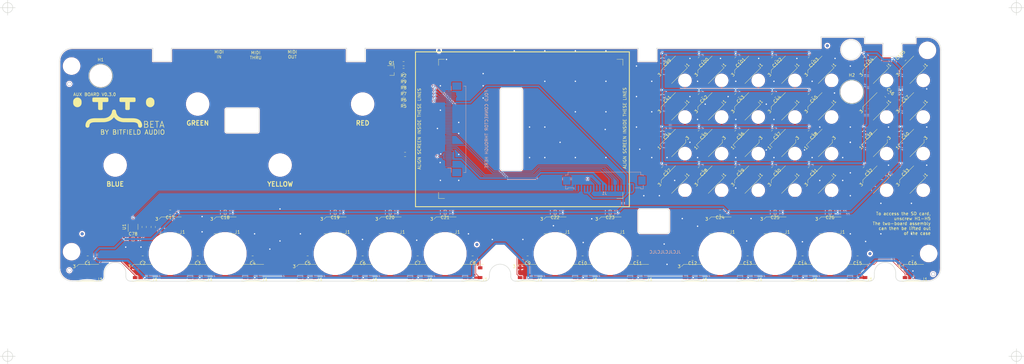
<source format=kicad_pcb>
(kicad_pcb (version 20171130) (host pcbnew 5.1.9)
  (layers (0 F.Cu signal) (31 B.Cu signal) (34 B.Paste user) (35 F.Paste user) (36 B.SilkS user) (37 F.SilkS user) (38 B.Mask user) (39 F.Mask user) (44 Edge.Cuts user))
  (net 0 "")
  (net 1 GND)
  (net 2 BL_PWM)
  (net 3 "Net-(LED10-Pad4)")
  (net 4 "Net-(LED35-Pad4)")
  (net 5 "Net-(LED36-Pad4)")
  (net 6 "Net-(LED37-Pad4)")
  (net 7 "Net-(LED38-Pad4)")
  (net 8 "Net-(LED39-Pad4)")
  (net 9 "Net-(LED34-Pad4)")
  (net 10 3V3)
  (net 11 /LEDs/LED_CONN1)
  (net 12 /LEDs/LED_CONN2)
  (net 13 /LEDs/LED_IN)
  (net 14 /LEDs/LED_CONN3)
  (net 15 /LEDs/SPI_MOSI_MCU_5V)
  (net 16 /SPI_MOSI_MCU)
  (net 17 SPI_MOSI_RASPI)
  (net 18 RESET)
  (net 19 SPI_SCLK_RASPI)
  (net 20 SPI_CS_RASPI)
  (net 21 "Net-(J1_KD028QVFMA17-Pad49)")
  (net 22 "Net-(J1_KD028QVFMA17-Pad48)")
  (net 23 "Net-(J1_KD028QVFMA17-Pad47)")
  (net 24 "Net-(J1_KD028QVFMA17-Pad46)")
  (net 25 "Net-(J1_KD028QVFMA17-Pad45)")
  (net 26 "Net-(J1_KD028QVFMA17-Pad44)")
  (net 27 "Net-(Q1-Pad3)")
  (net 28 "Net-(LED1-Pad2)")
  (net 29 "Net-(LED2-Pad2)")
  (net 30 "Net-(LED3-Pad2)")
  (net 31 "Net-(LED4-Pad2)")
  (net 32 "Net-(LED5-Pad2)")
  (net 33 "Net-(LED6-Pad2)")
  (net 34 "Net-(LED7-Pad2)")
  (net 35 "Net-(LED8-Pad2)")
  (net 36 "Net-(LED10-Pad2)")
  (net 37 "Net-(LED11-Pad2)")
  (net 38 "Net-(LED12-Pad2)")
  (net 39 "Net-(LED13-Pad2)")
  (net 40 "Net-(LED14-Pad2)")
  (net 41 "Net-(LED15-Pad2)")
  (net 42 "Net-(LED17-Pad2)")
  (net 43 "Net-(LED18-Pad2)")
  (net 44 "Net-(LED19-Pad2)")
  (net 45 "Net-(LED20-Pad2)")
  (net 46 "Net-(LED21-Pad2)")
  (net 47 "Net-(LED22-Pad2)")
  (net 48 "Net-(LED23-Pad2)")
  (net 49 "Net-(LED24-Pad2)")
  (net 50 "Net-(LED25-Pad2)")
  (net 51 "Net-(LED27-Pad2)")
  (net 52 "Net-(LED28-Pad2)")
  (net 53 "Net-(LED29-Pad2)")
  (net 54 "Net-(LED30-Pad2)")
  (net 55 "Net-(LED31-Pad2)")
  (net 56 "Net-(LED32-Pad2)")
  (net 57 "Net-(LED33-Pad2)")
  (net 58 "Net-(LED34-Pad2)")
  (net 59 "Net-(LED41-Pad2)")
  (net 60 "Net-(LED42-Pad2)")
  (net 61 "Net-(LED43-Pad2)")
  (net 62 "Net-(LED44-Pad2)")
  (net 63 "Net-(LED45-Pad2)")
  (net 64 "Net-(LED46-Pad2)")
  (net 65 "Net-(LED48-Pad2)")
  (net 66 "Net-(LED49-Pad2)")
  (net 67 "Net-(LED50-Pad2)")
  (net 68 "Net-(LED51-Pad2)")
  (net 69 "Net-(LED52-Pad2)")
  (net 70 "Net-(LED53-Pad2)")
  (net 71 "Net-(J1_KD028QVFMA17-Pad41)")
  (net 72 "Net-(J1_KD028QVFMA17-Pad5)")
  (net 73 "Net-(J1_KD028QVFMA17-Pad4)")
  (net 74 "Net-(J1_KD028QVFMA17-Pad3)")
  (net 75 "Net-(J1_KD028QVFMA17-Pad2)")
  (net 76 /LEDs/LED_OUT)
  (net 77 "Net-(U1-Pad1)")
  (net 78 +5V)
  (module Capacitor_SMD:C_0805_2012Metric (layer F.Cu) (at 293.394784 16.775216 45)
    (fp_text reference C105 (at 0 -1.68 45) (layer F.SilkS))
    (fp_text value 100nF)
    (pad 2 smd roundrect (at 0.95 0 45) (size 1 1.45) (layers F.Cu F.Paste F.Mask) (net 1 GND))
    (pad 1 smd roundrect (at -0.95 0 45) (size 1 1.45) (layers F.Cu F.Paste F.Mask) (net 78 +5V))
  )
  (module Capacitor_SMD:C_0805_2012Metric (layer F.Cu) (at 280.7 16.85 225)
    (fp_text reference C104 (at 0 -1.68 45) (layer F.SilkS))
    (fp_text value 100nF)
    (pad 2 smd roundrect (at 0.95 0 225) (size 1 1.45) (layers F.Cu F.Paste F.Mask) (net 1 GND))
    (pad 1 smd roundrect (at -0.95 0 225) (size 1 1.45) (layers F.Cu F.Paste F.Mask) (net 78 +5V))
  )
  (module Capacitor_SMD:C_0805_2012Metric (layer F.Cu) (at 262.7 16.85 225)
    (fp_text reference C103 (at 0 -1.68 45) (layer F.SilkS))
    (fp_text value 100nF)
    (pad 2 smd roundrect (at 0.95 0 225) (size 1 1.45) (layers F.Cu F.Paste F.Mask) (net 1 GND))
    (pad 1 smd roundrect (at -0.95 0 225) (size 1 1.45) (layers F.Cu F.Paste F.Mask) (net 78 +5V))
  )
  (module Capacitor_SMD:C_0805_2012Metric (layer F.Cu) (at 250.7 16.85 225)
    (fp_text reference C102 (at 0 -1.68 45) (layer F.SilkS))
    (fp_text value 100nF)
    (pad 2 smd roundrect (at 0.95 0 225) (size 1 1.45) (layers F.Cu F.Paste F.Mask) (net 1 GND))
    (pad 1 smd roundrect (at -0.95 0 225) (size 1 1.45) (layers F.Cu F.Paste F.Mask) (net 78 +5V))
  )
  (module Capacitor_SMD:C_0805_2012Metric (layer F.Cu) (at 238.7 16.85 225)
    (fp_text reference C101 (at 0 -1.68 45) (layer F.SilkS))
    (fp_text value 100nF)
    (pad 2 smd roundrect (at 0.95 0 225) (size 1 1.45) (layers F.Cu F.Paste F.Mask) (net 1 GND))
    (pad 1 smd roundrect (at -0.95 0 225) (size 1 1.45) (layers F.Cu F.Paste F.Mask) (net 78 +5V))
  )
  (module Capacitor_SMD:C_0805_2012Metric (layer F.Cu) (at 226.7 16.85 225)
    (fp_text reference C100 (at 0 -1.68 45) (layer F.SilkS))
    (fp_text value 100nF)
    (pad 2 smd roundrect (at 0.95 0 225) (size 1 1.45) (layers F.Cu F.Paste F.Mask) (net 1 GND))
    (pad 1 smd roundrect (at -0.95 0 225) (size 1 1.45) (layers F.Cu F.Paste F.Mask) (net 78 +5V))
  )
  (module Capacitor_SMD:C_0805_2012Metric (layer F.Cu) (at 214.7 16.85 225)
    (fp_text reference C99 (at 0 -1.68 45) (layer F.SilkS))
    (fp_text value 100nF)
    (pad 2 smd roundrect (at 0.95 0 225) (size 1 1.45) (layers F.Cu F.Paste F.Mask) (net 1 GND))
    (pad 1 smd roundrect (at -0.95 0 225) (size 1 1.45) (layers F.Cu F.Paste F.Mask) (net 78 +5V))
  )
  (module Capacitor_SMD:C_0805_2012Metric (layer F.Cu) (at 41.0518 75.8462)
    (fp_text reference C78 (at 0 -1.68) (layer F.SilkS))
    (fp_text value 100nF)
    (pad 2 smd roundrect (at 0.95 0) (size 1 1.45) (layers F.Cu F.Paste F.Mask) (net 1 GND))
    (pad 1 smd roundrect (at -0.95 0) (size 1 1.45) (layers F.Cu F.Paste F.Mask) (net 78 +5V))
  )
  (module Capacitor_SMD:C_0805_2012Metric (layer F.Cu) (at 292.7 28.85 225)
    (fp_text reference C47 (at 0 -1.68 45) (layer F.SilkS))
    (fp_text value 100nF)
    (pad 2 smd roundrect (at 0.95 0 225) (size 1 1.45) (layers F.Cu F.Paste F.Mask) (net 1 GND))
    (pad 1 smd roundrect (at -0.95 0 225) (size 1 1.45) (layers F.Cu F.Paste F.Mask) (net 78 +5V))
  )
  (module Capacitor_SMD:C_0805_2012Metric (layer F.Cu) (at 287.8 28.7 315)
    (fp_text reference C46 (at 0 -1.68 135) (layer F.SilkS))
    (fp_text value 100nF)
    (pad 2 smd roundrect (at 0.95 0 315) (size 1 1.45) (layers F.Cu F.Paste F.Mask) (net 1 GND))
    (pad 1 smd roundrect (at -0.95 0 315) (size 1 1.45) (layers F.Cu F.Paste F.Mask) (net 78 +5V))
  )
  (module Capacitor_SMD:C_0805_2012Metric (layer F.Cu) (at 262.7 28.85 225)
    (fp_text reference C45 (at 0 -1.68 45) (layer F.SilkS))
    (fp_text value 100nF)
    (pad 2 smd roundrect (at 0.95 0 225) (size 1 1.45) (layers F.Cu F.Paste F.Mask) (net 1 GND))
    (pad 1 smd roundrect (at -0.95 0 225) (size 1 1.45) (layers F.Cu F.Paste F.Mask) (net 78 +5V))
  )
  (module Capacitor_SMD:C_0805_2012Metric (layer F.Cu) (at 250.7 28.85 225)
    (fp_text reference C44 (at 0 -1.68 45) (layer F.SilkS))
    (fp_text value 100nF)
    (pad 2 smd roundrect (at 0.95 0 225) (size 1 1.45) (layers F.Cu F.Paste F.Mask) (net 1 GND))
    (pad 1 smd roundrect (at -0.95 0 225) (size 1 1.45) (layers F.Cu F.Paste F.Mask) (net 78 +5V))
  )
  (module Capacitor_SMD:C_0805_2012Metric (layer F.Cu) (at 238.7 28.85 225)
    (fp_text reference C43 (at 0 -1.68 45) (layer F.SilkS))
    (fp_text value 100nF)
    (pad 2 smd roundrect (at 0.95 0 225) (size 1 1.45) (layers F.Cu F.Paste F.Mask) (net 1 GND))
    (pad 1 smd roundrect (at -0.95 0 225) (size 1 1.45) (layers F.Cu F.Paste F.Mask) (net 78 +5V))
  )
  (module Capacitor_SMD:C_0805_2012Metric (layer F.Cu) (at 226.7 28.85 225)
    (fp_text reference C42 (at 0 -1.68 45) (layer F.SilkS))
    (fp_text value 100nF)
    (pad 2 smd roundrect (at 0.95 0 225) (size 1 1.45) (layers F.Cu F.Paste F.Mask) (net 1 GND))
    (pad 1 smd roundrect (at -0.95 0 225) (size 1 1.45) (layers F.Cu F.Paste F.Mask) (net 78 +5V))
  )
  (module Capacitor_SMD:C_0805_2012Metric (layer F.Cu) (at 214.7 28.85 225)
    (fp_text reference C41 (at 0 -1.68 45) (layer F.SilkS))
    (fp_text value 100nF)
    (pad 2 smd roundrect (at 0.95 0 225) (size 1 1.45) (layers F.Cu F.Paste F.Mask) (net 1 GND))
    (pad 1 smd roundrect (at -0.95 0 225) (size 1 1.45) (layers F.Cu F.Paste F.Mask) (net 78 +5V))
  )
  (module Capacitor_SMD:C_0805_2012Metric (layer F.Cu) (at 292.7 40.85 225)
    (fp_text reference C40 (at 0 -1.68 45) (layer F.SilkS))
    (fp_text value 100nF)
    (pad 2 smd roundrect (at 0.95 0 225) (size 1 1.45) (layers F.Cu F.Paste F.Mask) (net 1 GND))
    (pad 1 smd roundrect (at -0.95 0 225) (size 1 1.45) (layers F.Cu F.Paste F.Mask) (net 78 +5V))
  )
  (module Capacitor_SMD:C_0805_2012Metric (layer F.Cu) (at 280.7 40.85 225)
    (fp_text reference C39 (at 0 -1.68 45) (layer F.SilkS))
    (fp_text value 100nF)
    (pad 2 smd roundrect (at 0.95 0 225) (size 1 1.45) (layers F.Cu F.Paste F.Mask) (net 1 GND))
    (pad 1 smd roundrect (at -0.95 0 225) (size 1 1.45) (layers F.Cu F.Paste F.Mask) (net 78 +5V))
  )
  (module Capacitor_SMD:C_0805_2012Metric (layer F.Cu) (at 262.7 40.85 225)
    (fp_text reference C38 (at 0 -1.68 45) (layer F.SilkS))
    (fp_text value 100nF)
    (pad 2 smd roundrect (at 0.95 0 225) (size 1 1.45) (layers F.Cu F.Paste F.Mask) (net 1 GND))
    (pad 1 smd roundrect (at -0.95 0 225) (size 1 1.45) (layers F.Cu F.Paste F.Mask) (net 78 +5V))
  )
  (module Capacitor_SMD:C_0805_2012Metric (layer F.Cu) (at 250.7 40.85 225)
    (fp_text reference C37 (at 0 -1.68 45) (layer F.SilkS))
    (fp_text value 100nF)
    (pad 2 smd roundrect (at 0.95 0 225) (size 1 1.45) (layers F.Cu F.Paste F.Mask) (net 1 GND))
    (pad 1 smd roundrect (at -0.95 0 225) (size 1 1.45) (layers F.Cu F.Paste F.Mask) (net 78 +5V))
  )
  (module Capacitor_SMD:C_0805_2012Metric (layer F.Cu) (at 238.7 40.85 225)
    (fp_text reference C36 (at 0 -1.68 45) (layer F.SilkS))
    (fp_text value 100nF)
    (pad 2 smd roundrect (at 0.95 0 225) (size 1 1.45) (layers F.Cu F.Paste F.Mask) (net 1 GND))
    (pad 1 smd roundrect (at -0.95 0 225) (size 1 1.45) (layers F.Cu F.Paste F.Mask) (net 78 +5V))
  )
  (module Capacitor_SMD:C_0805_2012Metric (layer F.Cu) (at 226.7 40.85 225)
    (fp_text reference C35 (at 0 -1.68 45) (layer F.SilkS))
    (fp_text value 100nF)
    (pad 2 smd roundrect (at 0.95 0 225) (size 1 1.45) (layers F.Cu F.Paste F.Mask) (net 1 GND))
    (pad 1 smd roundrect (at -0.95 0 225) (size 1 1.45) (layers F.Cu F.Paste F.Mask) (net 78 +5V))
  )
  (module Capacitor_SMD:C_0805_2012Metric (layer F.Cu) (at 214.7 40.85 225)
    (fp_text reference C34 (at 0 -1.68 45) (layer F.SilkS))
    (fp_text value 100nF)
    (pad 2 smd roundrect (at 0.95 0 225) (size 1 1.45) (layers F.Cu F.Paste F.Mask) (net 1 GND))
    (pad 1 smd roundrect (at -0.95 0 225) (size 1 1.45) (layers F.Cu F.Paste F.Mask) (net 78 +5V))
  )
  (module Capacitor_SMD:C_0805_2012Metric (layer F.Cu) (at 292.7 52.85 225)
    (fp_text reference C33 (at 0 -1.68 45) (layer F.SilkS))
    (fp_text value 100nF)
    (pad 2 smd roundrect (at 0.95 0 225) (size 1 1.45) (layers F.Cu F.Paste F.Mask) (net 1 GND))
    (pad 1 smd roundrect (at -0.95 0 225) (size 1 1.45) (layers F.Cu F.Paste F.Mask) (net 78 +5V))
  )
  (module Capacitor_SMD:C_0805_2012Metric (layer F.Cu) (at 280.7 52.85 225)
    (fp_text reference C32 (at 0 -1.68 45) (layer F.SilkS))
    (fp_text value 100nF)
    (pad 2 smd roundrect (at 0.95 0 225) (size 1 1.45) (layers F.Cu F.Paste F.Mask) (net 1 GND))
    (pad 1 smd roundrect (at -0.95 0 225) (size 1 1.45) (layers F.Cu F.Paste F.Mask) (net 78 +5V))
  )
  (module Capacitor_SMD:C_0805_2012Metric (layer F.Cu) (at 262.7 52.85 225)
    (fp_text reference C31 (at 0 -1.68 45) (layer F.SilkS))
    (fp_text value 100nF)
    (pad 2 smd roundrect (at 0.95 0 225) (size 1 1.45) (layers F.Cu F.Paste F.Mask) (net 1 GND))
    (pad 1 smd roundrect (at -0.95 0 225) (size 1 1.45) (layers F.Cu F.Paste F.Mask) (net 78 +5V))
  )
  (module Capacitor_SMD:C_0805_2012Metric (layer F.Cu) (at 250.7 52.85 225)
    (fp_text reference C30 (at 0 -1.68 45) (layer F.SilkS))
    (fp_text value 100nF)
    (pad 2 smd roundrect (at 0.95 0 225) (size 1 1.45) (layers F.Cu F.Paste F.Mask) (net 1 GND))
    (pad 1 smd roundrect (at -0.95 0 225) (size 1 1.45) (layers F.Cu F.Paste F.Mask) (net 78 +5V))
  )
  (module Capacitor_SMD:C_0805_2012Metric (layer F.Cu) (at 238.7 52.85 225)
    (fp_text reference C29 (at 0 -1.68 45) (layer F.SilkS))
    (fp_text value 100nF)
    (pad 2 smd roundrect (at 0.95 0 225) (size 1 1.45) (layers F.Cu F.Paste F.Mask) (net 1 GND))
    (pad 1 smd roundrect (at -0.95 0 225) (size 1 1.45) (layers F.Cu F.Paste F.Mask) (net 78 +5V))
  )
  (module Capacitor_SMD:C_0805_2012Metric (layer F.Cu) (at 226.7 52.85 225)
    (fp_text reference C28 (at 0 -1.68 45) (layer F.SilkS))
    (fp_text value 100nF)
    (pad 2 smd roundrect (at 0.95 0 225) (size 1 1.45) (layers F.Cu F.Paste F.Mask) (net 1 GND))
    (pad 1 smd roundrect (at -0.95 0 225) (size 1 1.45) (layers F.Cu F.Paste F.Mask) (net 78 +5V))
  )
  (module Capacitor_SMD:C_0805_2012Metric (layer F.Cu) (at 214.7 52.85 225)
    (fp_text reference C27 (at 0 -1.68 45) (layer F.SilkS))
    (fp_text value 100nF)
    (pad 2 smd roundrect (at 0.95 0 225) (size 1 1.45) (layers F.Cu F.Paste F.Mask) (net 1 GND))
    (pad 1 smd roundrect (at -0.95 0 225) (size 1 1.45) (layers F.Cu F.Paste F.Mask) (net 78 +5V))
  )
  (module Capacitor_SMD:C_0805_2012Metric (layer F.Cu) (at 269.2 67.1 180)
    (fp_text reference C26 (at 0 -1.68) (layer F.SilkS))
    (fp_text value 100nF)
    (pad 2 smd roundrect (at 0.95 0 180) (size 1 1.45) (layers F.Cu F.Paste F.Mask) (net 1 GND))
    (pad 1 smd roundrect (at -0.95 0 180) (size 1 1.45) (layers F.Cu F.Paste F.Mask) (net 78 +5V))
  )
  (module Capacitor_SMD:C_0805_2012Metric (layer F.Cu) (at 251.2 67.1 180)
    (fp_text reference C25 (at 0 -1.68) (layer F.SilkS))
    (fp_text value 100nF)
    (pad 2 smd roundrect (at 0.95 0 180) (size 1 1.45) (layers F.Cu F.Paste F.Mask) (net 1 GND))
    (pad 1 smd roundrect (at -0.95 0 180) (size 1 1.45) (layers F.Cu F.Paste F.Mask) (net 78 +5V))
  )
  (module Capacitor_SMD:C_0805_2012Metric (layer F.Cu) (at 233.2 67.1 180)
    (fp_text reference C24 (at 0 -1.68) (layer F.SilkS))
    (fp_text value 100nF)
    (pad 2 smd roundrect (at 0.95 0 180) (size 1 1.45) (layers F.Cu F.Paste F.Mask) (net 1 GND))
    (pad 1 smd roundrect (at -0.95 0 180) (size 1 1.45) (layers F.Cu F.Paste F.Mask) (net 78 +5V))
  )
  (module Capacitor_SMD:C_0805_2012Metric (layer F.Cu) (at 197.2 67.1 180)
    (fp_text reference C23 (at 0 -1.68) (layer F.SilkS))
    (fp_text value 100nF)
    (pad 2 smd roundrect (at 0.95 0 180) (size 1 1.45) (layers F.Cu F.Paste F.Mask) (net 1 GND))
    (pad 1 smd roundrect (at -0.95 0 180) (size 1 1.45) (layers F.Cu F.Paste F.Mask) (net 78 +5V))
  )
  (module Capacitor_SMD:C_0805_2012Metric (layer F.Cu) (at 179.2 67.1 180)
    (fp_text reference C22 (at 0 -1.68) (layer F.SilkS))
    (fp_text value 100nF)
    (pad 2 smd roundrect (at 0.95 0 180) (size 1 1.45) (layers F.Cu F.Paste F.Mask) (net 1 GND))
    (pad 1 smd roundrect (at -0.95 0 180) (size 1 1.45) (layers F.Cu F.Paste F.Mask) (net 78 +5V))
  )
  (module Capacitor_SMD:C_0805_2012Metric (layer F.Cu) (at 143.2 67.1 180)
    (fp_text reference C21 (at 0 -1.68) (layer F.SilkS))
    (fp_text value 100nF)
    (pad 2 smd roundrect (at 0.95 0 180) (size 1 1.45) (layers F.Cu F.Paste F.Mask) (net 1 GND))
    (pad 1 smd roundrect (at -0.95 0 180) (size 1 1.45) (layers F.Cu F.Paste F.Mask) (net 78 +5V))
  )
  (module Capacitor_SMD:C_0805_2012Metric (layer F.Cu) (at 125.2 67.1 180)
    (fp_text reference C20 (at 0 -1.68) (layer F.SilkS))
    (fp_text value 100nF)
    (pad 2 smd roundrect (at 0.95 0 180) (size 1 1.45) (layers F.Cu F.Paste F.Mask) (net 1 GND))
    (pad 1 smd roundrect (at -0.95 0 180) (size 1 1.45) (layers F.Cu F.Paste F.Mask) (net 78 +5V))
  )
  (module Capacitor_SMD:C_0805_2012Metric (layer F.Cu) (at 107.2 67.1 180)
    (fp_text reference C19 (at 0 -1.68) (layer F.SilkS))
    (fp_text value 100nF)
    (pad 2 smd roundrect (at 0.95 0 180) (size 1 1.45) (layers F.Cu F.Paste F.Mask) (net 1 GND))
    (pad 1 smd roundrect (at -0.95 0 180) (size 1 1.45) (layers F.Cu F.Paste F.Mask) (net 78 +5V))
  )
  (module Capacitor_SMD:C_0805_2012Metric (layer F.Cu) (at 71.2 67.1 180)
    (fp_text reference C18 (at 0 -1.68) (layer F.SilkS))
    (fp_text value 100nF)
    (pad 2 smd roundrect (at 0.95 0 180) (size 1 1.45) (layers F.Cu F.Paste F.Mask) (net 1 GND))
    (pad 1 smd roundrect (at -0.95 0 180) (size 1 1.45) (layers F.Cu F.Paste F.Mask) (net 78 +5V))
  )
  (module Capacitor_SMD:C_0805_2012Metric (layer F.Cu) (at 53.2 67.1 180)
    (fp_text reference C17 (at 0 -1.68) (layer F.SilkS))
    (fp_text value 100nF)
    (pad 2 smd roundrect (at 0.95 0 180) (size 1 1.45) (layers F.Cu F.Paste F.Mask) (net 1 GND))
    (pad 1 smd roundrect (at -0.95 0 180) (size 1 1.45) (layers F.Cu F.Paste F.Mask) (net 78 +5V))
  )
  (module Capacitor_SMD:C_0805_2012Metric (layer F.Cu) (at 296.2 82.1 180)
    (fp_text reference C16 (at 0 -1.68) (layer F.SilkS))
    (fp_text value 100nF)
    (pad 2 smd roundrect (at 0.95 0 180) (size 1 1.45) (layers F.Cu F.Paste F.Mask) (net 1 GND))
    (pad 1 smd roundrect (at -0.95 0 180) (size 1 1.45) (layers F.Cu F.Paste F.Mask) (net 78 +5V))
  )
  (module Capacitor_SMD:C_0805_2012Metric (layer F.Cu) (at 278.2 82.1 180)
    (fp_text reference C15 (at 0 -1.68) (layer F.SilkS))
    (fp_text value 100nF)
    (pad 2 smd roundrect (at 0.95 0 180) (size 1 1.45) (layers F.Cu F.Paste F.Mask) (net 1 GND))
    (pad 1 smd roundrect (at -0.95 0 180) (size 1 1.45) (layers F.Cu F.Paste F.Mask) (net 78 +5V))
  )
  (module Capacitor_SMD:C_0805_2012Metric (layer F.Cu) (at 260.2 82.1 180)
    (fp_text reference C14 (at 0 -1.68) (layer F.SilkS))
    (fp_text value 100nF)
    (pad 2 smd roundrect (at 0.95 0 180) (size 1 1.45) (layers F.Cu F.Paste F.Mask) (net 1 GND))
    (pad 1 smd roundrect (at -0.95 0 180) (size 1 1.45) (layers F.Cu F.Paste F.Mask) (net 78 +5V))
  )
  (module Capacitor_SMD:C_0805_2012Metric (layer F.Cu) (at 242.2 82.1 180)
    (fp_text reference C13 (at 0 -1.68) (layer F.SilkS))
    (fp_text value 100nF)
    (pad 2 smd roundrect (at 0.95 0 180) (size 1 1.45) (layers F.Cu F.Paste F.Mask) (net 1 GND))
    (pad 1 smd roundrect (at -0.95 0 180) (size 1 1.45) (layers F.Cu F.Paste F.Mask) (net 78 +5V))
  )
  (module Capacitor_SMD:C_0805_2012Metric (layer F.Cu) (at 224.2 82.1 180)
    (fp_text reference C12 (at 0 -1.68) (layer F.SilkS))
    (fp_text value 100nF)
    (pad 2 smd roundrect (at 0.95 0 180) (size 1 1.45) (layers F.Cu F.Paste F.Mask) (net 1 GND))
    (pad 1 smd roundrect (at -0.95 0 180) (size 1 1.45) (layers F.Cu F.Paste F.Mask) (net 78 +5V))
  )
  (module Capacitor_SMD:C_0805_2012Metric (layer F.Cu) (at 206.2 82.1 180)
    (fp_text reference C11 (at 0 -1.68) (layer F.SilkS))
    (fp_text value 100nF)
    (pad 2 smd roundrect (at 0.95 0 180) (size 1 1.45) (layers F.Cu F.Paste F.Mask) (net 1 GND))
    (pad 1 smd roundrect (at -0.95 0 180) (size 1 1.45) (layers F.Cu F.Paste F.Mask) (net 78 +5V))
  )
  (module Capacitor_SMD:C_0805_2012Metric (layer F.Cu) (at 188.2 82.1 180)
    (fp_text reference C10 (at 0 -1.68) (layer F.SilkS))
    (fp_text value 100nF)
    (pad 2 smd roundrect (at 0.95 0 180) (size 1 1.45) (layers F.Cu F.Paste F.Mask) (net 1 GND))
    (pad 1 smd roundrect (at -0.95 0 180) (size 1 1.45) (layers F.Cu F.Paste F.Mask) (net 78 +5V))
  )
  (module Capacitor_SMD:C_0805_2012Metric (layer F.Cu) (at 170.2 82.1 180)
    (fp_text reference C9 (at 0 -1.68) (layer F.SilkS))
    (fp_text value 100nF)
    (pad 2 smd roundrect (at 0.95 0 180) (size 1 1.45) (layers F.Cu F.Paste F.Mask) (net 1 GND))
    (pad 1 smd roundrect (at -0.95 0 180) (size 1 1.45) (layers F.Cu F.Paste F.Mask) (net 78 +5V))
  )
  (module Capacitor_SMD:C_0805_2012Metric (layer F.Cu) (at 152.2 82.1 180)
    (fp_text reference C8 (at 0 -1.68) (layer F.SilkS))
    (fp_text value 100nF)
    (pad 2 smd roundrect (at 0.95 0 180) (size 1 1.45) (layers F.Cu F.Paste F.Mask) (net 1 GND))
    (pad 1 smd roundrect (at -0.95 0 180) (size 1 1.45) (layers F.Cu F.Paste F.Mask) (net 78 +5V))
  )
  (module Capacitor_SMD:C_0805_2012Metric (layer F.Cu) (at 134.2 82.1 180)
    (fp_text reference C7 (at 0 -1.68) (layer F.SilkS))
    (fp_text value 100nF)
    (pad 2 smd roundrect (at 0.95 0 180) (size 1 1.45) (layers F.Cu F.Paste F.Mask) (net 1 GND))
    (pad 1 smd roundrect (at -0.95 0 180) (size 1 1.45) (layers F.Cu F.Paste F.Mask) (net 78 +5V))
  )
  (module Capacitor_SMD:C_0805_2012Metric (layer F.Cu) (at 116.2 82.1 180)
    (fp_text reference C6 (at 0 -1.68) (layer F.SilkS))
    (fp_text value 100nF)
    (pad 2 smd roundrect (at 0.95 0 180) (size 1 1.45) (layers F.Cu F.Paste F.Mask) (net 1 GND))
    (pad 1 smd roundrect (at -0.95 0 180) (size 1 1.45) (layers F.Cu F.Paste F.Mask) (net 78 +5V))
  )
  (module Capacitor_SMD:C_0805_2012Metric (layer F.Cu) (at 98.2 82.1 180)
    (fp_text reference C5 (at 0 -1.68) (layer F.SilkS))
    (fp_text value 100nF)
    (pad 2 smd roundrect (at 0.95 0 180) (size 1 1.45) (layers F.Cu F.Paste F.Mask) (net 1 GND))
    (pad 1 smd roundrect (at -0.95 0 180) (size 1 1.45) (layers F.Cu F.Paste F.Mask) (net 78 +5V))
  )
  (module Capacitor_SMD:C_0805_2012Metric (layer F.Cu) (at 80.2 82.1 180)
    (fp_text reference C4 (at 0 -1.68) (layer F.SilkS))
    (fp_text value 100nF)
    (pad 2 smd roundrect (at 0.95 0 180) (size 1 1.45) (layers F.Cu F.Paste F.Mask) (net 1 GND))
    (pad 1 smd roundrect (at -0.95 0 180) (size 1 1.45) (layers F.Cu F.Paste F.Mask) (net 78 +5V))
  )
  (module Capacitor_SMD:C_0805_2012Metric (layer F.Cu) (at 62.2 82.1 180)
    (fp_text reference C3 (at 0 -1.68) (layer F.SilkS))
    (fp_text value 100nF)
    (pad 2 smd roundrect (at 0.95 0 180) (size 1 1.45) (layers F.Cu F.Paste F.Mask) (net 1 GND))
    (pad 1 smd roundrect (at -0.95 0 180) (size 1 1.45) (layers F.Cu F.Paste F.Mask) (net 78 +5V))
  )
  (module Capacitor_SMD:C_0805_2012Metric (layer F.Cu) (at 44.2 82.1 180)
    (fp_text reference C2 (at 0 -1.68) (layer F.SilkS))
    (fp_text value 100nF)
    (pad 2 smd roundrect (at 0.95 0 180) (size 1 1.45) (layers F.Cu F.Paste F.Mask) (net 1 GND))
    (pad 1 smd roundrect (at -0.95 0 180) (size 1 1.45) (layers F.Cu F.Paste F.Mask) (net 78 +5V))
  )
  (module Capacitor_SMD:C_0805_2012Metric (layer F.Cu) (at 26.2 82.1 180)
    (fp_text reference C1 (at 0 -1.68) (layer F.SilkS))
    (fp_text value 100nF)
    (pad 2 smd roundrect (at 0.95 0 180) (size 1 1.45) (layers F.Cu F.Paste F.Mask) (net 1 GND))
    (pad 1 smd roundrect (at -0.95 0 180) (size 1 1.45) (layers F.Cu F.Paste F.Mask) (net 78 +5V))
  )
  (module OTTO_Footprints_Lib:6x6mm_Switch_aux_hole (layer F.Cu) (at 299.7 23.85 45)
    (fp_text reference SW56 (at 0 0 45) (layer F.SilkS) (effects (font (size 0.8 0.8))))
    (fp_text value "6x6x13mm Hole")
    (pad "" np_thru_hole circle (at 0 0 45) (size 4 4) (drill 4) (layers *.Cu *.Mask))
  )
  (module OTTO_Footprints_Lib:6x6mm_Switch_aux_hole (layer F.Cu) (at 287.7 23.85 45)
    (fp_text reference SW55 (at 0 0 45) (layer F.SilkS) (effects (font (size 0.8 0.8))))
    (fp_text value "6x6x13mm Hole")
    (pad "" np_thru_hole circle (at 0 0 45) (size 4 4) (drill 4) (layers *.Cu *.Mask))
  )
  (module OTTO_Footprints_Lib:6x6mm_Switch_aux_hole (layer F.Cu) (at 269.7 23.85 45)
    (fp_text reference SW54 (at 0 0 45) (layer F.SilkS) (effects (font (size 0.8 0.8))))
    (fp_text value "6x6x13mm Hole")
    (pad "" np_thru_hole circle (at 0 0 45) (size 4 4) (drill 4) (layers *.Cu *.Mask))
  )
  (module OTTO_Footprints_Lib:6x6mm_Switch_aux_hole (layer F.Cu) (at 257.7 23.85 45)
    (fp_text reference SW53 (at 0 0 45) (layer F.SilkS) (effects (font (size 0.8 0.8))))
    (fp_text value "6x6x13mm Hole")
    (pad "" np_thru_hole circle (at 0 0 45) (size 4 4) (drill 4) (layers *.Cu *.Mask))
  )
  (module OTTO_Footprints_Lib:6x6mm_Switch_aux_hole (layer F.Cu) (at 245.7 23.85 45)
    (fp_text reference SW52 (at 0 0 45) (layer F.SilkS) (effects (font (size 0.8 0.8))))
    (fp_text value "6x6x13mm Hole")
    (pad "" np_thru_hole circle (at 0 0 45) (size 4 4) (drill 4) (layers *.Cu *.Mask))
  )
  (module OTTO_Footprints_Lib:6x6mm_Switch_aux_hole (layer F.Cu) (at 233.7 23.85 45)
    (fp_text reference SW51 (at 0 0 45) (layer F.SilkS) (effects (font (size 0.8 0.8))))
    (fp_text value "6x6x13mm Hole")
    (pad "" np_thru_hole circle (at 0 0 45) (size 4 4) (drill 4) (layers *.Cu *.Mask))
  )
  (module OTTO_Footprints_Lib:6x6mm_Switch_aux_hole (layer F.Cu) (at 221.7 23.85 45)
    (fp_text reference SW50 (at 0 0 45) (layer F.SilkS) (effects (font (size 0.8 0.8))))
    (fp_text value "6x6x13mm Hole")
    (pad "" np_thru_hole circle (at 0 0 45) (size 4 4) (drill 4) (layers *.Cu *.Mask))
  )
  (module OTTO_Footprints_Lib:6x6mm_Switch_aux_hole (layer F.Cu) (at 299.7 35.85 45)
    (fp_text reference SW47 (at 0 0 45) (layer F.SilkS) (effects (font (size 0.8 0.8))))
    (fp_text value "6x6x13mm Hole")
    (pad "" np_thru_hole circle (at 0 0 45) (size 4 4) (drill 4) (layers *.Cu *.Mask))
  )
  (module OTTO_Footprints_Lib:6x6mm_Switch_aux_hole (layer F.Cu) (at 287.7 35.85 45)
    (fp_text reference SW46 (at 0 0 45) (layer F.SilkS) (effects (font (size 0.8 0.8))))
    (fp_text value "6x6x13mm Hole")
    (pad "" np_thru_hole circle (at 0 0 45) (size 4 4) (drill 4) (layers *.Cu *.Mask))
  )
  (module OTTO_Footprints_Lib:6x6mm_Switch_aux_hole (layer F.Cu) (at 269.7 35.85 45)
    (fp_text reference SW45 (at 0 0 45) (layer F.SilkS) (effects (font (size 0.8 0.8))))
    (fp_text value "6x6x13mm Hole")
    (pad "" np_thru_hole circle (at 0 0 45) (size 4 4) (drill 4) (layers *.Cu *.Mask))
  )
  (module OTTO_Footprints_Lib:6x6mm_Switch_aux_hole (layer F.Cu) (at 257.7 35.85 45)
    (fp_text reference SW44 (at 0 0 45) (layer F.SilkS) (effects (font (size 0.8 0.8))))
    (fp_text value "6x6x13mm Hole")
    (pad "" np_thru_hole circle (at 0 0 45) (size 4 4) (drill 4) (layers *.Cu *.Mask))
  )
  (module OTTO_Footprints_Lib:6x6mm_Switch_aux_hole (layer F.Cu) (at 245.7 35.85 45)
    (fp_text reference SW43 (at 0 0 45) (layer F.SilkS) (effects (font (size 0.8 0.8))))
    (fp_text value "6x6x13mm Hole")
    (pad "" np_thru_hole circle (at 0 0 45) (size 4 4) (drill 4) (layers *.Cu *.Mask))
  )
  (module OTTO_Footprints_Lib:6x6mm_Switch_aux_hole (layer F.Cu) (at 233.7 35.85 45)
    (fp_text reference SW42 (at 0 0 45) (layer F.SilkS) (effects (font (size 0.8 0.8))))
    (fp_text value "6x6x13mm Hole")
    (pad "" np_thru_hole circle (at 0 0 45) (size 4 4) (drill 4) (layers *.Cu *.Mask))
  )
  (module OTTO_Footprints_Lib:6x6mm_Switch_aux_hole (layer F.Cu) (at 221.7 35.85 45)
    (fp_text reference SW41 (at 0 0 45) (layer F.SilkS) (effects (font (size 0.8 0.8))))
    (fp_text value "6x6x13mm Hole")
    (pad "" np_thru_hole circle (at 0 0 45) (size 4 4) (drill 4) (layers *.Cu *.Mask))
  )
  (module OTTO_Footprints_Lib:6x6mm_Switch_aux_hole (layer F.Cu) (at 299.7 47.85 45)
    (fp_text reference SW40 (at 0 0 45) (layer F.SilkS) (effects (font (size 0.8 0.8))))
    (fp_text value "6x6x13mm Hole")
    (pad "" np_thru_hole circle (at 0 0 45) (size 4 4) (drill 4) (layers *.Cu *.Mask))
  )
  (module OTTO_Footprints_Lib:6x6mm_Switch_aux_hole (layer F.Cu) (at 287.7 47.85 45)
    (fp_text reference SW39 (at 0 0 45) (layer F.SilkS) (effects (font (size 0.8 0.8))))
    (fp_text value "6x6x13mm Hole")
    (pad "" np_thru_hole circle (at 0 0 45) (size 4 4) (drill 4) (layers *.Cu *.Mask))
  )
  (module OTTO_Footprints_Lib:6x6mm_Switch_aux_hole (layer F.Cu) (at 269.7 47.85 45)
    (fp_text reference SW38 (at 0 0 45) (layer F.SilkS) (effects (font (size 0.8 0.8))))
    (fp_text value "6x6x13mm Hole")
    (pad "" np_thru_hole circle (at 0 0 45) (size 4 4) (drill 4) (layers *.Cu *.Mask))
  )
  (module OTTO_Footprints_Lib:6x6mm_Switch_aux_hole (layer F.Cu) (at 257.7 47.85 45)
    (fp_text reference SW37 (at 0 0 45) (layer F.SilkS) (effects (font (size 0.8 0.8))))
    (fp_text value "6x6x13mm Hole")
    (pad "" np_thru_hole circle (at 0 0 45) (size 4 4) (drill 4) (layers *.Cu *.Mask))
  )
  (module OTTO_Footprints_Lib:6x6mm_Switch_aux_hole (layer F.Cu) (at 245.7 47.85 45)
    (fp_text reference SW36 (at 0 0 45) (layer F.SilkS) (effects (font (size 0.8 0.8))))
    (fp_text value "6x6x13mm Hole")
    (pad "" np_thru_hole circle (at 0 0 45) (size 4 4) (drill 4) (layers *.Cu *.Mask))
  )
  (module OTTO_Footprints_Lib:6x6mm_Switch_aux_hole (layer F.Cu) (at 233.7 47.85 45)
    (fp_text reference SW35 (at 0 0 45) (layer F.SilkS) (effects (font (size 0.8 0.8))))
    (fp_text value "6x6x13mm Hole")
    (pad "" np_thru_hole circle (at 0 0 45) (size 4 4) (drill 4) (layers *.Cu *.Mask))
  )
  (module OTTO_Footprints_Lib:6x6mm_Switch_aux_hole (layer F.Cu) (at 221.7 47.85 45)
    (fp_text reference SW34 (at 0 0 45) (layer F.SilkS) (effects (font (size 0.8 0.8))))
    (fp_text value "6x6x13mm Hole")
    (pad "" np_thru_hole circle (at 0 0 45) (size 4 4) (drill 4) (layers *.Cu *.Mask))
  )
  (module OTTO_Footprints_Lib:6x6mm_Switch_aux_hole (layer F.Cu) (at 299.7 59.85 45)
    (fp_text reference SW33 (at 0 0 45) (layer F.SilkS) (effects (font (size 0.8 0.8))))
    (fp_text value "6x6x13mm Hole")
    (pad "" np_thru_hole circle (at 0 0 45) (size 4 4) (drill 4) (layers *.Cu *.Mask))
  )
  (module OTTO_Footprints_Lib:6x6mm_Switch_aux_hole (layer F.Cu) (at 287.7 59.85 45)
    (fp_text reference SW32 (at 0 0 45) (layer F.SilkS) (effects (font (size 0.8 0.8))))
    (fp_text value "6x6x13mm Hole")
    (pad "" np_thru_hole circle (at 0 0 45) (size 4 4) (drill 4) (layers *.Cu *.Mask))
  )
  (module OTTO_Footprints_Lib:6x6mm_Switch_aux_hole (layer F.Cu) (at 269.7 59.85 45)
    (fp_text reference SW31 (at 0 0 45) (layer F.SilkS) (effects (font (size 0.8 0.8))))
    (fp_text value "6x6x13mm Hole")
    (pad "" np_thru_hole circle (at 0 0 45) (size 4 4) (drill 4) (layers *.Cu *.Mask))
  )
  (module OTTO_Footprints_Lib:6x6mm_Switch_aux_hole (layer F.Cu) (at 257.7 59.85 45)
    (fp_text reference SW30 (at 0 0 45) (layer F.SilkS) (effects (font (size 0.8 0.8))))
    (fp_text value "6x6x13mm Hole")
    (pad "" np_thru_hole circle (at 0 0 45) (size 4 4) (drill 4) (layers *.Cu *.Mask))
  )
  (module OTTO_Footprints_Lib:6x6mm_Switch_aux_hole (layer F.Cu) (at 245.7 59.85 45)
    (fp_text reference SW29 (at 0 0 45) (layer F.SilkS) (effects (font (size 0.8 0.8))))
    (fp_text value "6x6x13mm Hole")
    (pad "" np_thru_hole circle (at 0 0 45) (size 4 4) (drill 4) (layers *.Cu *.Mask))
  )
  (module OTTO_Footprints_Lib:6x6mm_Switch_aux_hole (layer F.Cu) (at 233.7 59.85 45)
    (fp_text reference SW28 (at 0 0 45) (layer F.SilkS) (effects (font (size 0.8 0.8))))
    (fp_text value "6x6x13mm Hole")
    (pad "" np_thru_hole circle (at 0 0 45) (size 4 4) (drill 4) (layers *.Cu *.Mask))
  )
  (module OTTO_Footprints_Lib:6x6mm_Switch_aux_hole (layer F.Cu) (at 221.7 59.85 45)
    (fp_text reference SW27 (at 0 0 45) (layer F.SilkS) (effects (font (size 0.8 0.8))))
    (fp_text value "6x6x13mm Hole")
    (pad "" np_thru_hole circle (at 0 0 45) (size 4 4) (drill 4) (layers *.Cu *.Mask))
  )
  (module OTTO_Footprints_Lib:ALPS_SKHC_aux_hole (layer F.Cu) (at 269.2 80.6 270)
    (fp_text reference SW26 (at 0 0 270) (layer F.SilkS))
    (fp_text value "ALPS SKHC Hole")
    (pad "" np_thru_hole circle (at 0 0 270) (size 13.6 13.6) (drill 13.6) (layers *.Cu *.Mask))
  )
  (module OTTO_Footprints_Lib:ALPS_SKHC_aux_hole (layer F.Cu) (at 251.2 80.6 270)
    (fp_text reference SW25 (at 0 0 270) (layer F.SilkS))
    (fp_text value "ALPS SKHC Hole")
    (pad "" np_thru_hole circle (at 0 0 270) (size 13.6 13.6) (drill 13.6) (layers *.Cu *.Mask))
  )
  (module OTTO_Footprints_Lib:ALPS_SKHC_aux_hole (layer F.Cu) (at 233.2 80.6 270)
    (fp_text reference SW24 (at 0 0 270) (layer F.SilkS))
    (fp_text value "ALPS SKHC Hole")
    (pad "" np_thru_hole circle (at 0 0 270) (size 13.6 13.6) (drill 13.6) (layers *.Cu *.Mask))
  )
  (module OTTO_Footprints_Lib:ALPS_SKHC_aux_hole (layer F.Cu) (at 197.2 80.6 270)
    (fp_text reference SW23 (at 0 0 270) (layer F.SilkS))
    (fp_text value "ALPS SKHC Hole")
    (pad "" np_thru_hole circle (at 0 0 270) (size 13.6 13.6) (drill 13.6) (layers *.Cu *.Mask))
  )
  (module OTTO_Footprints_Lib:ALPS_SKHC_aux_hole (layer F.Cu) (at 179.2 80.6 270)
    (fp_text reference SW22 (at 0 0 270) (layer F.SilkS))
    (fp_text value "ALPS SKHC Hole")
    (pad "" np_thru_hole circle (at 0 0 270) (size 13.6 13.6) (drill 13.6) (layers *.Cu *.Mask))
  )
  (module OTTO_Footprints_Lib:ALPS_SKHC_aux_hole (layer F.Cu) (at 143.2 80.6 270)
    (fp_text reference SW21 (at 0 0 270) (layer F.SilkS))
    (fp_text value "ALPS SKHC Hole")
    (pad "" np_thru_hole circle (at 0 0 270) (size 13.6 13.6) (drill 13.6) (layers *.Cu *.Mask))
  )
  (module OTTO_Footprints_Lib:ALPS_SKHC_aux_hole (layer F.Cu) (at 125.2 80.6 270)
    (fp_text reference SW20 (at 0 0 270) (layer F.SilkS))
    (fp_text value "ALPS SKHC Hole")
    (pad "" np_thru_hole circle (at 0 0 270) (size 13.6 13.6) (drill 13.6) (layers *.Cu *.Mask))
  )
  (module OTTO_Footprints_Lib:ALPS_SKHC_aux_hole (layer F.Cu) (at 107.2 80.6 270)
    (fp_text reference SW19 (at 0 0 270) (layer F.SilkS))
    (fp_text value "ALPS SKHC Hole")
    (pad "" np_thru_hole circle (at 0 0 270) (size 13.6 13.6) (drill 13.6) (layers *.Cu *.Mask))
  )
  (module OTTO_Footprints_Lib:ALPS_SKHC_aux_hole (layer F.Cu) (at 71.2 80.6 270)
    (fp_text reference SW18 (at 0 0 270) (layer F.SilkS))
    (fp_text value "ALPS SKHC Hole")
    (pad "" np_thru_hole circle (at 0 0 270) (size 13.6 13.6) (drill 13.6) (layers *.Cu *.Mask))
  )
  (module OTTO_Footprints_Lib:ALPS_SKHC_aux_hole (layer F.Cu) (at 53.2 80.6 270)
    (fp_text reference SW17 (at 0 0 270) (layer F.SilkS))
    (fp_text value "ALPS SKHC Hole")
    (pad "" np_thru_hole circle (at 0 0 270) (size 13.6 13.6) (drill 13.6) (layers *.Cu *.Mask))
  )
  (module OTTO_Footprints_Lib:ALPS_EC11_aux_hole (layer F.Cu) (at 116.2 31.6 90)
    (fp_text reference ENC4 (at 0 0 90) (layer F.SilkS) (effects (font (size 0.8 0.8))))
    (fp_text value "ALPS EC11 HOLE")
    (pad "" np_thru_hole circle (at 0 0 90) (size 7.2 7.2) (drill 7.2) (layers *.Cu *.Mask))
  )
  (module OTTO_Footprints_Lib:ALPS_EC11_aux_hole (layer F.Cu) (at 89.2 51.6)
    (fp_text reference ENC3 (at 0 0) (layer F.SilkS) (effects (font (size 0.8 0.8))))
    (fp_text value "ALPS EC11 HOLE")
    (pad "" np_thru_hole circle (at 0 0) (size 7.2 7.2) (drill 7.2) (layers *.Cu *.Mask))
  )
  (module OTTO_Footprints_Lib:ALPS_EC11_aux_hole (layer F.Cu) (at 62.2 31.6)
    (fp_text reference ENC2 (at 0 0) (layer F.SilkS) (effects (font (size 0.8 0.8))))
    (fp_text value "ALPS EC11 HOLE")
    (pad "" np_thru_hole circle (at 0 0) (size 7.2 7.2) (drill 7.2) (layers *.Cu *.Mask))
  )
  (module OTTO_Footprints_Lib:ALPS_EC11_aux_hole (layer F.Cu) (at 35.2 51.6)
    (fp_text reference ENC1 (at 0 0) (layer F.SilkS) (effects (font (size 0.8 0.8))))
    (fp_text value "ALPS EC11 HOLE")
    (pad "" np_thru_hole circle (at 0 0) (size 7.2 7.2) (drill 7.2) (layers *.Cu *.Mask))
  )
  (module OTTO_Footprints_Lib:MountingHoleHole (layer F.Cu) (at 30.47 22.35)
    (fp_text reference H1 (at -0.02 -5.2762) (layer F.SilkS))
    (fp_text value MountingHole_Pad)
    (pad "" np_thru_hole circle (at 0 0) (size 7 7) (drill 7) (layers *.Cu *.Mask))
  )
  (module OTTO_Footprints_Lib:MountingHoleHole (layer F.Cu) (at 276.31 27.609)
    (fp_text reference H2 (at 0.0188 -5.4806) (layer F.SilkS))
    (fp_text value MountingHole_Pad)
    (pad "" np_thru_hole circle (at 0 0) (size 7 7) (drill 7) (layers *.Cu *.Mask))
  )
  (module OTTO_Footprints_Lib:SOT-23-5_HandSoldering (layer F.Cu) (at 41.0518 71.8462 270)
    (fp_text reference U1 (at 0 2.9 270) (layer F.SilkS))
    (fp_text value SN74LV1T34_SOT-23_A)
    (pad 5 smd rect (at -1.35 0.95 90) (size 1.56 0.65) (layers F.Cu F.Paste F.Mask) (net 78 +5V))
    (pad 4 smd rect (at -1.35 -0.95 90) (size 1.56 0.65) (layers F.Cu F.Paste F.Mask) (net 15 /LEDs/SPI_MOSI_MCU_5V))
    (pad 3 smd rect (at 1.35 -0.95 90) (size 1.56 0.65) (layers F.Cu F.Paste F.Mask) (net 1 GND))
    (pad 2 smd rect (at 1.35 0 90) (size 1.56 0.65) (layers F.Cu F.Paste F.Mask) (net 16 /SPI_MOSI_MCU))
    (pad 1 smd rect (at 1.35 0.95 90) (size 1.56 0.65) (layers F.Cu F.Paste F.Mask) (net 77 "Net-(U1-Pad1)"))
  )
  (module OTTO_Footprints_Lib:X10B25L20T_FPC_1x20-1MP_P1.00mm_Horizontal (layer B.Cu) (at 195.3318 58.2362)
    (fp_text reference J1 (at 0 2.61) (layer B.SilkS) (effects (justify mirror)))
    (fp_text value Conn_01x20)
    (pad 12 smd rect (at 1.5 0.91) (size 0.6 1.7) (layers B.Cu B.Paste B.Mask) (net 18 RESET))
    (pad 11 smd rect (at 0.5 0.91) (size 0.6 1.7) (layers B.Cu B.Paste B.Mask) (net 10 3V3))
    (pad 10 smd rect (at -0.5 0.91) (size 0.6 1.7) (layers B.Cu B.Paste B.Mask) (net 10 3V3))
    (pad 9 smd rect (at -1.5 0.91) (size 0.6 1.7) (layers B.Cu B.Paste B.Mask) (net 1 GND))
    (pad 8 smd rect (at -2.5 0.91) (size 0.6 1.7) (layers B.Cu B.Paste B.Mask) (net 2 BL_PWM))
    (pad 7 smd rect (at -3.5 0.91) (size 0.6 1.7) (layers B.Cu B.Paste B.Mask) (net 1 GND))
    (pad 6 smd rect (at -4.5 0.91) (size 0.6 1.7) (layers B.Cu B.Paste B.Mask) (net 78 +5V))
    (pad 5 smd rect (at -5.5 0.91) (size 0.6 1.7) (layers B.Cu B.Paste B.Mask) (net 78 +5V))
    (pad 4 smd rect (at -6.5 0.91) (size 0.6 1.7) (layers B.Cu B.Paste B.Mask) (net 78 +5V))
    (pad 3 smd rect (at -7.5 0.91) (size 0.6 1.7) (layers B.Cu B.Paste B.Mask) (net 1 GND))
    (pad 2 smd rect (at -8.5 0.91) (size 0.6 1.7) (layers B.Cu B.Paste B.Mask) (net 16 /SPI_MOSI_MCU))
    (pad MP smd rect (at -12.3 -1.56) (size 2.5 2.8) (layers B.Cu B.Paste B.Mask))
    (pad MP smd rect (at 12.3 -1.56) (size 2.5 2.8) (layers B.Cu B.Paste B.Mask))
    (pad 1 smd rect (at -9.5 0.91) (size 0.6 1.7) (layers B.Cu B.Paste B.Mask) (net 1 GND))
    (pad 13 smd rect (at 2.5 0.91) (size 0.6 1.7) (layers B.Cu B.Paste B.Mask) (net 20 SPI_CS_RASPI))
    (pad 14 smd rect (at 3.5 0.91) (size 0.6 1.7) (layers B.Cu B.Paste B.Mask) (net 1 GND))
    (pad 15 smd rect (at 4.5 0.91) (size 0.6 1.7) (layers B.Cu B.Paste B.Mask) (net 19 SPI_SCLK_RASPI))
    (pad 16 smd rect (at 5.5 0.91) (size 0.6 1.7) (layers B.Cu B.Paste B.Mask) (net 17 SPI_MOSI_RASPI))
    (pad 17 smd rect (at 6.5 0.91) (size 0.6 1.7) (layers B.Cu B.Paste B.Mask) (net 1 GND))
    (pad 18 smd rect (at 7.5 0.91) (size 0.6 1.7) (layers B.Cu B.Paste B.Mask) (net 78 +5V))
    (pad 19 smd rect (at 8.5 0.91) (size 0.6 1.7) (layers B.Cu B.Paste B.Mask) (net 78 +5V))
    (pad 20 smd rect (at 9.5 0.91) (size 0.6 1.7) (layers B.Cu B.Paste B.Mask) (net 78 +5V))
  )
  (module OTTO_Footprints_Lib:F0501-B-50-20T-R (layer F.Cu) (at 145.301041 39.875 90)
    (fp_text reference J1_KD028QVFMA17 hide)
    (fp_text value Conn_02x25_Counter_Clockwise)
    (fp_text user "ALIGN SCREEN INSIDE THESE LINES\n" (at 0.375 56.7 90) (layer F.SilkS))
    (fp_text user "ALIGN SCREEN INSIDE THESE LINES\n" (at 0.125 -10.55 270) (layer F.SilkS))
    (fp_text user "FOLD CONNECTOR THROUGH HERE" (at 0 11.45 270) (layer B.SilkS) (effects (justify mirror)))
    (pad 1 smd rect (at -12.25 -0.9 270) (size 0.3 1.8) (layers B.Cu B.Paste B.Mask) (net 1 GND))
    (pad MP smd rect (at -14.15 1.7 270) (size 2.5 3) (layers B.Cu B.Paste B.Mask))
    (pad MP smd rect (at 14.15 1.7 270) (size 2.5 3) (layers B.Cu B.Paste B.Mask))
    (pad 2 smd rect (at -11.75 -0.9 270) (size 0.3 1.8) (layers B.Cu B.Paste B.Mask) (net 75 "Net-(J1_KD028QVFMA17-Pad2)"))
    (pad 3 smd rect (at -11.25 -0.9 270) (size 0.3 1.8) (layers B.Cu B.Paste B.Mask) (net 74 "Net-(J1_KD028QVFMA17-Pad3)"))
    (pad 4 smd rect (at -10.75 -0.9 270) (size 0.3 1.8) (layers B.Cu B.Paste B.Mask) (net 73 "Net-(J1_KD028QVFMA17-Pad4)"))
    (pad 5 smd rect (at -10.25 -0.9 270) (size 0.3 1.8) (layers B.Cu B.Paste B.Mask) (net 72 "Net-(J1_KD028QVFMA17-Pad5)"))
    (pad 6 smd rect (at -9.75 -0.9 270) (size 0.3 1.8) (layers B.Cu B.Paste B.Mask) (net 10 3V3))
    (pad 7 smd rect (at -9.25 -0.9 270) (size 0.3 1.8) (layers B.Cu B.Paste B.Mask) (net 10 3V3))
    (pad 8 smd rect (at -8.75 -0.9 270) (size 0.3 1.8) (layers B.Cu B.Paste B.Mask) (net 10 3V3))
    (pad 9 smd rect (at -8.25 -0.9 270) (size 0.3 1.8) (layers B.Cu B.Paste B.Mask) (net 10 3V3))
    (pad 10 smd rect (at -7.75 -0.9 270) (size 0.3 1.8) (layers B.Cu B.Paste B.Mask) (net 10 3V3))
    (pad 11 smd rect (at -7.25 -0.9 270) (size 0.3 1.8) (layers B.Cu B.Paste B.Mask) (net 1 GND))
    (pad 12 smd rect (at -6.75 -0.9 270) (size 0.3 1.8) (layers B.Cu B.Paste B.Mask) (net 10 3V3))
    (pad 13 smd rect (at -6.25 -0.9 270) (size 0.3 1.8) (layers B.Cu B.Paste B.Mask) (net 18 RESET))
    (pad 14 smd rect (at -5.75 -0.9 270) (size 0.3 1.8) (layers B.Cu B.Paste B.Mask) (net 20 SPI_CS_RASPI))
    (pad 15 smd rect (at -5.25 -0.9 270) (size 0.3 1.8) (layers B.Cu B.Paste B.Mask) (net 19 SPI_SCLK_RASPI))
    (pad 16 smd rect (at -4.75 -0.9 270) (size 0.3 1.8) (layers B.Cu B.Paste B.Mask) (net 1 GND))
    (pad 17 smd rect (at -4.25 -0.9 270) (size 0.3 1.8) (layers B.Cu B.Paste B.Mask) (net 1 GND))
    (pad 18 smd rect (at -3.75 -0.9 270) (size 0.3 1.8) (layers B.Cu B.Paste B.Mask) (net 1 GND))
    (pad 19 smd rect (at -3.25 -0.9 270) (size 0.3 1.8) (layers B.Cu B.Paste B.Mask) (net 1 GND))
    (pad 20 smd rect (at -2.75 -0.9 270) (size 0.3 1.8) (layers B.Cu B.Paste B.Mask) (net 1 GND))
    (pad 21 smd rect (at -2.25 -0.9 270) (size 0.3 1.8) (layers B.Cu B.Paste B.Mask) (net 1 GND))
    (pad 22 smd rect (at -1.75 -0.9 270) (size 0.3 1.8) (layers B.Cu B.Paste B.Mask) (net 17 SPI_MOSI_RASPI))
    (pad 23 smd rect (at -1.25 -0.9 270) (size 0.3 1.8) (layers B.Cu B.Paste B.Mask) (net 1 GND))
    (pad 24 smd rect (at -0.75 -0.9 270) (size 0.3 1.8) (layers B.Cu B.Paste B.Mask) (net 1 GND))
    (pad 25 smd rect (at -0.25 -0.9 270) (size 0.3 1.8) (layers B.Cu B.Paste B.Mask) (net 1 GND))
    (pad 26 smd rect (at 0.25 -0.9 270) (size 0.3 1.8) (layers B.Cu B.Paste B.Mask) (net 1 GND))
    (pad 27 smd rect (at 0.75 -0.9 270) (size 0.3 1.8) (layers B.Cu B.Paste B.Mask) (net 1 GND))
    (pad 28 smd rect (at 1.25 -0.9 270) (size 0.3 1.8) (layers B.Cu B.Paste B.Mask) (net 1 GND))
    (pad 29 smd rect (at 1.75 -0.9 270) (size 0.3 1.8) (layers B.Cu B.Paste B.Mask) (net 1 GND))
    (pad 30 smd rect (at 2.25 -0.9 270) (size 0.3 1.8) (layers B.Cu B.Paste B.Mask) (net 1 GND))
    (pad 31 smd rect (at 2.75 -0.9 270) (size 0.3 1.8) (layers B.Cu B.Paste B.Mask) (net 1 GND))
    (pad 32 smd rect (at 3.25 -0.9 270) (size 0.3 1.8) (layers B.Cu B.Paste B.Mask) (net 1 GND))
    (pad 33 smd rect (at 3.75 -0.9 270) (size 0.3 1.8) (layers B.Cu B.Paste B.Mask) (net 1 GND))
    (pad 34 smd rect (at 4.25 -0.9 270) (size 0.3 1.8) (layers B.Cu B.Paste B.Mask) (net 1 GND))
    (pad 35 smd rect (at 4.75 -0.9 270) (size 0.3 1.8) (layers B.Cu B.Paste B.Mask) (net 1 GND))
    (pad 36 smd rect (at 5.25 -0.9 270) (size 0.3 1.8) (layers B.Cu B.Paste B.Mask) (net 1 GND))
    (pad 37 smd rect (at 5.75 -0.9 270) (size 0.3 1.8) (layers B.Cu B.Paste B.Mask) (net 1 GND))
    (pad 38 smd rect (at 6.25 -0.9 270) (size 0.3 1.8) (layers B.Cu B.Paste B.Mask) (net 1 GND))
    (pad 39 smd rect (at 6.75 -0.9 270) (size 0.3 1.8) (layers B.Cu B.Paste B.Mask) (net 1 GND))
    (pad 40 smd rect (at 7.25 -0.9 270) (size 0.3 1.8) (layers B.Cu B.Paste B.Mask) (net 1 GND))
    (pad 41 smd rect (at 7.75 -0.9 270) (size 0.3 1.8) (layers B.Cu B.Paste B.Mask) (net 71 "Net-(J1_KD028QVFMA17-Pad41)"))
    (pad 42 smd rect (at 8.25 -0.9 270) (size 0.3 1.8) (layers B.Cu B.Paste B.Mask) (net 1 GND))
    (pad 43 smd rect (at 8.75 -0.9 270) (size 0.3 1.8) (layers B.Cu B.Paste B.Mask) (net 78 +5V))
    (pad 44 smd rect (at 9.25 -0.9 270) (size 0.3 1.8) (layers B.Cu B.Paste B.Mask) (net 26 "Net-(J1_KD028QVFMA17-Pad44)"))
    (pad 45 smd rect (at 9.75 -0.9 270) (size 0.3 1.8) (layers B.Cu B.Paste B.Mask) (net 25 "Net-(J1_KD028QVFMA17-Pad45)"))
    (pad 46 smd rect (at 10.25 -0.9 270) (size 0.3 1.8) (layers B.Cu B.Paste B.Mask) (net 24 "Net-(J1_KD028QVFMA17-Pad46)"))
    (pad 47 smd rect (at 10.75 -0.9 270) (size 0.3 1.8) (layers B.Cu B.Paste B.Mask) (net 23 "Net-(J1_KD028QVFMA17-Pad47)"))
    (pad 48 smd rect (at 11.25 -0.9 270) (size 0.3 1.8) (layers B.Cu B.Paste B.Mask) (net 22 "Net-(J1_KD028QVFMA17-Pad48)"))
    (pad 49 smd rect (at 11.75 -0.9 270) (size 0.3 1.8) (layers B.Cu B.Paste B.Mask) (net 21 "Net-(J1_KD028QVFMA17-Pad49)"))
    (pad 50 smd rect (at 12.25 -0.9 270) (size 0.3 1.8) (layers B.Cu B.Paste B.Mask) (net 1 GND))
  )
  (module OTTO_Footprints_Lib:LED_WS2812B_PLCC4_5.0x5.0mm_P3.2mm (layer F.Cu) (at 295.962 44.366 225)
    (fp_text reference LED40 hide)
    (fp_text value WS2812C)
    (fp_text user 3 (at -4.3942 -2.0574 45) (layer F.SilkS))
    (fp_text user 1 (at 4.4196 2.1844 45) (layer F.SilkS))
    (pad 1 smd rect (at 2.45 1.6 45) (size 1.5 1) (layers F.Cu F.Paste F.Mask) (net 78 +5V))
    (pad 2 smd rect (at 2.45 -1.6 45) (size 1.5 1) (layers F.Cu F.Paste F.Mask) (net 8 "Net-(LED39-Pad4)"))
    (pad 4 smd rect (at -2.45 1.6 45) (size 1.5 1) (layers F.Cu F.Paste F.Mask) (net 57 "Net-(LED33-Pad2)"))
    (pad 3 smd rect (at -2.45 -1.6 45) (size 1.5 1) (layers F.Cu F.Paste F.Mask) (net 1 GND))
  )
  (module OTTO_Footprints_Lib:LED_WS2812B_PLCC4_5.0x5.0mm_P3.2mm (layer F.Cu) (at 283.962 44.366 225)
    (fp_text reference LED39 hide)
    (fp_text value WS2812C)
    (fp_text user 3 (at -4.3942 -2.0574 45) (layer F.SilkS))
    (fp_text user 1 (at 4.4196 2.1844 45) (layer F.SilkS))
    (pad 1 smd rect (at 2.45 1.6 45) (size 1.5 1) (layers F.Cu F.Paste F.Mask) (net 78 +5V))
    (pad 2 smd rect (at 2.45 -1.6 45) (size 1.5 1) (layers F.Cu F.Paste F.Mask) (net 7 "Net-(LED38-Pad4)"))
    (pad 4 smd rect (at -2.45 1.6 45) (size 1.5 1) (layers F.Cu F.Paste F.Mask) (net 8 "Net-(LED39-Pad4)"))
    (pad 3 smd rect (at -2.45 -1.6 45) (size 1.5 1) (layers F.Cu F.Paste F.Mask) (net 1 GND))
  )
  (module OTTO_Footprints_Lib:LED_WS2812B_PLCC4_5.0x5.0mm_P3.2mm (layer F.Cu) (at 278.2 86.886218)
    (fp_text reference LED15 hide)
    (fp_text value WS2812C)
    (fp_text user 3 (at -4.3942 -2.0574) (layer F.SilkS))
    (fp_text user 1 (at 4.4196 2.1844) (layer F.SilkS))
    (pad 1 smd rect (at 2.45 1.6 180) (size 1.5 1) (layers F.Cu F.Paste F.Mask) (net 78 +5V))
    (pad 2 smd rect (at 2.45 -1.6 180) (size 1.5 1) (layers F.Cu F.Paste F.Mask) (net 41 "Net-(LED15-Pad2)"))
    (pad 4 smd rect (at -2.45 1.6 180) (size 1.5 1) (layers F.Cu F.Paste F.Mask) (net 40 "Net-(LED14-Pad2)"))
    (pad 3 smd rect (at -2.45 -1.6 180) (size 1.5 1) (layers F.Cu F.Paste F.Mask) (net 1 GND))
  )
  (module OTTO_Footprints_Lib:LED_WS2812B_PLCC4_5.0x5.0mm_P3.2mm (layer F.Cu) (at 241.962 20.366 45)
    (fp_text reference LED50 hide)
    (fp_text value WS2812C)
    (fp_text user 3 (at -4.3942 -2.0574 45) (layer F.SilkS))
    (fp_text user 1 (at 4.4196 2.1844 45) (layer F.SilkS))
    (pad 1 smd rect (at 2.45 1.6 225) (size 1.5 1) (layers F.Cu F.Paste F.Mask) (net 78 +5V))
    (pad 2 smd rect (at 2.45 -1.6 225) (size 1.5 1) (layers F.Cu F.Paste F.Mask) (net 67 "Net-(LED50-Pad2)"))
    (pad 4 smd rect (at -2.45 1.6 225) (size 1.5 1) (layers F.Cu F.Paste F.Mask) (net 66 "Net-(LED49-Pad2)"))
    (pad 3 smd rect (at -2.45 -1.6 225) (size 1.5 1) (layers F.Cu F.Paste F.Mask) (net 1 GND))
  )
  (module OTTO_Footprints_Lib:LED_WS2812B_PLCC4_5.0x5.0mm_P3.2mm (layer F.Cu) (at 295.962 20.366 45)
    (fp_text reference LED54 hide)
    (fp_text value WS2812C)
    (fp_text user 3 (at -4.3942 -2.0574 45) (layer F.SilkS))
    (fp_text user 1 (at 4.4196 2.1844 45) (layer F.SilkS))
    (pad 1 smd rect (at 2.45 1.6 225) (size 1.5 1) (layers F.Cu F.Paste F.Mask) (net 78 +5V))
    (pad 2 smd rect (at 2.45 -1.6 225) (size 1.5 1) (layers F.Cu F.Paste F.Mask) (net 76 /LEDs/LED_OUT))
    (pad 4 smd rect (at -2.45 1.6 225) (size 1.5 1) (layers F.Cu F.Paste F.Mask) (net 70 "Net-(LED53-Pad2)"))
    (pad 3 smd rect (at -2.45 -1.6 225) (size 1.5 1) (layers F.Cu F.Paste F.Mask) (net 1 GND))
  )
  (module OTTO_Footprints_Lib:LED_WS2812B_PLCC4_5.0x5.0mm_P3.2mm (layer F.Cu) (at 283.962 20.366 45)
    (fp_text reference LED53 hide)
    (fp_text value WS2812C)
    (fp_text user 3 (at -4.3942 -2.0574 45) (layer F.SilkS))
    (fp_text user 1 (at 4.4196 2.1844 45) (layer F.SilkS))
    (pad 1 smd rect (at 2.45 1.6 225) (size 1.5 1) (layers F.Cu F.Paste F.Mask) (net 78 +5V))
    (pad 2 smd rect (at 2.45 -1.6 225) (size 1.5 1) (layers F.Cu F.Paste F.Mask) (net 70 "Net-(LED53-Pad2)"))
    (pad 4 smd rect (at -2.45 1.6 225) (size 1.5 1) (layers F.Cu F.Paste F.Mask) (net 69 "Net-(LED52-Pad2)"))
    (pad 3 smd rect (at -2.45 -1.6 225) (size 1.5 1) (layers F.Cu F.Paste F.Mask) (net 1 GND))
  )
  (module OTTO_Footprints_Lib:LED_WS2812B_PLCC4_5.0x5.0mm_P3.2mm (layer F.Cu) (at 265.962 20.366 45)
    (fp_text reference LED52 hide)
    (fp_text value WS2812C)
    (fp_text user 3 (at -4.3942 -2.0574 45) (layer F.SilkS))
    (fp_text user 1 (at 4.4196 2.1844 45) (layer F.SilkS))
    (pad 1 smd rect (at 2.45 1.6 225) (size 1.5 1) (layers F.Cu F.Paste F.Mask) (net 78 +5V))
    (pad 2 smd rect (at 2.45 -1.6 225) (size 1.5 1) (layers F.Cu F.Paste F.Mask) (net 69 "Net-(LED52-Pad2)"))
    (pad 4 smd rect (at -2.45 1.6 225) (size 1.5 1) (layers F.Cu F.Paste F.Mask) (net 68 "Net-(LED51-Pad2)"))
    (pad 3 smd rect (at -2.45 -1.6 225) (size 1.5 1) (layers F.Cu F.Paste F.Mask) (net 1 GND))
  )
  (module OTTO_Footprints_Lib:LED_WS2812B_PLCC4_5.0x5.0mm_P3.2mm (layer F.Cu) (at 253.962 20.366 45)
    (fp_text reference LED51 hide)
    (fp_text value WS2812C)
    (fp_text user 3 (at -4.3942 -2.0574 45) (layer F.SilkS))
    (fp_text user 1 (at 4.4196 2.1844 45) (layer F.SilkS))
    (pad 1 smd rect (at 2.45 1.6 225) (size 1.5 1) (layers F.Cu F.Paste F.Mask) (net 78 +5V))
    (pad 2 smd rect (at 2.45 -1.6 225) (size 1.5 1) (layers F.Cu F.Paste F.Mask) (net 68 "Net-(LED51-Pad2)"))
    (pad 4 smd rect (at -2.45 1.6 225) (size 1.5 1) (layers F.Cu F.Paste F.Mask) (net 67 "Net-(LED50-Pad2)"))
    (pad 3 smd rect (at -2.45 -1.6 225) (size 1.5 1) (layers F.Cu F.Paste F.Mask) (net 1 GND))
  )
  (module OTTO_Footprints_Lib:LED_WS2812B_PLCC4_5.0x5.0mm_P3.2mm (layer F.Cu) (at 229.962 20.366 45)
    (fp_text reference LED49 hide)
    (fp_text value WS2812C)
    (fp_text user 3 (at -4.3942 -2.0574 45) (layer F.SilkS))
    (fp_text user 1 (at 4.4196 2.1844 45) (layer F.SilkS))
    (pad 1 smd rect (at 2.45 1.6 225) (size 1.5 1) (layers F.Cu F.Paste F.Mask) (net 78 +5V))
    (pad 2 smd rect (at 2.45 -1.6 225) (size 1.5 1) (layers F.Cu F.Paste F.Mask) (net 66 "Net-(LED49-Pad2)"))
    (pad 4 smd rect (at -2.45 1.6 225) (size 1.5 1) (layers F.Cu F.Paste F.Mask) (net 65 "Net-(LED48-Pad2)"))
    (pad 3 smd rect (at -2.45 -1.6 225) (size 1.5 1) (layers F.Cu F.Paste F.Mask) (net 1 GND))
  )
  (module OTTO_Footprints_Lib:LED_WS2812B_PLCC4_5.0x5.0mm_P3.2mm (layer F.Cu) (at 217.962 20.366 45)
    (fp_text reference LED48 hide)
    (fp_text value WS2812C)
    (fp_text user 3 (at -4.3942 -2.0574 45) (layer F.SilkS))
    (fp_text user 1 (at 4.4196 2.1844 45) (layer F.SilkS))
    (pad 1 smd rect (at 2.45 1.6 225) (size 1.5 1) (layers F.Cu F.Paste F.Mask) (net 78 +5V))
    (pad 2 smd rect (at 2.45 -1.6 225) (size 1.5 1) (layers F.Cu F.Paste F.Mask) (net 65 "Net-(LED48-Pad2)"))
    (pad 4 smd rect (at -2.45 1.6 225) (size 1.5 1) (layers F.Cu F.Paste F.Mask) (net 14 /LEDs/LED_CONN3))
    (pad 3 smd rect (at -2.45 -1.6 225) (size 1.5 1) (layers F.Cu F.Paste F.Mask) (net 1 GND))
  )
  (module OTTO_Footprints_Lib:LED_WS2812B_PLCC4_5.0x5.0mm_P3.2mm (layer F.Cu) (at 217.962 44.366 225)
    (fp_text reference LED34 hide)
    (fp_text value WS2812C)
    (fp_text user 3 (at -4.3942 -2.0574 45) (layer F.SilkS))
    (fp_text user 1 (at 4.4196 2.1844 45) (layer F.SilkS))
    (pad 1 smd rect (at 2.45 1.6 45) (size 1.5 1) (layers F.Cu F.Paste F.Mask) (net 78 +5V))
    (pad 2 smd rect (at 2.45 -1.6 45) (size 1.5 1) (layers F.Cu F.Paste F.Mask) (net 58 "Net-(LED34-Pad2)"))
    (pad 4 smd rect (at -2.45 1.6 45) (size 1.5 1) (layers F.Cu F.Paste F.Mask) (net 9 "Net-(LED34-Pad4)"))
    (pad 3 smd rect (at -2.45 -1.6 45) (size 1.5 1) (layers F.Cu F.Paste F.Mask) (net 1 GND))
  )
  (module OTTO_Footprints_Lib:LED_WS2812B_PLCC4_5.0x5.0mm_P3.2mm (layer F.Cu) (at 296.2 86.886218)
    (fp_text reference LED16 hide)
    (fp_text value WS2812C)
    (fp_text user 3 (at -4.3942 -2.0574) (layer F.SilkS))
    (fp_text user 1 (at 4.4196 2.1844) (layer F.SilkS))
    (pad 1 smd rect (at 2.45 1.6 180) (size 1.5 1) (layers F.Cu F.Paste F.Mask) (net 78 +5V))
    (pad 2 smd rect (at 2.45 -1.6 180) (size 1.5 1) (layers F.Cu F.Paste F.Mask) (net 12 /LEDs/LED_CONN2))
    (pad 4 smd rect (at -2.45 1.6 180) (size 1.5 1) (layers F.Cu F.Paste F.Mask) (net 41 "Net-(LED15-Pad2)"))
    (pad 3 smd rect (at -2.45 -1.6 180) (size 1.5 1) (layers F.Cu F.Paste F.Mask) (net 1 GND))
  )
  (module OTTO_Footprints_Lib:LED_WS2812B_PLCC4_5.0x5.0mm_P3.2mm (layer F.Cu) (at 260.2 86.886218)
    (fp_text reference LED14 hide)
    (fp_text value WS2812C)
    (fp_text user 3 (at -4.3942 -2.0574) (layer F.SilkS))
    (fp_text user 1 (at 4.4196 2.1844) (layer F.SilkS))
    (pad 1 smd rect (at 2.45 1.6 180) (size 1.5 1) (layers F.Cu F.Paste F.Mask) (net 78 +5V))
    (pad 2 smd rect (at 2.45 -1.6 180) (size 1.5 1) (layers F.Cu F.Paste F.Mask) (net 40 "Net-(LED14-Pad2)"))
    (pad 4 smd rect (at -2.45 1.6 180) (size 1.5 1) (layers F.Cu F.Paste F.Mask) (net 39 "Net-(LED13-Pad2)"))
    (pad 3 smd rect (at -2.45 -1.6 180) (size 1.5 1) (layers F.Cu F.Paste F.Mask) (net 1 GND))
  )
  (module OTTO_Footprints_Lib:LED_WS2812B_PLCC4_5.0x5.0mm_P3.2mm (layer F.Cu) (at 242.2 86.886218)
    (fp_text reference LED13 hide)
    (fp_text value WS2812C)
    (fp_text user 3 (at -4.3942 -2.0574) (layer F.SilkS))
    (fp_text user 1 (at 4.4196 2.1844) (layer F.SilkS))
    (pad 1 smd rect (at 2.45 1.6 180) (size 1.5 1) (layers F.Cu F.Paste F.Mask) (net 78 +5V))
    (pad 2 smd rect (at 2.45 -1.6 180) (size 1.5 1) (layers F.Cu F.Paste F.Mask) (net 39 "Net-(LED13-Pad2)"))
    (pad 4 smd rect (at -2.45 1.6 180) (size 1.5 1) (layers F.Cu F.Paste F.Mask) (net 38 "Net-(LED12-Pad2)"))
    (pad 3 smd rect (at -2.45 -1.6 180) (size 1.5 1) (layers F.Cu F.Paste F.Mask) (net 1 GND))
  )
  (module OTTO_Footprints_Lib:LED_WS2812B_PLCC4_5.0x5.0mm_P3.2mm (layer F.Cu) (at 224.2 86.886218)
    (fp_text reference LED12 hide)
    (fp_text value WS2812C)
    (fp_text user 3 (at -4.3942 -2.0574) (layer F.SilkS))
    (fp_text user 1 (at 4.4196 2.1844) (layer F.SilkS))
    (pad 1 smd rect (at 2.45 1.6 180) (size 1.5 1) (layers F.Cu F.Paste F.Mask) (net 78 +5V))
    (pad 2 smd rect (at 2.45 -1.6 180) (size 1.5 1) (layers F.Cu F.Paste F.Mask) (net 38 "Net-(LED12-Pad2)"))
    (pad 4 smd rect (at -2.45 1.6 180) (size 1.5 1) (layers F.Cu F.Paste F.Mask) (net 37 "Net-(LED11-Pad2)"))
    (pad 3 smd rect (at -2.45 -1.6 180) (size 1.5 1) (layers F.Cu F.Paste F.Mask) (net 1 GND))
  )
  (module OTTO_Footprints_Lib:LED_WS2812B_PLCC4_5.0x5.0mm_P3.2mm (layer F.Cu) (at 206.2 86.886218)
    (fp_text reference LED11 hide)
    (fp_text value WS2812C)
    (fp_text user 3 (at -4.3942 -2.0574) (layer F.SilkS))
    (fp_text user 1 (at 4.4196 2.1844) (layer F.SilkS))
    (pad 1 smd rect (at 2.45 1.6 180) (size 1.5 1) (layers F.Cu F.Paste F.Mask) (net 78 +5V))
    (pad 2 smd rect (at 2.45 -1.6 180) (size 1.5 1) (layers F.Cu F.Paste F.Mask) (net 37 "Net-(LED11-Pad2)"))
    (pad 4 smd rect (at -2.45 1.6 180) (size 1.5 1) (layers F.Cu F.Paste F.Mask) (net 36 "Net-(LED10-Pad2)"))
    (pad 3 smd rect (at -2.45 -1.6 180) (size 1.5 1) (layers F.Cu F.Paste F.Mask) (net 1 GND))
  )
  (module OTTO_Footprints_Lib:LED_WS2812B_PLCC4_5.0x5.0mm_P3.2mm (layer F.Cu) (at 188.2 86.886218)
    (fp_text reference LED10 hide)
    (fp_text value WS2812C)
    (fp_text user 3 (at -4.3942 -2.0574) (layer F.SilkS))
    (fp_text user 1 (at 4.4196 2.1844) (layer F.SilkS))
    (pad 1 smd rect (at 2.45 1.6 180) (size 1.5 1) (layers F.Cu F.Paste F.Mask) (net 78 +5V))
    (pad 2 smd rect (at 2.45 -1.6 180) (size 1.5 1) (layers F.Cu F.Paste F.Mask) (net 36 "Net-(LED10-Pad2)"))
    (pad 4 smd rect (at -2.45 1.6 180) (size 1.5 1) (layers F.Cu F.Paste F.Mask) (net 3 "Net-(LED10-Pad4)"))
    (pad 3 smd rect (at -2.45 -1.6 180) (size 1.5 1) (layers F.Cu F.Paste F.Mask) (net 1 GND))
  )
  (module OTTO_Footprints_Lib:LED_WS2812B_PLCC4_5.0x5.0mm_P3.2mm (layer F.Cu) (at 170.2 86.886218)
    (fp_text reference LED9 hide)
    (fp_text value WS2812C)
    (fp_text user 3 (at -4.3942 -2.0574) (layer F.SilkS))
    (fp_text user 1 (at 4.4196 2.1844) (layer F.SilkS))
    (pad 1 smd rect (at 2.45 1.6 180) (size 1.5 1) (layers F.Cu F.Paste F.Mask) (net 78 +5V))
    (pad 2 smd rect (at 2.45 -1.6 180) (size 1.5 1) (layers F.Cu F.Paste F.Mask) (net 3 "Net-(LED10-Pad4)"))
    (pad 4 smd rect (at -2.45 1.6 180) (size 1.5 1) (layers F.Cu F.Paste F.Mask) (net 35 "Net-(LED8-Pad2)"))
    (pad 3 smd rect (at -2.45 -1.6 180) (size 1.5 1) (layers F.Cu F.Paste F.Mask) (net 1 GND))
  )
  (module OTTO_Footprints_Lib:LED_WS2812B_PLCC4_5.0x5.0mm_P3.2mm (layer F.Cu) (at 152.2 86.886218)
    (fp_text reference LED8 hide)
    (fp_text value WS2812C)
    (fp_text user 3 (at -4.3942 -2.0574) (layer F.SilkS))
    (fp_text user 1 (at 4.4196 2.1844) (layer F.SilkS))
    (pad 1 smd rect (at 2.45 1.6 180) (size 1.5 1) (layers F.Cu F.Paste F.Mask) (net 78 +5V))
    (pad 2 smd rect (at 2.45 -1.6 180) (size 1.5 1) (layers F.Cu F.Paste F.Mask) (net 35 "Net-(LED8-Pad2)"))
    (pad 4 smd rect (at -2.45 1.6 180) (size 1.5 1) (layers F.Cu F.Paste F.Mask) (net 34 "Net-(LED7-Pad2)"))
    (pad 3 smd rect (at -2.45 -1.6 180) (size 1.5 1) (layers F.Cu F.Paste F.Mask) (net 1 GND))
  )
  (module OTTO_Footprints_Lib:LED_WS2812B_PLCC4_5.0x5.0mm_P3.2mm (layer F.Cu) (at 134.2 86.886218)
    (fp_text reference LED7 hide)
    (fp_text value WS2812C)
    (fp_text user 3 (at -4.3942 -2.0574) (layer F.SilkS))
    (fp_text user 1 (at 4.4196 2.1844) (layer F.SilkS))
    (pad 1 smd rect (at 2.45 1.6 180) (size 1.5 1) (layers F.Cu F.Paste F.Mask) (net 78 +5V))
    (pad 2 smd rect (at 2.45 -1.6 180) (size 1.5 1) (layers F.Cu F.Paste F.Mask) (net 34 "Net-(LED7-Pad2)"))
    (pad 4 smd rect (at -2.45 1.6 180) (size 1.5 1) (layers F.Cu F.Paste F.Mask) (net 33 "Net-(LED6-Pad2)"))
    (pad 3 smd rect (at -2.45 -1.6 180) (size 1.5 1) (layers F.Cu F.Paste F.Mask) (net 1 GND))
  )
  (module OTTO_Footprints_Lib:LED_WS2812B_PLCC4_5.0x5.0mm_P3.2mm (layer F.Cu) (at 116.2 86.886218)
    (fp_text reference LED6 hide)
    (fp_text value WS2812C)
    (fp_text user 3 (at -4.3942 -2.0574) (layer F.SilkS))
    (fp_text user 1 (at 4.4196 2.1844) (layer F.SilkS))
    (pad 1 smd rect (at 2.45 1.6 180) (size 1.5 1) (layers F.Cu F.Paste F.Mask) (net 78 +5V))
    (pad 2 smd rect (at 2.45 -1.6 180) (size 1.5 1) (layers F.Cu F.Paste F.Mask) (net 33 "Net-(LED6-Pad2)"))
    (pad 4 smd rect (at -2.45 1.6 180) (size 1.5 1) (layers F.Cu F.Paste F.Mask) (net 32 "Net-(LED5-Pad2)"))
    (pad 3 smd rect (at -2.45 -1.6 180) (size 1.5 1) (layers F.Cu F.Paste F.Mask) (net 1 GND))
  )
  (module OTTO_Footprints_Lib:LED_WS2812B_PLCC4_5.0x5.0mm_P3.2mm (layer F.Cu) (at 98.2 86.886218)
    (fp_text reference LED5 hide)
    (fp_text value WS2812C)
    (fp_text user 3 (at -4.3942 -2.0574) (layer F.SilkS))
    (fp_text user 1 (at 4.4196 2.1844) (layer F.SilkS))
    (pad 1 smd rect (at 2.45 1.6 180) (size 1.5 1) (layers F.Cu F.Paste F.Mask) (net 78 +5V))
    (pad 2 smd rect (at 2.45 -1.6 180) (size 1.5 1) (layers F.Cu F.Paste F.Mask) (net 32 "Net-(LED5-Pad2)"))
    (pad 4 smd rect (at -2.45 1.6 180) (size 1.5 1) (layers F.Cu F.Paste F.Mask) (net 31 "Net-(LED4-Pad2)"))
    (pad 3 smd rect (at -2.45 -1.6 180) (size 1.5 1) (layers F.Cu F.Paste F.Mask) (net 1 GND))
  )
  (module OTTO_Footprints_Lib:LED_WS2812B_PLCC4_5.0x5.0mm_P3.2mm (layer F.Cu) (at 80.2 86.886218)
    (fp_text reference LED4 hide)
    (fp_text value WS2812C)
    (fp_text user 3 (at -4.3942 -2.0574) (layer F.SilkS))
    (fp_text user 1 (at 4.4196 2.1844) (layer F.SilkS))
    (pad 1 smd rect (at 2.45 1.6 180) (size 1.5 1) (layers F.Cu F.Paste F.Mask) (net 78 +5V))
    (pad 2 smd rect (at 2.45 -1.6 180) (size 1.5 1) (layers F.Cu F.Paste F.Mask) (net 31 "Net-(LED4-Pad2)"))
    (pad 4 smd rect (at -2.45 1.6 180) (size 1.5 1) (layers F.Cu F.Paste F.Mask) (net 30 "Net-(LED3-Pad2)"))
    (pad 3 smd rect (at -2.45 -1.6 180) (size 1.5 1) (layers F.Cu F.Paste F.Mask) (net 1 GND))
  )
  (module OTTO_Footprints_Lib:LED_WS2812B_PLCC4_5.0x5.0mm_P3.2mm (layer F.Cu) (at 62.2 86.886218)
    (fp_text reference LED3 hide)
    (fp_text value WS2812C)
    (fp_text user 3 (at -4.3942 -2.0574) (layer F.SilkS))
    (fp_text user 1 (at 4.4196 2.1844) (layer F.SilkS))
    (pad 1 smd rect (at 2.45 1.6 180) (size 1.5 1) (layers F.Cu F.Paste F.Mask) (net 78 +5V))
    (pad 2 smd rect (at 2.45 -1.6 180) (size 1.5 1) (layers F.Cu F.Paste F.Mask) (net 30 "Net-(LED3-Pad2)"))
    (pad 4 smd rect (at -2.45 1.6 180) (size 1.5 1) (layers F.Cu F.Paste F.Mask) (net 29 "Net-(LED2-Pad2)"))
    (pad 3 smd rect (at -2.45 -1.6 180) (size 1.5 1) (layers F.Cu F.Paste F.Mask) (net 1 GND))
  )
  (module OTTO_Footprints_Lib:LED_WS2812B_PLCC4_5.0x5.0mm_P3.2mm (layer F.Cu) (at 44.2 86.886218)
    (fp_text reference LED2 hide)
    (fp_text value WS2812C)
    (fp_text user 3 (at -4.3942 -2.0574) (layer F.SilkS))
    (fp_text user 1 (at 4.4196 2.1844) (layer F.SilkS))
    (pad 1 smd rect (at 2.45 1.6 180) (size 1.5 1) (layers F.Cu F.Paste F.Mask) (net 78 +5V))
    (pad 2 smd rect (at 2.45 -1.6 180) (size 1.5 1) (layers F.Cu F.Paste F.Mask) (net 29 "Net-(LED2-Pad2)"))
    (pad 4 smd rect (at -2.45 1.6 180) (size 1.5 1) (layers F.Cu F.Paste F.Mask) (net 28 "Net-(LED1-Pad2)"))
    (pad 3 smd rect (at -2.45 -1.6 180) (size 1.5 1) (layers F.Cu F.Paste F.Mask) (net 1 GND))
  )
  (module OTTO_Footprints_Lib:LED_WS2812B_PLCC4_5.0x5.0mm_P3.2mm (layer F.Cu) (at 26.2 86.886218)
    (fp_text reference LED1 hide)
    (fp_text value WS2812C)
    (fp_text user 3 (at -4.3942 -2.0574) (layer F.SilkS))
    (fp_text user 1 (at 4.4196 2.1844) (layer F.SilkS))
    (pad 1 smd rect (at 2.45 1.6 180) (size 1.5 1) (layers F.Cu F.Paste F.Mask) (net 78 +5V))
    (pad 2 smd rect (at 2.45 -1.6 180) (size 1.5 1) (layers F.Cu F.Paste F.Mask) (net 28 "Net-(LED1-Pad2)"))
    (pad 4 smd rect (at -2.45 1.6 180) (size 1.5 1) (layers F.Cu F.Paste F.Mask) (net 11 /LEDs/LED_CONN1))
    (pad 3 smd rect (at -2.45 -1.6 180) (size 1.5 1) (layers F.Cu F.Paste F.Mask) (net 1 GND))
  )
  (module OTTO_Footprints_Lib:LED_WS2812B_PLCC4_5.0x5.0mm_P3.2mm (layer F.Cu) (at 295.962 32.366 45)
    (fp_text reference LED47 hide)
    (fp_text value WS2812C)
    (fp_text user 3 (at -4.3942 -2.0574 45) (layer F.SilkS))
    (fp_text user 1 (at 4.4196 2.1844 45) (layer F.SilkS))
    (pad 1 smd rect (at 2.45 1.6 225) (size 1.5 1) (layers F.Cu F.Paste F.Mask) (net 78 +5V))
    (pad 2 smd rect (at 2.45 -1.6 225) (size 1.5 1) (layers F.Cu F.Paste F.Mask) (net 14 /LEDs/LED_CONN3))
    (pad 4 smd rect (at -2.45 1.6 225) (size 1.5 1) (layers F.Cu F.Paste F.Mask) (net 64 "Net-(LED46-Pad2)"))
    (pad 3 smd rect (at -2.45 -1.6 225) (size 1.5 1) (layers F.Cu F.Paste F.Mask) (net 1 GND))
  )
  (module OTTO_Footprints_Lib:LED_WS2812B_PLCC4_5.0x5.0mm_P3.2mm (layer F.Cu) (at 283.962 32.366 45)
    (fp_text reference LED46 hide)
    (fp_text value WS2812C)
    (fp_text user 3 (at -4.3942 -2.0574 45) (layer F.SilkS))
    (fp_text user 1 (at 4.4196 2.1844 45) (layer F.SilkS))
    (pad 1 smd rect (at 2.45 1.6 225) (size 1.5 1) (layers F.Cu F.Paste F.Mask) (net 78 +5V))
    (pad 2 smd rect (at 2.45 -1.6 225) (size 1.5 1) (layers F.Cu F.Paste F.Mask) (net 64 "Net-(LED46-Pad2)"))
    (pad 4 smd rect (at -2.45 1.6 225) (size 1.5 1) (layers F.Cu F.Paste F.Mask) (net 63 "Net-(LED45-Pad2)"))
    (pad 3 smd rect (at -2.45 -1.6 225) (size 1.5 1) (layers F.Cu F.Paste F.Mask) (net 1 GND))
  )
  (module OTTO_Footprints_Lib:LED_WS2812B_PLCC4_5.0x5.0mm_P3.2mm (layer F.Cu) (at 265.962 32.366 45)
    (fp_text reference LED45 hide)
    (fp_text value WS2812C)
    (fp_text user 3 (at -4.3942 -2.0574 45) (layer F.SilkS))
    (fp_text user 1 (at 4.4196 2.1844 45) (layer F.SilkS))
    (pad 1 smd rect (at 2.45 1.6 225) (size 1.5 1) (layers F.Cu F.Paste F.Mask) (net 78 +5V))
    (pad 2 smd rect (at 2.45 -1.6 225) (size 1.5 1) (layers F.Cu F.Paste F.Mask) (net 63 "Net-(LED45-Pad2)"))
    (pad 4 smd rect (at -2.45 1.6 225) (size 1.5 1) (layers F.Cu F.Paste F.Mask) (net 62 "Net-(LED44-Pad2)"))
    (pad 3 smd rect (at -2.45 -1.6 225) (size 1.5 1) (layers F.Cu F.Paste F.Mask) (net 1 GND))
  )
  (module OTTO_Footprints_Lib:LED_WS2812B_PLCC4_5.0x5.0mm_P3.2mm (layer F.Cu) (at 253.962 32.366 45)
    (fp_text reference LED44 hide)
    (fp_text value WS2812C)
    (fp_text user 3 (at -4.3942 -2.0574 45) (layer F.SilkS))
    (fp_text user 1 (at 4.4196 2.1844 45) (layer F.SilkS))
    (pad 1 smd rect (at 2.45 1.6 225) (size 1.5 1) (layers F.Cu F.Paste F.Mask) (net 78 +5V))
    (pad 2 smd rect (at 2.45 -1.6 225) (size 1.5 1) (layers F.Cu F.Paste F.Mask) (net 62 "Net-(LED44-Pad2)"))
    (pad 4 smd rect (at -2.45 1.6 225) (size 1.5 1) (layers F.Cu F.Paste F.Mask) (net 61 "Net-(LED43-Pad2)"))
    (pad 3 smd rect (at -2.45 -1.6 225) (size 1.5 1) (layers F.Cu F.Paste F.Mask) (net 1 GND))
  )
  (module OTTO_Footprints_Lib:LED_WS2812B_PLCC4_5.0x5.0mm_P3.2mm (layer F.Cu) (at 241.962 32.366 45)
    (fp_text reference LED43 hide)
    (fp_text value WS2812C)
    (fp_text user 3 (at -4.3942 -2.0574 45) (layer F.SilkS))
    (fp_text user 1 (at 4.4196 2.1844 45) (layer F.SilkS))
    (pad 1 smd rect (at 2.45 1.6 225) (size 1.5 1) (layers F.Cu F.Paste F.Mask) (net 78 +5V))
    (pad 2 smd rect (at 2.45 -1.6 225) (size 1.5 1) (layers F.Cu F.Paste F.Mask) (net 61 "Net-(LED43-Pad2)"))
    (pad 4 smd rect (at -2.45 1.6 225) (size 1.5 1) (layers F.Cu F.Paste F.Mask) (net 60 "Net-(LED42-Pad2)"))
    (pad 3 smd rect (at -2.45 -1.6 225) (size 1.5 1) (layers F.Cu F.Paste F.Mask) (net 1 GND))
  )
  (module OTTO_Footprints_Lib:LED_WS2812B_PLCC4_5.0x5.0mm_P3.2mm (layer F.Cu) (at 229.962 32.366 45)
    (fp_text reference LED42 hide)
    (fp_text value WS2812C)
    (fp_text user 3 (at -4.3942 -2.0574 45) (layer F.SilkS))
    (fp_text user 1 (at 4.4196 2.1844 45) (layer F.SilkS))
    (pad 1 smd rect (at 2.45 1.6 225) (size 1.5 1) (layers F.Cu F.Paste F.Mask) (net 78 +5V))
    (pad 2 smd rect (at 2.45 -1.6 225) (size 1.5 1) (layers F.Cu F.Paste F.Mask) (net 60 "Net-(LED42-Pad2)"))
    (pad 4 smd rect (at -2.45 1.6 225) (size 1.5 1) (layers F.Cu F.Paste F.Mask) (net 59 "Net-(LED41-Pad2)"))
    (pad 3 smd rect (at -2.45 -1.6 225) (size 1.5 1) (layers F.Cu F.Paste F.Mask) (net 1 GND))
  )
  (module OTTO_Footprints_Lib:LED_WS2812B_PLCC4_5.0x5.0mm_P3.2mm (layer F.Cu) (at 217.962 32.366 45)
    (fp_text reference LED41 hide)
    (fp_text value WS2812C)
    (fp_text user 3 (at -4.3942 -2.0574 45) (layer F.SilkS))
    (fp_text user 1 (at 4.4196 2.1844 45) (layer F.SilkS))
    (pad 1 smd rect (at 2.45 1.6 225) (size 1.5 1) (layers F.Cu F.Paste F.Mask) (net 78 +5V))
    (pad 2 smd rect (at 2.45 -1.6 225) (size 1.5 1) (layers F.Cu F.Paste F.Mask) (net 59 "Net-(LED41-Pad2)"))
    (pad 4 smd rect (at -2.45 1.6 225) (size 1.5 1) (layers F.Cu F.Paste F.Mask) (net 58 "Net-(LED34-Pad2)"))
    (pad 3 smd rect (at -2.45 -1.6 225) (size 1.5 1) (layers F.Cu F.Paste F.Mask) (net 1 GND))
  )
  (module OTTO_Footprints_Lib:LED_WS2812B_PLCC4_5.0x5.0mm_P3.2mm (layer F.Cu) (at 265.962 44.366 225)
    (fp_text reference LED38 hide)
    (fp_text value WS2812C)
    (fp_text user 3 (at -4.3942 -2.0574 45) (layer F.SilkS))
    (fp_text user 1 (at 4.4196 2.1844 45) (layer F.SilkS))
    (pad 1 smd rect (at 2.45 1.6 45) (size 1.5 1) (layers F.Cu F.Paste F.Mask) (net 78 +5V))
    (pad 2 smd rect (at 2.45 -1.6 45) (size 1.5 1) (layers F.Cu F.Paste F.Mask) (net 6 "Net-(LED37-Pad4)"))
    (pad 4 smd rect (at -2.45 1.6 45) (size 1.5 1) (layers F.Cu F.Paste F.Mask) (net 7 "Net-(LED38-Pad4)"))
    (pad 3 smd rect (at -2.45 -1.6 45) (size 1.5 1) (layers F.Cu F.Paste F.Mask) (net 1 GND))
  )
  (module OTTO_Footprints_Lib:LED_WS2812B_PLCC4_5.0x5.0mm_P3.2mm (layer F.Cu) (at 253.962 44.366 225)
    (fp_text reference LED37 hide)
    (fp_text value WS2812C)
    (fp_text user 3 (at -4.3942 -2.0574 45) (layer F.SilkS))
    (fp_text user 1 (at 4.4196 2.1844 45) (layer F.SilkS))
    (pad 1 smd rect (at 2.45 1.6 45) (size 1.5 1) (layers F.Cu F.Paste F.Mask) (net 78 +5V))
    (pad 2 smd rect (at 2.45 -1.6 45) (size 1.5 1) (layers F.Cu F.Paste F.Mask) (net 5 "Net-(LED36-Pad4)"))
    (pad 4 smd rect (at -2.45 1.6 45) (size 1.5 1) (layers F.Cu F.Paste F.Mask) (net 6 "Net-(LED37-Pad4)"))
    (pad 3 smd rect (at -2.45 -1.6 45) (size 1.5 1) (layers F.Cu F.Paste F.Mask) (net 1 GND))
  )
  (module OTTO_Footprints_Lib:LED_WS2812B_PLCC4_5.0x5.0mm_P3.2mm (layer F.Cu) (at 241.962 44.366 225)
    (fp_text reference LED36 hide)
    (fp_text value WS2812C)
    (fp_text user 3 (at -4.3942 -2.0574 45) (layer F.SilkS))
    (fp_text user 1 (at 4.4196 2.1844 45) (layer F.SilkS))
    (pad 1 smd rect (at 2.45 1.6 45) (size 1.5 1) (layers F.Cu F.Paste F.Mask) (net 78 +5V))
    (pad 2 smd rect (at 2.45 -1.6 45) (size 1.5 1) (layers F.Cu F.Paste F.Mask) (net 4 "Net-(LED35-Pad4)"))
    (pad 4 smd rect (at -2.45 1.6 45) (size 1.5 1) (layers F.Cu F.Paste F.Mask) (net 5 "Net-(LED36-Pad4)"))
    (pad 3 smd rect (at -2.45 -1.6 45) (size 1.5 1) (layers F.Cu F.Paste F.Mask) (net 1 GND))
  )
  (module OTTO_Footprints_Lib:LED_WS2812B_PLCC4_5.0x5.0mm_P3.2mm (layer F.Cu) (at 229.962 44.366 225)
    (fp_text reference LED35 hide)
    (fp_text value WS2812C)
    (fp_text user 3 (at -4.3942 -2.0574 45) (layer F.SilkS))
    (fp_text user 1 (at 4.4196 2.1844 45) (layer F.SilkS))
    (pad 1 smd rect (at 2.45 1.6 45) (size 1.5 1) (layers F.Cu F.Paste F.Mask) (net 78 +5V))
    (pad 2 smd rect (at 2.45 -1.6 45) (size 1.5 1) (layers F.Cu F.Paste F.Mask) (net 9 "Net-(LED34-Pad4)"))
    (pad 4 smd rect (at -2.45 1.6 45) (size 1.5 1) (layers F.Cu F.Paste F.Mask) (net 4 "Net-(LED35-Pad4)"))
    (pad 3 smd rect (at -2.45 -1.6 45) (size 1.5 1) (layers F.Cu F.Paste F.Mask) (net 1 GND))
  )
  (module OTTO_Footprints_Lib:LED_WS2812B_PLCC4_5.0x5.0mm_P3.2mm (layer F.Cu) (at 295.962 56.366 45)
    (fp_text reference LED33 hide)
    (fp_text value WS2812C)
    (fp_text user 3 (at -4.3942 -2.0574 45) (layer F.SilkS))
    (fp_text user 1 (at 4.4196 2.1844 45) (layer F.SilkS))
    (pad 1 smd rect (at 2.45 1.6 225) (size 1.5 1) (layers F.Cu F.Paste F.Mask) (net 78 +5V))
    (pad 2 smd rect (at 2.45 -1.6 225) (size 1.5 1) (layers F.Cu F.Paste F.Mask) (net 57 "Net-(LED33-Pad2)"))
    (pad 4 smd rect (at -2.45 1.6 225) (size 1.5 1) (layers F.Cu F.Paste F.Mask) (net 56 "Net-(LED32-Pad2)"))
    (pad 3 smd rect (at -2.45 -1.6 225) (size 1.5 1) (layers F.Cu F.Paste F.Mask) (net 1 GND))
  )
  (module OTTO_Footprints_Lib:LED_WS2812B_PLCC4_5.0x5.0mm_P3.2mm (layer F.Cu) (at 283.962 56.366 45)
    (fp_text reference LED32 hide)
    (fp_text value WS2812C)
    (fp_text user 3 (at -4.3942 -2.0574 45) (layer F.SilkS))
    (fp_text user 1 (at 4.4196 2.1844 45) (layer F.SilkS))
    (pad 1 smd rect (at 2.45 1.6 225) (size 1.5 1) (layers F.Cu F.Paste F.Mask) (net 78 +5V))
    (pad 2 smd rect (at 2.45 -1.6 225) (size 1.5 1) (layers F.Cu F.Paste F.Mask) (net 56 "Net-(LED32-Pad2)"))
    (pad 4 smd rect (at -2.45 1.6 225) (size 1.5 1) (layers F.Cu F.Paste F.Mask) (net 55 "Net-(LED31-Pad2)"))
    (pad 3 smd rect (at -2.45 -1.6 225) (size 1.5 1) (layers F.Cu F.Paste F.Mask) (net 1 GND))
  )
  (module OTTO_Footprints_Lib:LED_WS2812B_PLCC4_5.0x5.0mm_P3.2mm (layer F.Cu) (at 265.962 56.366 45)
    (fp_text reference LED31 hide)
    (fp_text value WS2812C)
    (fp_text user 3 (at -4.3942 -2.0574 45) (layer F.SilkS))
    (fp_text user 1 (at 4.4196 2.1844 45) (layer F.SilkS))
    (pad 1 smd rect (at 2.45 1.6 225) (size 1.5 1) (layers F.Cu F.Paste F.Mask) (net 78 +5V))
    (pad 2 smd rect (at 2.45 -1.6 225) (size 1.5 1) (layers F.Cu F.Paste F.Mask) (net 55 "Net-(LED31-Pad2)"))
    (pad 4 smd rect (at -2.45 1.6 225) (size 1.5 1) (layers F.Cu F.Paste F.Mask) (net 54 "Net-(LED30-Pad2)"))
    (pad 3 smd rect (at -2.45 -1.6 225) (size 1.5 1) (layers F.Cu F.Paste F.Mask) (net 1 GND))
  )
  (module OTTO_Footprints_Lib:LED_WS2812B_PLCC4_5.0x5.0mm_P3.2mm (layer F.Cu) (at 253.962 56.366 45)
    (fp_text reference LED30 hide)
    (fp_text value WS2812C)
    (fp_text user 3 (at -4.3942 -2.0574 45) (layer F.SilkS))
    (fp_text user 1 (at 4.4196 2.1844 45) (layer F.SilkS))
    (pad 1 smd rect (at 2.45 1.6 225) (size 1.5 1) (layers F.Cu F.Paste F.Mask) (net 78 +5V))
    (pad 2 smd rect (at 2.45 -1.6 225) (size 1.5 1) (layers F.Cu F.Paste F.Mask) (net 54 "Net-(LED30-Pad2)"))
    (pad 4 smd rect (at -2.45 1.6 225) (size 1.5 1) (layers F.Cu F.Paste F.Mask) (net 53 "Net-(LED29-Pad2)"))
    (pad 3 smd rect (at -2.45 -1.6 225) (size 1.5 1) (layers F.Cu F.Paste F.Mask) (net 1 GND))
  )
  (module OTTO_Footprints_Lib:LED_WS2812B_PLCC4_5.0x5.0mm_P3.2mm (layer F.Cu) (at 241.962 56.366 45)
    (fp_text reference LED29 hide)
    (fp_text value WS2812C)
    (fp_text user 3 (at -4.3942 -2.0574 45) (layer F.SilkS))
    (fp_text user 1 (at 4.4196 2.1844 45) (layer F.SilkS))
    (pad 1 smd rect (at 2.45 1.6 225) (size 1.5 1) (layers F.Cu F.Paste F.Mask) (net 78 +5V))
    (pad 2 smd rect (at 2.45 -1.6 225) (size 1.5 1) (layers F.Cu F.Paste F.Mask) (net 53 "Net-(LED29-Pad2)"))
    (pad 4 smd rect (at -2.45 1.6 225) (size 1.5 1) (layers F.Cu F.Paste F.Mask) (net 52 "Net-(LED28-Pad2)"))
    (pad 3 smd rect (at -2.45 -1.6 225) (size 1.5 1) (layers F.Cu F.Paste F.Mask) (net 1 GND))
  )
  (module OTTO_Footprints_Lib:LED_WS2812B_PLCC4_5.0x5.0mm_P3.2mm (layer F.Cu) (at 229.962 56.366 45)
    (fp_text reference LED28 hide)
    (fp_text value WS2812C)
    (fp_text user 3 (at -4.3942 -2.0574 45) (layer F.SilkS))
    (fp_text user 1 (at 4.4196 2.1844 45) (layer F.SilkS))
    (pad 1 smd rect (at 2.45 1.6 225) (size 1.5 1) (layers F.Cu F.Paste F.Mask) (net 78 +5V))
    (pad 2 smd rect (at 2.45 -1.6 225) (size 1.5 1) (layers F.Cu F.Paste F.Mask) (net 52 "Net-(LED28-Pad2)"))
    (pad 4 smd rect (at -2.45 1.6 225) (size 1.5 1) (layers F.Cu F.Paste F.Mask) (net 51 "Net-(LED27-Pad2)"))
    (pad 3 smd rect (at -2.45 -1.6 225) (size 1.5 1) (layers F.Cu F.Paste F.Mask) (net 1 GND))
  )
  (module OTTO_Footprints_Lib:LED_WS2812B_PLCC4_5.0x5.0mm_P3.2mm (layer F.Cu) (at 217.962 56.366 45)
    (fp_text reference LED27 hide)
    (fp_text value WS2812C)
    (fp_text user 3 (at -4.3942 -2.0574 45) (layer F.SilkS))
    (fp_text user 1 (at 4.4196 2.1844 45) (layer F.SilkS))
    (pad 1 smd rect (at 2.45 1.6 225) (size 1.5 1) (layers F.Cu F.Paste F.Mask) (net 78 +5V))
    (pad 2 smd rect (at 2.45 -1.6 225) (size 1.5 1) (layers F.Cu F.Paste F.Mask) (net 51 "Net-(LED27-Pad2)"))
    (pad 4 smd rect (at -2.45 1.6 225) (size 1.5 1) (layers F.Cu F.Paste F.Mask) (net 12 /LEDs/LED_CONN2))
    (pad 3 smd rect (at -2.45 -1.6 225) (size 1.5 1) (layers F.Cu F.Paste F.Mask) (net 1 GND))
  )
  (module OTTO_Footprints_Lib:LED_WS2812B_PLCC4_5.0x5.0mm_P3.2mm (layer F.Cu) (at 269.2 71.35)
    (fp_text reference LED26 hide)
    (fp_text value WS2812C)
    (fp_text user 3 (at -4.3942 -2.0574) (layer F.SilkS))
    (fp_text user 1 (at 4.4196 2.1844) (layer F.SilkS))
    (pad 1 smd rect (at 2.45 1.6 180) (size 1.5 1) (layers F.Cu F.Paste F.Mask) (net 78 +5V))
    (pad 2 smd rect (at 2.45 -1.6 180) (size 1.5 1) (layers F.Cu F.Paste F.Mask) (net 11 /LEDs/LED_CONN1))
    (pad 4 smd rect (at -2.45 1.6 180) (size 1.5 1) (layers F.Cu F.Paste F.Mask) (net 50 "Net-(LED25-Pad2)"))
    (pad 3 smd rect (at -2.45 -1.6 180) (size 1.5 1) (layers F.Cu F.Paste F.Mask) (net 1 GND))
  )
  (module OTTO_Footprints_Lib:LED_WS2812B_PLCC4_5.0x5.0mm_P3.2mm (layer F.Cu) (at 251.2 71.35)
    (fp_text reference LED25 hide)
    (fp_text value WS2812C)
    (fp_text user 3 (at -4.3942 -2.0574) (layer F.SilkS))
    (fp_text user 1 (at 4.4196 2.1844) (layer F.SilkS))
    (pad 1 smd rect (at 2.45 1.6 180) (size 1.5 1) (layers F.Cu F.Paste F.Mask) (net 78 +5V))
    (pad 2 smd rect (at 2.45 -1.6 180) (size 1.5 1) (layers F.Cu F.Paste F.Mask) (net 50 "Net-(LED25-Pad2)"))
    (pad 4 smd rect (at -2.45 1.6 180) (size 1.5 1) (layers F.Cu F.Paste F.Mask) (net 49 "Net-(LED24-Pad2)"))
    (pad 3 smd rect (at -2.45 -1.6 180) (size 1.5 1) (layers F.Cu F.Paste F.Mask) (net 1 GND))
  )
  (module OTTO_Footprints_Lib:LED_WS2812B_PLCC4_5.0x5.0mm_P3.2mm (layer F.Cu) (at 233.2 71.35)
    (fp_text reference LED24 hide)
    (fp_text value WS2812C)
    (fp_text user 3 (at -4.3942 -2.0574) (layer F.SilkS))
    (fp_text user 1 (at 4.4196 2.1844) (layer F.SilkS))
    (pad 1 smd rect (at 2.45 1.6 180) (size 1.5 1) (layers F.Cu F.Paste F.Mask) (net 78 +5V))
    (pad 2 smd rect (at 2.45 -1.6 180) (size 1.5 1) (layers F.Cu F.Paste F.Mask) (net 49 "Net-(LED24-Pad2)"))
    (pad 4 smd rect (at -2.45 1.6 180) (size 1.5 1) (layers F.Cu F.Paste F.Mask) (net 48 "Net-(LED23-Pad2)"))
    (pad 3 smd rect (at -2.45 -1.6 180) (size 1.5 1) (layers F.Cu F.Paste F.Mask) (net 1 GND))
  )
  (module OTTO_Footprints_Lib:LED_WS2812B_PLCC4_5.0x5.0mm_P3.2mm (layer F.Cu) (at 197.2 71.35)
    (fp_text reference LED23 hide)
    (fp_text value WS2812C)
    (fp_text user 3 (at -4.3942 -2.0574) (layer F.SilkS))
    (fp_text user 1 (at 4.4196 2.1844) (layer F.SilkS))
    (pad 1 smd rect (at 2.45 1.6 180) (size 1.5 1) (layers F.Cu F.Paste F.Mask) (net 78 +5V))
    (pad 2 smd rect (at 2.45 -1.6 180) (size 1.5 1) (layers F.Cu F.Paste F.Mask) (net 48 "Net-(LED23-Pad2)"))
    (pad 4 smd rect (at -2.45 1.6 180) (size 1.5 1) (layers F.Cu F.Paste F.Mask) (net 47 "Net-(LED22-Pad2)"))
    (pad 3 smd rect (at -2.45 -1.6 180) (size 1.5 1) (layers F.Cu F.Paste F.Mask) (net 1 GND))
  )
  (module OTTO_Footprints_Lib:LED_WS2812B_PLCC4_5.0x5.0mm_P3.2mm (layer F.Cu) (at 179.2 71.35)
    (fp_text reference LED22 hide)
    (fp_text value WS2812C)
    (fp_text user 3 (at -4.3942 -2.0574) (layer F.SilkS))
    (fp_text user 1 (at 4.4196 2.1844) (layer F.SilkS))
    (pad 1 smd rect (at 2.45 1.6 180) (size 1.5 1) (layers F.Cu F.Paste F.Mask) (net 78 +5V))
    (pad 2 smd rect (at 2.45 -1.6 180) (size 1.5 1) (layers F.Cu F.Paste F.Mask) (net 47 "Net-(LED22-Pad2)"))
    (pad 4 smd rect (at -2.45 1.6 180) (size 1.5 1) (layers F.Cu F.Paste F.Mask) (net 46 "Net-(LED21-Pad2)"))
    (pad 3 smd rect (at -2.45 -1.6 180) (size 1.5 1) (layers F.Cu F.Paste F.Mask) (net 1 GND))
  )
  (module OTTO_Footprints_Lib:LED_WS2812B_PLCC4_5.0x5.0mm_P3.2mm (layer F.Cu) (at 143.2 71.35)
    (fp_text reference LED21 hide)
    (fp_text value WS2812C)
    (fp_text user 3 (at -4.3942 -2.0574) (layer F.SilkS))
    (fp_text user 1 (at 4.4196 2.1844) (layer F.SilkS))
    (pad 1 smd rect (at 2.45 1.6 180) (size 1.5 1) (layers F.Cu F.Paste F.Mask) (net 78 +5V))
    (pad 2 smd rect (at 2.45 -1.6 180) (size 1.5 1) (layers F.Cu F.Paste F.Mask) (net 46 "Net-(LED21-Pad2)"))
    (pad 4 smd rect (at -2.45 1.6 180) (size 1.5 1) (layers F.Cu F.Paste F.Mask) (net 45 "Net-(LED20-Pad2)"))
    (pad 3 smd rect (at -2.45 -1.6 180) (size 1.5 1) (layers F.Cu F.Paste F.Mask) (net 1 GND))
  )
  (module OTTO_Footprints_Lib:LED_WS2812B_PLCC4_5.0x5.0mm_P3.2mm (layer F.Cu) (at 125.2 71.35)
    (fp_text reference LED20 hide)
    (fp_text value WS2812C)
    (fp_text user 3 (at -4.3942 -2.0574) (layer F.SilkS))
    (fp_text user 1 (at 4.4196 2.1844) (layer F.SilkS))
    (pad 1 smd rect (at 2.45 1.6 180) (size 1.5 1) (layers F.Cu F.Paste F.Mask) (net 78 +5V))
    (pad 2 smd rect (at 2.45 -1.6 180) (size 1.5 1) (layers F.Cu F.Paste F.Mask) (net 45 "Net-(LED20-Pad2)"))
    (pad 4 smd rect (at -2.45 1.6 180) (size 1.5 1) (layers F.Cu F.Paste F.Mask) (net 44 "Net-(LED19-Pad2)"))
    (pad 3 smd rect (at -2.45 -1.6 180) (size 1.5 1) (layers F.Cu F.Paste F.Mask) (net 1 GND))
  )
  (module OTTO_Footprints_Lib:LED_WS2812B_PLCC4_5.0x5.0mm_P3.2mm (layer F.Cu) (at 107.2 71.35)
    (fp_text reference LED19 hide)
    (fp_text value WS2812C)
    (fp_text user 3 (at -4.3942 -2.0574) (layer F.SilkS))
    (fp_text user 1 (at 4.4196 2.1844) (layer F.SilkS))
    (pad 1 smd rect (at 2.45 1.6 180) (size 1.5 1) (layers F.Cu F.Paste F.Mask) (net 78 +5V))
    (pad 2 smd rect (at 2.45 -1.6 180) (size 1.5 1) (layers F.Cu F.Paste F.Mask) (net 44 "Net-(LED19-Pad2)"))
    (pad 4 smd rect (at -2.45 1.6 180) (size 1.5 1) (layers F.Cu F.Paste F.Mask) (net 43 "Net-(LED18-Pad2)"))
    (pad 3 smd rect (at -2.45 -1.6 180) (size 1.5 1) (layers F.Cu F.Paste F.Mask) (net 1 GND))
  )
  (module OTTO_Footprints_Lib:LED_WS2812B_PLCC4_5.0x5.0mm_P3.2mm (layer F.Cu) (at 71.2 71.35)
    (fp_text reference LED18 hide)
    (fp_text value WS2812C)
    (fp_text user 3 (at -4.3942 -2.0574) (layer F.SilkS))
    (fp_text user 1 (at 4.4196 2.1844) (layer F.SilkS))
    (pad 1 smd rect (at 2.45 1.6 180) (size 1.5 1) (layers F.Cu F.Paste F.Mask) (net 78 +5V))
    (pad 2 smd rect (at 2.45 -1.6 180) (size 1.5 1) (layers F.Cu F.Paste F.Mask) (net 43 "Net-(LED18-Pad2)"))
    (pad 4 smd rect (at -2.45 1.6 180) (size 1.5 1) (layers F.Cu F.Paste F.Mask) (net 42 "Net-(LED17-Pad2)"))
    (pad 3 smd rect (at -2.45 -1.6 180) (size 1.5 1) (layers F.Cu F.Paste F.Mask) (net 1 GND))
  )
  (module OTTO_Footprints_Lib:LED_WS2812B_PLCC4_5.0x5.0mm_P3.2mm (layer F.Cu) (at 53.2 71.35)
    (fp_text reference LED17 hide)
    (fp_text value WS2812C)
    (fp_text user 3 (at -4.3942 -2.0574) (layer F.SilkS))
    (fp_text user 1 (at 4.4196 2.1844) (layer F.SilkS))
    (pad 1 smd rect (at 2.45 1.6 180) (size 1.5 1) (layers F.Cu F.Paste F.Mask) (net 78 +5V))
    (pad 2 smd rect (at 2.45 -1.6 180) (size 1.5 1) (layers F.Cu F.Paste F.Mask) (net 42 "Net-(LED17-Pad2)"))
    (pad 4 smd rect (at -2.45 1.6 180) (size 1.5 1) (layers F.Cu F.Paste F.Mask) (net 13 /LEDs/LED_IN))
    (pad 3 smd rect (at -2.45 -1.6 180) (size 1.5 1) (layers F.Cu F.Paste F.Mask) (net 1 GND))
  )
  (module OTTO_Footprints_Lib:SOT-23 (layer F.Cu) (at 125.751041 20.625 180)
    (fp_text reference Q1 (at 0 2.5 180) (layer F.SilkS))
    (fp_text value AO3400A)
    (pad 3 smd rect (at -1 0) (size 0.9 0.8) (layers F.Cu F.Paste F.Mask) (net 27 "Net-(Q1-Pad3)"))
    (pad 2 smd rect (at 1 -0.95) (size 0.9 0.8) (layers F.Cu F.Paste F.Mask) (net 1 GND))
    (pad 1 smd rect (at 1 0.95) (size 0.9 0.8) (layers F.Cu F.Paste F.Mask) (net 2 BL_PWM))
  )
  (module OTTO_Footprints_Lib:otto_logo_small (layer F.Cu) (at 34.8438 34.596018)
    (fp_text reference G*** hide)
    (fp_text value otto_logo hide)
  )
  (module OTTO_Footprints_Lib:Mounting_Hole_M2.5_Loose_Fit (layer F.Cu) (at 20.93 19.15)
    (fp_text reference H203 hide)
    (fp_text value MountingHole)
    (pad "" np_thru_hole circle (at 0 0) (size 2.8 2.8) (drill 2.8) (layers *.Cu *.Mask) (clearance 1.5))
  )
  (module OTTO_Footprints_Lib:JLC_TOOLING_HOLE (layer F.Cu) (at 302.93 87.35)
    (fp_text reference H103 hide)
    (fp_text value "Tooling Hole")
    (pad 1 thru_hole circle (at 0 0) (size 1.3 1.3) (drill 1.152) (layers *.Cu *.Mask) (clearance 0.4))
  )
  (module OTTO_Footprints_Lib:JLC_TOOLING_HOLE (layer F.Cu) (at 20.2 86.1)
    (fp_text reference H102 hide)
    (fp_text value "Tooling Hole")
    (pad 1 thru_hole circle (at 0 0) (size 1.3 1.3) (drill 1.152) (layers *.Cu *.Mask) (clearance 0.4))
  )
  (module OTTO_Footprints_Lib:JLC_TOOLING_HOLE (layer F.Cu) (at 20.2 25)
    (fp_text reference H101 hide)
    (fp_text value "Tooling Hole")
    (pad 1 thru_hole circle (at 0 0) (size 1.3 1.3) (drill 1.152) (layers *.Cu *.Mask) (clearance 0.4))
  )
  (module Fiducial:Fiducial_1mm_Mask2mm (layer B.Cu) (at 282.25 80.65)
    (fp_text reference FID12 hide)
    (fp_text value Fiducial)
    (pad "" smd circle (at 0 0) (size 1 1) (layers B.Cu B.Mask) (clearance 0.5))
  )
  (module Fiducial:Fiducial_1mm_Mask2mm (layer B.Cu) (at 268.301041 12.486218)
    (fp_text reference FID11 hide)
    (fp_text value Fiducial)
    (pad "" smd circle (at 0 0) (size 1 1) (layers B.Cu B.Mask) (clearance 0.5))
  )
  (module Fiducial:Fiducial_1mm_Mask2mm (layer B.Cu) (at 153.6 77.65)
    (fp_text reference FID10 hide)
    (fp_text value Fiducial)
    (pad "" smd circle (at 0 0) (size 1 1) (layers B.Cu B.Mask) (clearance 0.5))
  )
  (module Fiducial:Fiducial_1mm_Mask2mm (layer B.Cu) (at 141.2 14.1)
    (fp_text reference FID9 hide)
    (fp_text value Fiducial)
    (pad "" smd circle (at 0 0) (size 1 1) (layers B.Cu B.Mask) (clearance 0.5))
  )
  (module Fiducial:Fiducial_1mm_Mask2mm (layer B.Cu) (at 24.4 74.15)
    (fp_text reference FID8 hide)
    (fp_text value Fiducial)
    (pad "" smd circle (at 0 0) (size 1 1) (layers B.Cu B.Mask) (clearance 0.5))
  )
  (module Fiducial:Fiducial_1mm_Mask2mm (layer F.Cu) (at 282.25 80.65)
    (fp_text reference FID6 hide)
    (fp_text value Fiducial)
    (pad "" smd circle (at 0 0) (size 1 1) (layers F.Cu F.Mask) (clearance 0.5))
  )
  (module Fiducial:Fiducial_1mm_Mask2mm (layer F.Cu) (at 268.301041 12.486218)
    (fp_text reference FID5 hide)
    (fp_text value Fiducial)
    (pad "" smd circle (at 0 0) (size 1 1) (layers F.Cu F.Mask) (clearance 0.5))
  )
  (module Fiducial:Fiducial_1mm_Mask2mm (layer F.Cu) (at 153.6 77.65)
    (fp_text reference FID4 hide)
    (fp_text value Fiducial)
    (pad "" smd circle (at 0 0) (size 1 1) (layers F.Cu F.Mask) (clearance 0.5))
  )
  (module Fiducial:Fiducial_1mm_Mask2mm (layer F.Cu) (at 141.2 14.1)
    (fp_text reference FID3 hide)
    (fp_text value Fiducial)
    (pad "" smd circle (at 0 0) (size 1 1) (layers F.Cu F.Mask) (clearance 0.5))
  )
  (module Fiducial:Fiducial_1mm_Mask2mm (layer F.Cu) (at 24.4 74.15)
    (fp_text reference FID2 hide)
    (fp_text value Fiducial)
    (pad "" smd circle (at 0 0) (size 1 1) (layers F.Cu F.Mask) (clearance 0.5))
  )
  (module OTTO_Footprints_Lib:Mounting_Hole_M2.5_Loose_Fit (layer F.Cu) (at 301.07 14)
    (fp_text reference H205 hide)
    (fp_text value MountingHole)
    (pad "" np_thru_hole circle (at 0 0) (size 2.8 2.8) (drill 2.8) (layers *.Cu *.Mask) (clearance 1.5))
  )
  (module OTTO_Footprints_Lib:Mounting_Hole_M2.5_Loose_Fit (layer F.Cu) (at 161.2 80.6)
    (fp_text reference H202 hide)
    (fp_text value MountingHole)
    (pad "" np_thru_hole circle (at 0 0) (size 2.8 2.8) (drill 2.8) (layers *.Cu *.Mask) (clearance 1.5))
  )
  (module OTTO_Footprints_Lib:Mounting_Hole_M2.5_Loose_Fit (layer F.Cu) (at 301.47 80.6)
    (fp_text reference H204 hide)
    (fp_text value MountingHole)
    (pad "" np_thru_hole circle (at 0 0) (size 2.8 2.8) (drill 2.8) (layers *.Cu *.Mask) (clearance 1.5))
  )
  (module OTTO_Footprints_Lib:Mounting_Hole_M2.5_Loose_Fit (layer F.Cu) (at 20.93 80)
    (fp_text reference H201 hide)
    (fp_text value MountingHole)
    (pad "" np_thru_hole circle (at 0 0) (size 2.8 2.8) (drill 2.8) (layers *.Cu *.Mask) (clearance 1.5))
  )
  (module Resistor_SMD:R_0805_2012Metric_Pad1.15x1.40mm_HandSolder (layer F.Cu) (at 129.601041 18.375 180)
    (fp_text reference R1 hide)
    (fp_text value 47k)
    (pad 2 smd roundrect (at 1.025 0 180) (size 1.15 1.4) (layers F.Cu F.Paste F.Mask) (roundrect_rratio 0.2173904347826087) (net 2 BL_PWM))
    (pad 1 smd roundrect (at -1.025 0 180) (size 1.15 1.4) (layers F.Cu F.Paste F.Mask) (roundrect_rratio 0.2173904347826087) (net 1 GND))
  )
  (module Resistor_SMD:R_0805_2012Metric_Pad1.15x1.40mm_HandSolder (layer F.Cu) (at 129.6 22.625 180)
    (fp_text reference R9 (at 0 -1.65) (layer F.SilkS))
    (fp_text value 90)
    (pad 2 smd roundrect (at 1.025 0 180) (size 1.15 1.4) (layers F.Cu F.Paste F.Mask) (roundrect_rratio 0.2173904347826087) (net 27 "Net-(Q1-Pad3)"))
    (pad 1 smd roundrect (at -1.025 0 180) (size 1.15 1.4) (layers F.Cu F.Paste F.Mask) (roundrect_rratio 0.2173904347826087) (net 22 "Net-(J1_KD028QVFMA17-Pad48)"))
  )
  (module Resistor_SMD:R_0805_2012Metric_Pad1.15x1.40mm_HandSolder (layer F.Cu) (at 129.6 24.625 180)
    (fp_text reference R8 (at 0 -1.65) (layer F.SilkS))
    (fp_text value 90)
    (pad 2 smd roundrect (at 1.025 0 180) (size 1.15 1.4) (layers F.Cu F.Paste F.Mask) (roundrect_rratio 0.2173904347826087) (net 27 "Net-(Q1-Pad3)"))
    (pad 1 smd roundrect (at -1.025 0 180) (size 1.15 1.4) (layers F.Cu F.Paste F.Mask) (roundrect_rratio 0.2173904347826087) (net 23 "Net-(J1_KD028QVFMA17-Pad47)"))
  )
  (module Resistor_SMD:R_0805_2012Metric_Pad1.15x1.40mm_HandSolder (layer F.Cu) (at 129.6 26.625 180)
    (fp_text reference R7 (at 0 -1.65) (layer F.SilkS))
    (fp_text value 90)
    (pad 2 smd roundrect (at 1.025 0 180) (size 1.15 1.4) (layers F.Cu F.Paste F.Mask) (roundrect_rratio 0.2173904347826087) (net 27 "Net-(Q1-Pad3)"))
    (pad 1 smd roundrect (at -1.025 0 180) (size 1.15 1.4) (layers F.Cu F.Paste F.Mask) (roundrect_rratio 0.2173904347826087) (net 24 "Net-(J1_KD028QVFMA17-Pad46)"))
  )
  (module Resistor_SMD:R_0805_2012Metric_Pad1.15x1.40mm_HandSolder (layer F.Cu) (at 129.626041 28.625 180)
    (fp_text reference R6 (at 0 -1.65) (layer F.SilkS))
    (fp_text value 90)
    (pad 2 smd roundrect (at 1.025 0 180) (size 1.15 1.4) (layers F.Cu F.Paste F.Mask) (roundrect_rratio 0.2173904347826087) (net 27 "Net-(Q1-Pad3)"))
    (pad 1 smd roundrect (at -1.025 0 180) (size 1.15 1.4) (layers F.Cu F.Paste F.Mask) (roundrect_rratio 0.2173904347826087) (net 25 "Net-(J1_KD028QVFMA17-Pad45)"))
  )
  (module Resistor_SMD:R_0805_2012Metric_Pad1.15x1.40mm_HandSolder (layer F.Cu) (at 129.6 30.625 180)
    (fp_text reference R5 (at 0 -1.65) (layer F.SilkS))
    (fp_text value 90)
    (pad 2 smd roundrect (at 1.025 0 180) (size 1.15 1.4) (layers F.Cu F.Paste F.Mask) (roundrect_rratio 0.2173904347826087) (net 27 "Net-(Q1-Pad3)"))
    (pad 1 smd roundrect (at -1.025 0 180) (size 1.15 1.4) (layers F.Cu F.Paste F.Mask) (roundrect_rratio 0.2173904347826087) (net 26 "Net-(J1_KD028QVFMA17-Pad44)"))
  )
  (module Resistor_SMD:R_0805_2012Metric_Pad1.15x1.40mm_HandSolder (layer F.Cu) (at 129.6 20.625 180)
    (fp_text reference R2 (at 0 -1.65) (layer F.SilkS))
    (fp_text value 90)
    (pad 2 smd roundrect (at 1.025 0 180) (size 1.15 1.4) (layers F.Cu F.Paste F.Mask) (roundrect_rratio 0.2173904347826087) (net 27 "Net-(Q1-Pad3)"))
    (pad 1 smd roundrect (at -1.025 0 180) (size 1.15 1.4) (layers F.Cu F.Paste F.Mask) (roundrect_rratio 0.2173904347826087) (net 21 "Net-(J1_KD028QVFMA17-Pad49)"))
  )
  (module Resistor_SMD:R_0805_2012Metric_Pad1.15x1.40mm_HandSolder (layer F.Cu) (at 47.6568 71.8956 90)
    (fp_text reference R208 hide)
    (fp_text value 100)
    (pad 2 smd roundrect (at 1.025 0 90) (size 1.15 1.4) (layers F.Cu F.Paste F.Mask) (roundrect_rratio 0.2173904347826087) (net 15 /LEDs/SPI_MOSI_MCU_5V))
    (pad 1 smd roundrect (at -1.025 0 90) (size 1.15 1.4) (layers F.Cu F.Paste F.Mask) (roundrect_rratio 0.2173904347826087) (net 13 /LEDs/LED_IN))
  )
  (module Resistor_SMD:R_0805_2012Metric_Pad1.15x1.40mm_HandSolder (layer F.Cu) (at 44.7 71.8956 270)
    (fp_text reference R11 hide)
    (fp_text value 100k)
    (pad 2 smd roundrect (at 1.025 0 270) (size 1.15 1.4) (layers F.Cu F.Paste F.Mask) (roundrect_rratio 0.2173904347826087) (net 1 GND))
    (pad 1 smd roundrect (at -1.025 0 270) (size 1.15 1.4) (layers F.Cu F.Paste F.Mask) (roundrect_rratio 0.2173904347826087) (net 15 /LEDs/SPI_MOSI_MCU_5V))
  )
  (module Capacitor_SMD:C_0805_2012Metric_Pad1.15x1.40mm_HandSolder (layer F.Cu) (at 130.1 48.125 180)
    (fp_text reference C48 hide)
    (fp_text value 100nF)
    (pad 2 smd roundrect (at 1.025 0 180) (size 1.15 1.4) (layers F.Cu F.Paste F.Mask) (roundrect_rratio 0.2173904347826087) (net 1 GND))
    (pad 1 smd roundrect (at -1.025 0 180) (size 1.15 1.4) (layers F.Cu F.Paste F.Mask) (roundrect_rratio 0.2173904347826087) (net 10 3V3))
  )
  (gr_line (start 292.213782 89.65) (end 293.2225 89.65) (layer Edge.Cuts) (width 0.15))
  (gr_line (start 283.7 88.136218) (end 283.7 87) (layer Edge.Cuts) (width 0.15))
  (gr_line (start 290.7 88.136218) (end 290.7 87) (layer Edge.Cuts) (width 0.15))
  (gr_line (start 281.1825 89.65) (end 282.186218 89.65) (layer Edge.Cuts) (width 0.15))
  (gr_arc (start 282.186218 88.136218) (end 282.186218 89.65) (angle -90) (layer Edge.Cuts) (width 0.15))
  (gr_arc (start 287.2 87) (end 290.7 87) (angle -180) (layer Edge.Cuts) (width 0.15))
  (gr_arc (start 292.213782 88.136218) (end 290.7 88.136218) (angle -90) (layer Edge.Cuts) (width 0.15))
  (gr_line (start 166.211282 89.65) (end 167.22 89.65) (layer Edge.Cuts) (width 0.15))
  (gr_line (start 157.6975 88.136218) (end 157.6975 87.6) (layer Edge.Cuts) (width 0.15))
  (gr_line (start 164.6975 88.136218) (end 164.6975 87.6) (layer Edge.Cuts) (width 0.15))
  (gr_line (start 155.18 89.65) (end 156.183718 89.65) (layer Edge.Cuts) (width 0.15))
  (gr_arc (start 156.183718 88.136218) (end 156.183718 89.65) (angle -90) (layer Edge.Cuts) (width 0.15))
  (gr_arc (start 161.1975 87.6) (end 164.6975 87.6) (angle -180) (layer Edge.Cuts) (width 0.15))
  (gr_arc (start 166.211282 88.136218) (end 164.6975 88.136218) (angle -90) (layer Edge.Cuts) (width 0.15))
  (gr_line (start 38.6975 88.136218) (end 38.6975 87) (layer Edge.Cuts) (width 0.15))
  (gr_line (start 40.211282 89.65) (end 41.22 89.65) (layer Edge.Cuts) (width 0.15))
  (gr_arc (start 40.211282 88.136218) (end 38.6975 88.136218) (angle -90) (layer Edge.Cuts) (width 0.15))
  (gr_line (start 31.6975 88.136218) (end 31.6975 87) (layer Edge.Cuts) (width 0.15))
  (gr_arc (start 30.183718 88.136218) (end 30.183718 89.65) (angle -90) (layer Edge.Cuts) (width 0.15))
  (gr_arc (start 35.1975 87) (end 38.6975 87) (angle -180) (layer Edge.Cuts) (width 0.15))
  (gr_arc (start 296.2 101.1) (end 299.18 89.65) (angle -29.17655348) (layer Edge.Cuts) (width 0.15))
  (gr_line (start 299.18 89.65) (end 301.22 89.65) (layer Edge.Cuts) (width 0.15))
  (gr_arc (start 278.2 101.1) (end 281.18 89.65) (angle -29.17655348) (layer Edge.Cuts) (width 0.15))
  (gr_arc (start 260.2 101.1) (end 263.18 89.65) (angle -29.17655348) (layer Edge.Cuts) (width 0.15))
  (gr_line (start 263.18 89.65) (end 275.22 89.65) (layer Edge.Cuts) (width 0.15))
  (gr_arc (start 242.2 101.1) (end 245.18 89.65) (angle -29.17655348) (layer Edge.Cuts) (width 0.15))
  (gr_line (start 245.18 89.65) (end 257.22 89.65) (layer Edge.Cuts) (width 0.15))
  (gr_arc (start 224.2 101.1) (end 227.18 89.65) (angle -29.17655348) (layer Edge.Cuts) (width 0.15))
  (gr_line (start 227.18 89.65) (end 239.22 89.65) (layer Edge.Cuts) (width 0.15))
  (gr_arc (start 206.2 101.1) (end 209.18 89.65) (angle -29.17655348) (layer Edge.Cuts) (width 0.15))
  (gr_line (start 209.18 89.65) (end 221.22 89.65) (layer Edge.Cuts) (width 0.15))
  (gr_arc (start 188.2 101.1) (end 191.18 89.65) (angle -29.17655348) (layer Edge.Cuts) (width 0.15))
  (gr_line (start 191.18 89.65) (end 203.22 89.65) (layer Edge.Cuts) (width 0.15))
  (gr_arc (start 170.2 101.1) (end 173.18 89.65) (angle -29.17655348) (layer Edge.Cuts) (width 0.15))
  (gr_line (start 173.18 89.65) (end 185.22 89.65) (layer Edge.Cuts) (width 0.15))
  (gr_arc (start 152.2 101.1) (end 155.18 89.65) (angle -29.17655348) (layer Edge.Cuts) (width 0.15))
  (gr_arc (start 134.2 101.1) (end 137.18 89.65) (angle -29.17655348) (layer Edge.Cuts) (width 0.15))
  (gr_line (start 137.18 89.65) (end 149.22 89.65) (layer Edge.Cuts) (width 0.15))
  (gr_arc (start 116.2 101.1) (end 119.18 89.65) (angle -29.17655348) (layer Edge.Cuts) (width 0.15))
  (gr_line (start 119.18 89.65) (end 131.22 89.65) (layer Edge.Cuts) (width 0.15))
  (gr_arc (start 98.2 101.1) (end 101.18 89.65) (angle -29.17655348) (layer Edge.Cuts) (width 0.15))
  (gr_line (start 101.18 89.65) (end 113.22 89.65) (layer Edge.Cuts) (width 0.15))
  (gr_arc (start 80.2 101.1) (end 83.18 89.65) (angle -29.17655348) (layer Edge.Cuts) (width 0.15))
  (gr_line (start 83.18 89.65) (end 95.22 89.65) (layer Edge.Cuts) (width 0.15))
  (gr_arc (start 62.2 101.1) (end 65.18 89.65) (angle -29.17655348) (layer Edge.Cuts) (width 0.15))
  (gr_line (start 65.18 89.65) (end 77.22 89.65) (layer Edge.Cuts) (width 0.15))
  (gr_arc (start 44.2 101.1) (end 47.18 89.65) (angle -29.17655348) (layer Edge.Cuts) (width 0.15))
  (gr_line (start 47.18 89.65) (end 59.22 89.65) (layer Edge.Cuts) (width 0.15))
  (gr_arc (start 26.2 101.1) (end 29.18 89.65) (angle -29.17655348) (layer Edge.Cuts) (width 0.15))
  (gr_line (start 29.18 89.65) (end 30.183718 89.65) (layer Edge.Cuts) (width 0.15))
  (gr_line (start 21.18 89.65) (end 23.22 89.65) (layer Edge.Cuts) (width 0.15))
  (gr_arc (start 301.22 85.4) (end 301.22 89.65) (angle -90) (layer Edge.Cuts) (width 0.15))
  (gr_arc (start 21.18 85.4) (end 16.93 85.4) (angle -90) (layer Edge.Cuts) (width 0.15))
  (gr_arc (start 21.2 17.52) (end 21.2 13.27) (angle -90) (layer Edge.Cuts) (width 0.15))
  (gr_arc (start 301.22 13.84) (end 305.47 13.84) (angle -90) (layer Edge.Cuts) (width 0.15))
  (gr_line (start 16.95 17.52) (end 16.93 85.4) (layer Edge.Cuts) (width 0.15))
  (gr_line (start 110.97 17.6) (end 116.97 17.6) (layer Edge.Cuts) (width 0.15))
  (gr_line (start 206.42 17.59) (end 206.42 13.27) (layer Edge.Cuts) (width 0.15))
  (gr_line (start 286.6 15.99) (end 286.6 11.67) (layer Edge.Cuts) (width 0.15))
  (gr_line (start 286.6 11.67) (end 280.6 11.67) (layer Edge.Cuts) (width 0.15))
  (gr_line (start 21.2 13.27) (end 47.55 13.27) (layer Edge.Cuts) (width 0.15))
  (gr_line (start 53.55 13.27) (end 110.97 13.27) (layer Edge.Cuts) (width 0.15))
  (gr_line (start 280.6 11.67) (end 280.6 9.59) (layer Edge.Cuts) (width 0.15))
  (gr_line (start 292.6 15.99) (end 292.6 11.67) (layer Edge.Cuts) (width 0.15))
  (gr_line (start 297.23 11.67) (end 297.23 9.59) (layer Edge.Cuts) (width 0.15))
  (gr_line (start 53.55 17.59) (end 53.55 13.27) (layer Edge.Cuts) (width 0.15))
  (gr_line (start 286.6 15.99) (end 292.6 15.99) (layer Edge.Cuts) (width 0.15))
  (gr_line (start 47.55 17.59) (end 53.55 17.59) (layer Edge.Cuts) (width 0.15))
  (gr_line (start 212.42 17.59) (end 212.42 13.27) (layer Edge.Cuts) (width 0.15))
  (gr_line (start 212.42 13.27) (end 266.19 13.27) (layer Edge.Cuts) (width 0.15))
  (gr_line (start 47.55 17.59) (end 47.55 13.27) (layer Edge.Cuts) (width 0.15))
  (gr_line (start 110.97 17.6) (end 110.97 13.27) (layer Edge.Cuts) (width 0.15))
  (gr_line (start 266.19 13.27) (end 266.19 9.59) (layer Edge.Cuts) (width 0.15))
  (gr_line (start 206.42 17.59) (end 212.42 17.59) (layer Edge.Cuts) (width 0.15))
  (gr_line (start 116.97 13.27) (end 201.42 13.27) (layer Edge.Cuts) (width 0.15))
  (gr_line (start 116.97 17.6) (end 116.97 13.27) (layer Edge.Cuts) (width 0.15))
  (gr_line (start 201.42 13.27) (end 206.42 13.27) (layer Edge.Cuts) (width 0.15))
  (gr_line (start 266.19 9.59) (end 280.6 9.59) (layer Edge.Cuts) (width 0.15))
  (gr_line (start 301.22 9.59) (end 297.23 9.59) (layer Edge.Cuts) (width 0.15))
  (gr_line (start 297.23 11.67) (end 292.6 11.67) (layer Edge.Cuts) (width 0.15))
  (gr_text "To access the SD card,\nunscrew H1-H5\nThe two-board assembly\ncan then be lifted out\nof the case" (at 302.2 70.75) (layer F.SilkS) (effects (font (size 1 1)) (justify right)))
  (gr_text RED (at 116.2 37.85) (layer F.SilkS) (effects (font (size 1.5 1.5) (thickness 0.3))))
  (gr_text YELLOW (at 89.2 57.85) (layer F.SilkS) (effects (font (size 1.5 1.5) (thickness 0.3))))
  (gr_text GREEN (at 62.2 37.85) (layer F.SilkS) (effects (font (size 1.5 1.5) (thickness 0.3))))
  (gr_text BLUE (at 35.2 57.85) (layer F.SilkS) (effects (font (size 1.5 1.5) (thickness 0.3))))
  (gr_text BETA (at 47.8438 38.346018) (layer F.SilkS) (effects (font (size 2 2) (thickness 0.2))))
  (gr_text "BY BITFIELD AUDIO" (at 51.5938 40.846018) (layer F.SilkS) (effects (font (size 1.5 1.5) (thickness 0.2)) (justify right)))
  (gr_arc (start 215.8 73.2) (end 215.8 74) (angle -90) (layer Edge.Cuts) (width 0.15))
  (gr_arc (start 207.2 73.2) (end 206.4 73.2) (angle -90) (layer Edge.Cuts) (width 0.15))
  (gr_arc (start 215.8 66.8) (end 216.6 66.8) (angle -90) (layer Edge.Cuts) (width 0.15))
  (gr_arc (start 207.2 66.8) (end 207.2 66) (angle -90) (layer Edge.Cuts) (width 0.15))
  (gr_line (start 206.4 73.2) (end 206.4 66.8) (layer Edge.Cuts) (width 0.15))
  (gr_line (start 215.8 74) (end 207.2 74) (layer Edge.Cuts) (width 0.15))
  (gr_line (start 216.6 66.8) (end 216.6 73.2) (layer Edge.Cuts) (width 0.15))
  (gr_line (start 207.2 66) (end 215.8 66) (layer Edge.Cuts) (width 0.15))
  (gr_arc (start 71.75 40.5) (end 71.25 40.5) (angle -90) (layer Edge.Cuts) (width 0.15))
  (gr_arc (start 71.75 33.5) (end 71.75 33) (angle -90) (layer Edge.Cuts) (width 0.15))
  (gr_arc (start 81.75 33.5) (end 82.25 33.5) (angle -90) (layer Edge.Cuts) (width 0.15))
  (gr_arc (start 81.75 40.5) (end 81.75 41) (angle -90) (layer Edge.Cuts) (width 0.15))
  (gr_line (start 71.25 40.5) (end 71.25 33.5) (layer Edge.Cuts) (width 0.15))
  (gr_line (start 81.75 41) (end 71.75 41) (layer Edge.Cuts) (width 0.15))
  (gr_line (start 82.25 33.5) (end 82.25 40.5) (layer Edge.Cuts) (width 0.15))
  (gr_line (start 71.75 33) (end 81.75 33) (layer Edge.Cuts) (width 0.15))
  (gr_circle (center 276.07 13.8) (end 279.32 13.8) (layer Edge.Cuts) (width 0.15))
  (gr_text "MIDI\nIN\n" (at 69.2 15.35) (layer F.SilkS) (effects (font (size 1 1))))
  (gr_text "MIDI\nTHRU\n" (at 81.2 15.6) (layer F.SilkS) (effects (font (size 1 1))))
  (gr_text "MIDI\nOUT\n" (at 93.2 15.35) (layer F.SilkS) (effects (font (size 1 1))))
  (gr_text JLCJLCJLCJLC (at 215.2 80.1) (layer B.SilkS) (effects (font (size 1 1)) (justify mirror)))
  (gr_text "AUX BOARD V0.3.0" (at 21.3938 28.4598) (layer F.SilkS) (effects (font (size 1 1)) (justify left)))
  (gr_arc (start 162.05 52.636218) (end 161.3 52.636218) (angle -90) (layer Edge.Cuts) (width 0.15))
  (gr_arc (start 167.75 52.636218) (end 167.75 53.386218) (angle -90) (layer Edge.Cuts) (width 0.15))
  (gr_arc (start 162.048959 27.136218) (end 162.048959 26.386218) (angle -90) (layer Edge.Cuts) (width 0.15))
  (gr_arc (start 167.75 27.136218) (end 168.5 27.136218) (angle -90) (layer Edge.Cuts) (width 0.15))
  (gr_line (start 162.048959 26.386218) (end 167.75 26.386218) (layer Edge.Cuts) (width 0.15))
  (gr_line (start 162.05 53.386218) (end 167.75 53.386218) (layer Edge.Cuts) (width 0.15))
  (gr_line (start 161.298959 27.136218) (end 161.3 52.636218) (layer Edge.Cuts) (width 0.15))
  (gr_line (start 168.5 27.136218) (end 168.5 52.636218) (layer Edge.Cuts) (width 0.15))
  (target plus (at 0 0) (size 5) (width 0.15) (layer Edge.Cuts))
  (target plus (at 0 114.3) (size 5) (width 0.15) (layer Edge.Cuts))
  (target plus (at 330.2 114.3) (size 5) (width 0.15) (layer Edge.Cuts))
  (target plus (at 330.2 0) (size 5) (width 0.15) (layer Edge.Cuts))
  (gr_line (start 305.47 85.4) (end 305.47 13.84) (layer Edge.Cuts) (width 0.15))
  (via (at 147.651041 48.125) (size 0.8) (drill 0.45) (layers F.Cu B.Cu) (net 1))
  (via (at 147.651041 37.625) (size 0.8) (drill 0.45) (layers F.Cu B.Cu) (net 1))
  (segment (start 23.75 83.525) (end 25.175 82.1) (width 0.2032) (layer F.Cu) (net 1))
  (segment (start 23.75 85.286218) (end 23.75 83.525) (width 0.2032) (layer F.Cu) (net 1))
  (via (at 155.651041 21.625) (size 0.8) (drill 0.45) (layers F.Cu B.Cu) (net 1))
  (via (at 155.651041 25.625) (size 0.8) (drill 0.45) (layers F.Cu B.Cu) (net 1))
  (via (at 155.651041 29.625) (size 0.8) (drill 0.45) (layers F.Cu B.Cu) (net 1))
  (via (at 141.651041 25.625) (size 0.8) (drill 0.45) (layers F.Cu B.Cu) (net 1))
  (via (at 141.651041 33.625) (size 0.8) (drill 0.45) (layers F.Cu B.Cu) (net 1))
  (via (at 140.68 39.61) (size 0.8) (drill 0.45) (layers F.Cu B.Cu) (net 1))
  (via (at 141.7596 47.9602) (size 0.8) (drill 0.45) (layers F.Cu B.Cu) (net 1))
  (via (at 141.651041 56.625) (size 0.8) (drill 0.45) (layers F.Cu B.Cu) (net 1))
  (via (at 147.651041 56.625) (size 0.8) (drill 0.45) (layers F.Cu B.Cu) (net 1))
  (segment (start 144.651041 44.625) (end 142.651041 44.625) (width 0.254) (layer B.Cu) (net 1))
  (segment (start 144.651041 44.125) (end 142.651041 44.125) (width 0.254) (layer B.Cu) (net 1))
  (segment (start 144.651041 43.625) (end 142.651041 43.625) (width 0.254) (layer B.Cu) (net 1))
  (segment (start 144.651041 43.125) (end 142.651041 43.125) (width 0.254) (layer B.Cu) (net 1))
  (segment (start 144.651041 41.125) (end 142.651041 41.125) (width 0.254) (layer B.Cu) (net 1))
  (segment (start 144.651041 40.625) (end 142.651041 40.625) (width 0.254) (layer B.Cu) (net 1))
  (segment (start 144.651041 40.125) (end 142.651041 40.125) (width 0.254) (layer B.Cu) (net 1))
  (segment (start 144.651041 39.625) (end 142.651041 39.625) (width 0.254) (layer B.Cu) (net 1))
  (segment (start 144.651041 39.125) (end 143.151041 39.125) (width 0.254) (layer B.Cu) (net 1))
  (segment (start 144.651041 38.625) (end 142.651041 38.625) (width 0.254) (layer B.Cu) (net 1))
  (segment (start 144.651041 38.125) (end 142.651041 38.125) (width 0.254) (layer B.Cu) (net 1))
  (segment (start 144.651041 37.625) (end 142.651041 37.625) (width 0.254) (layer B.Cu) (net 1))
  (segment (start 144.651041 37.125) (end 142.151041 37.125) (width 0.254) (layer B.Cu) (net 1))
  (segment (start 144.651041 36.625) (end 142.651041 36.625) (width 0.254) (layer B.Cu) (net 1))
  (segment (start 144.651041 36.125) (end 142.651041 36.125) (width 0.254) (layer B.Cu) (net 1))
  (segment (start 144.651041 35.625) (end 142.651041 35.625) (width 0.254) (layer B.Cu) (net 1))
  (segment (start 144.651041 35.125) (end 142.651041 35.125) (width 0.254) (layer B.Cu) (net 1))
  (segment (start 144.651041 34.625) (end 142.651041 34.625) (width 0.254) (layer B.Cu) (net 1))
  (segment (start 144.651041 34.125) (end 142.651041 34.125) (width 0.254) (layer B.Cu) (net 1))
  (segment (start 144.651041 33.625) (end 142.651041 33.625) (width 0.254) (layer B.Cu) (net 1))
  (segment (start 144.651041 33.125) (end 142.651041 33.125) (width 0.254) (layer B.Cu) (net 1))
  (segment (start 144.651041 32.625) (end 142.651041 32.625) (width 0.254) (layer B.Cu) (net 1))
  (segment (start 144.651041 31.625) (end 142.651041 31.625) (width 0.254) (layer B.Cu) (net 1))
  (segment (start 144.651041 27.625) (end 143.151041 27.625) (width 0.254) (layer B.Cu) (net 1))
  (segment (start 144.651041 47.125) (end 142.651041 47.125) (width 0.254) (layer B.Cu) (net 1))
  (segment (start 144.651041 52.125) (end 142.651041 52.125) (width 0.254) (layer B.Cu) (net 1))
  (segment (start 142.651041 31.625) (end 142.651041 32.625) (width 0.2032) (layer B.Cu) (net 1))
  (via (at 147.65 41.236218) (size 0.8) (drill 0.45) (layers F.Cu B.Cu) (net 1))
  (via (at 143.65 16.986218) (size 0.8) (drill 0.45) (layers F.Cu B.Cu) (net 1))
  (segment (start 142.651041 44.625) (end 142.651041 43.625) (width 0.2032) (layer B.Cu) (net 1))
  (segment (start 142.651041 41.125) (end 142.651041 40.625) (width 0.2032) (layer B.Cu) (net 1))
  (via (at 141.5818 50.7796) (size 0.8) (drill 0.45) (layers F.Cu B.Cu) (net 1))
  (via (at 195.6076 39.9338) (size 0.8) (drill 0.45) (layers F.Cu B.Cu) (net 1))
  (via (at 206.9106 46.4108) (size 0.8) (drill 0.45) (layers F.Cu B.Cu) (net 1))
  (via (at 195.8318 34.1462) (size 0.8) (drill 0.45) (layers F.Cu B.Cu) (net 1))
  (via (at 195.8318 24.1462) (size 0.8) (drill 0.45) (layers F.Cu B.Cu) (net 1))
  (via (at 185.8318 24.1462) (size 0.8) (drill 0.45) (layers F.Cu B.Cu) (net 1))
  (via (at 185.8318 34.1462) (size 0.8) (drill 0.45) (layers F.Cu B.Cu) (net 1))
  (via (at 195.8318 14.1462) (size 0.8) (drill 0.45) (layers F.Cu B.Cu) (net 1))
  (via (at 185.8318 14.1462) (size 0.8) (drill 0.45) (layers F.Cu B.Cu) (net 1))
  (via (at 175.8318 14.1462) (size 0.8) (drill 0.45) (layers F.Cu B.Cu) (net 1))
  (via (at 175.8318 24.1462) (size 0.8) (drill 0.45) (layers F.Cu B.Cu) (net 1))
  (via (at 165.8318 14.1462) (size 0.8) (drill 0.45) (layers F.Cu B.Cu) (net 1))
  (via (at 195.8318 49.1462) (size 0.8) (drill 0.45) (layers F.Cu B.Cu) (net 1))
  (via (at 185.8318 49.1462) (size 0.8) (drill 0.45) (layers F.Cu B.Cu) (net 1))
  (via (at 175.8318 49.1462) (size 0.8) (drill 0.45) (layers F.Cu B.Cu) (net 1))
  (via (at 170.8318 39.1462) (size 0.8) (drill 0.45) (layers F.Cu B.Cu) (net 1))
  (via (at 175.8318 39.1462) (size 0.8) (drill 0.45) (layers F.Cu B.Cu) (net 1))
  (via (at 180.8318 44.1462) (size 0.8) (drill 0.45) (layers F.Cu B.Cu) (net 1))
  (via (at 170.8318 49.1462) (size 0.8) (drill 0.45) (layers F.Cu B.Cu) (net 1))
  (via (at 275.8318 44.1462) (size 0.8) (drill 0.45) (layers F.Cu B.Cu) (net 1))
  (via (at 215.8318 84.1462) (size 0.8) (drill 0.45) (layers F.Cu B.Cu) (net 1))
  (via (at 220.8318 69.1462) (size 0.8) (drill 0.45) (layers F.Cu B.Cu) (net 1))
  (via (at 150.8318 74.1462) (size 0.8) (drill 0.45) (layers F.Cu B.Cu) (net 1))
  (via (at 85.8318 79.1462) (size 0.8) (drill 0.45) (layers F.Cu B.Cu) (net 1))
  (via (at 95.8318 74.1462) (size 0.8) (drill 0.45) (layers F.Cu B.Cu) (net 1))
  (via (at 80.8318 74.1462) (size 0.8) (drill 0.45) (layers F.Cu B.Cu) (net 1))
  (via (at 285.8318 74.1462) (size 0.8) (drill 0.45) (layers F.Cu B.Cu) (net 1))
  (via (at 285.8318 64.1462) (size 0.8) (drill 0.45) (layers F.Cu B.Cu) (net 1))
  (via (at 295.8318 64.1462) (size 0.8) (drill 0.45) (layers F.Cu B.Cu) (net 1))
  (via (at 295.8318 74.1462) (size 0.8) (drill 0.45) (layers F.Cu B.Cu) (net 1))
  (via (at 296.3218 86.3242) (size 0.8) (drill 0.45) (layers F.Cu B.Cu) (net 1))
  (via (at 208.2314 61.6508) (size 0.8) (drill 0.45) (layers F.Cu B.Cu) (net 1))
  (via (at 191.188 69.22) (size 0.8) (drill 0.45) (layers F.Cu B.Cu) (net 1))
  (via (at 260.15 76.736218) (size 0.8) (drill 0.45) (layers F.Cu B.Cu) (net 1))
  (via (at 241.9 76.486218) (size 0.8) (drill 0.45) (layers F.Cu B.Cu) (net 1))
  (via (at 214.9 77.486218) (size 0.8) (drill 0.45) (layers F.Cu B.Cu) (net 1))
  (via (at 133.9 76.236218) (size 0.8) (drill 0.45) (layers F.Cu B.Cu) (net 1))
  (via (at 89.15 65.986218) (size 0.8) (drill 0.45) (layers F.Cu B.Cu) (net 1))
  (via (at 89.15 76.486218) (size 0.8) (drill 0.45) (layers F.Cu B.Cu) (net 1))
  (via (at 116.15 75.986218) (size 0.8) (drill 0.45) (layers F.Cu B.Cu) (net 1))
  (via (at 158.65 75.986218) (size 0.8) (drill 0.45) (layers F.Cu B.Cu) (net 1))
  (via (at 168.65 75.986218) (size 0.8) (drill 0.45) (layers F.Cu B.Cu) (net 1))
  (via (at 188.4 76.986218) (size 0.8) (drill 0.45) (layers F.Cu B.Cu) (net 1))
  (via (at 178.65 71.486218) (size 0.8) (drill 0.45) (layers F.Cu B.Cu) (net 1))
  (via (at 63.65 68.486218) (size 0.8) (drill 0.45) (layers F.Cu B.Cu) (net 1))
  (via (at 63.65 73.486218) (size 0.8) (drill 0.45) (layers F.Cu B.Cu) (net 1))
  (via (at 43.65 78.486218) (size 0.8) (drill 0.45) (layers F.Cu B.Cu) (net 1))
  (via (at 38.65 78.486218) (size 0.8) (drill 0.45) (layers F.Cu B.Cu) (net 1))
  (via (at 270.65 27.986218) (size 0.8) (drill 0.45) (layers F.Cu B.Cu) (net 1))
  (via (at 275.8318 39.1462) (size 0.8) (drill 0.45) (layers F.Cu B.Cu) (net 1))
  (via (at 275.8318 19.1462) (size 0.8) (drill 0.45) (layers F.Cu B.Cu) (net 1))
  (via (at 210.8318 24.1462) (size 0.8) (drill 0.45) (layers F.Cu B.Cu) (net 1))
  (via (at 210.8318 34.1462) (size 0.8) (drill 0.45) (layers F.Cu B.Cu) (net 1))
  (via (at 210.8318 49.1462) (size 0.8) (drill 0.45) (layers F.Cu B.Cu) (net 1))
  (via (at 205.8318 39.1462) (size 0.8) (drill 0.45) (layers F.Cu B.Cu) (net 1))
  (via (at 205.8318 29.1462) (size 0.8) (drill 0.45) (layers F.Cu B.Cu) (net 1))
  (via (at 205.8318 19.1462) (size 0.8) (drill 0.45) (layers F.Cu B.Cu) (net 1))
  (via (at 275.8318 44.1462) (size 0.8) (drill 0.45) (layers F.Cu B.Cu) (net 1))
  (via (at 235.8318 29.1462) (size 0.8) (drill 0.45) (layers F.Cu B.Cu) (net 1))
  (via (at 225.8318 49.1462) (size 0.8) (drill 0.45) (layers F.Cu B.Cu) (net 1))
  (via (at 238.3318 49.1462) (size 0.8) (drill 0.45) (layers F.Cu B.Cu) (net 1))
  (via (at 225.8318 36.6462) (size 0.8) (drill 0.45) (layers F.Cu B.Cu) (net 1))
  (via (at 225.8318 24.1462) (size 0.8) (drill 0.45) (layers F.Cu B.Cu) (net 1))
  (via (at 238.3318 24.1462) (size 0.8) (drill 0.45) (layers F.Cu B.Cu) (net 1))
  (via (at 233.3318 16.6462) (size 0.8) (drill 0.45) (layers F.Cu B.Cu) (net 1))
  (via (at 250.8318 24.1462) (size 0.8) (drill 0.45) (layers F.Cu B.Cu) (net 1))
  (via (at 263.3318 24.1462) (size 0.8) (drill 0.45) (layers F.Cu B.Cu) (net 1))
  (via (at 258.3318 16.6462) (size 0.8) (drill 0.45) (layers F.Cu B.Cu) (net 1))
  (via (at 275.8318 54.1462) (size 0.8) (drill 0.45) (layers F.Cu B.Cu) (net 1))
  (via (at 213.3318 61.6462) (size 0.8) (drill 0.45) (layers F.Cu B.Cu) (net 1))
  (via (at 243.3318 69.1462) (size 0.8) (drill 0.45) (layers F.Cu B.Cu) (net 1))
  (via (at 225.8318 71.6462) (size 0.8) (drill 0.45) (layers F.Cu B.Cu) (net 1))
  (via (at 248.3318 31.6462) (size 0.8) (drill 0.45) (layers F.Cu B.Cu) (net 1))
  (via (at 228.3318 31.6462) (size 0.8) (drill 0.45) (layers F.Cu B.Cu) (net 1))
  (via (at 223.3318 29.1462) (size 0.8) (drill 0.45) (layers F.Cu B.Cu) (net 1))
  (via (at 223.3318 16.6462) (size 0.8) (drill 0.45) (layers F.Cu B.Cu) (net 1))
  (via (at 245.8318 16.6462) (size 0.8) (drill 0.45) (layers F.Cu B.Cu) (net 1))
  (via (at 270.8318 16.6462) (size 0.8) (drill 0.45) (layers F.Cu B.Cu) (net 1))
  (via (at 273.3318 49.1462) (size 0.8) (drill 0.45) (layers F.Cu B.Cu) (net 1))
  (via (at 273.3318 56.6462) (size 0.8) (drill 0.45) (layers F.Cu B.Cu) (net 1))
  (via (at 275.8318 61.6462) (size 0.8) (drill 0.45) (layers F.Cu B.Cu) (net 1))
  (via (at 288.3318 51.6462) (size 0.8) (drill 0.45) (layers F.Cu B.Cu) (net 1))
  (via (at 288.3318 39.1462) (size 0.8) (drill 0.45) (layers F.Cu B.Cu) (net 1))
  (via (at 300.8318 39.1462) (size 0.8) (drill 0.45) (layers F.Cu B.Cu) (net 1))
  (via (at 300.8318 51.6462) (size 0.8) (drill 0.45) (layers F.Cu B.Cu) (net 1))
  (via (at 300.8318 26.6462) (size 0.8) (drill 0.45) (layers F.Cu B.Cu) (net 1))
  (via (at 280.8318 76.6462) (size 0.8) (drill 0.45) (layers F.Cu B.Cu) (net 1))
  (via (at 275.8318 74.1462) (size 0.8) (drill 0.45) (layers F.Cu B.Cu) (net 1))
  (via (at 265.8318 39.1462) (size 0.8) (drill 0.45) (layers F.Cu B.Cu) (net 1))
  (via (at 250.8318 36.6462) (size 0.8) (drill 0.45) (layers F.Cu B.Cu) (net 1))
  (via (at 238.3318 36.6462) (size 0.8) (drill 0.45) (layers F.Cu B.Cu) (net 1))
  (via (at 263.3318 49.1462) (size 0.8) (drill 0.45) (layers F.Cu B.Cu) (net 1))
  (via (at 250.8318 49.1462) (size 0.8) (drill 0.45) (layers F.Cu B.Cu) (net 1))
  (via (at 260.8318 46.6462) (size 0.8) (drill 0.45) (layers F.Cu B.Cu) (net 1))
  (via (at 248.3318 46.6462) (size 0.8) (drill 0.45) (layers F.Cu B.Cu) (net 1))
  (via (at 223.3318 44.1462) (size 0.8) (drill 0.45) (layers F.Cu B.Cu) (net 1))
  (via (at 215.8318 49.1462) (size 0.8) (drill 0.45) (layers F.Cu B.Cu) (net 1))
  (via (at 238.3318 59.1462) (size 0.8) (drill 0.45) (layers F.Cu B.Cu) (net 1))
  (via (at 218.3318 56.6462) (size 0.8) (drill 0.45) (layers F.Cu B.Cu) (net 1))
  (via (at 265.8318 56.6462) (size 0.8) (drill 0.45) (layers F.Cu B.Cu) (net 1))
  (segment (start 144.401041 42.125) (end 145.9506 42.125) (width 0.2032) (layer B.Cu) (net 1))
  (segment (start 144.401041 41.125) (end 146.195 41.125) (width 0.2032) (layer B.Cu) (net 1))
  (segment (start 144.401041 40.625) (end 145.933 40.625) (width 0.2032) (layer B.Cu) (net 1))
  (segment (start 144.401041 40.125) (end 145.925 40.125) (width 0.2032) (layer B.Cu) (net 1))
  (segment (start 144.401041 39.625) (end 145.917 39.625) (width 0.2032) (layer B.Cu) (net 1))
  (segment (start 144.401041 38.625) (end 145.901 38.625) (width 0.2032) (layer B.Cu) (net 1))
  (segment (start 144.401041 39.125) (end 145.909 39.125) (width 0.2032) (layer B.Cu) (net 1))
  (segment (start 144.401041 38.125) (end 146.147 38.125) (width 0.2032) (layer B.Cu) (net 1))
  (segment (start 144.401041 37.625) (end 145.631 37.625) (width 0.2032) (layer B.Cu) (net 1))
  (segment (start 144.401041 37.125) (end 145.623 37.125) (width 0.2032) (layer B.Cu) (net 1))
  (segment (start 144.401041 36.625) (end 145.869 36.625) (width 0.2032) (layer B.Cu) (net 1))
  (segment (start 144.401041 36.125) (end 146.3006 36.125) (width 0.2032) (layer B.Cu) (net 1))
  (segment (start 144.401041 35.625) (end 146.869 35.625) (width 0.2032) (layer B.Cu) (net 1))
  (segment (start 144.401041 35.125) (end 146.0626 35.125) (width 0.2032) (layer B.Cu) (net 1))
  (segment (start 144.401041 34.625) (end 145.8166 34.625) (width 0.2032) (layer B.Cu) (net 1))
  (segment (start 144.401041 34.125) (end 146.0786 34.125) (width 0.2032) (layer B.Cu) (net 1))
  (segment (start 144.401041 33.625) (end 146.329 33.625) (width 0.2032) (layer B.Cu) (net 1))
  (segment (start 144.401041 33.125) (end 146.067 33.125) (width 0.2032) (layer B.Cu) (net 1))
  (segment (start 144.401041 32.625) (end 145.8486 32.625) (width 0.2032) (layer B.Cu) (net 1))
  (segment (start 144.401041 31.625) (end 145.6106 31.625) (width 0.2032) (layer B.Cu) (net 1))
  (segment (start 144.401041 44.625) (end 145.9106 44.625) (width 0.2032) (layer B.Cu) (net 1))
  (segment (start 144.401041 44.125) (end 146.4266 44.125) (width 0.2032) (layer B.Cu) (net 1))
  (segment (start 144.401041 43.625) (end 145.6726 43.625) (width 0.2032) (layer B.Cu) (net 1))
  (segment (start 144.401041 43.125) (end 145.6806 43.125) (width 0.2032) (layer B.Cu) (net 1))
  (segment (start 144.401041 42.625) (end 145.9426 42.625) (width 0.2032) (layer B.Cu) (net 1))
  (segment (start 144.401041 42.125) (end 142.909 42.125) (width 0.2032) (layer B.Cu) (net 1))
  (segment (start 144.401041 42.625) (end 142.917 42.625) (width 0.2032) (layer B.Cu) (net 1))
  (segment (start 127.276041 19.675) (end 128.576041 18.375) (width 0.254) (layer F.Cu) (net 2))
  (segment (start 124.751041 19.675) (end 127.276041 19.675) (width 0.254) (layer F.Cu) (net 2))
  (segment (start 149.420031 34.784431) (end 149.420031 41.643481) (width 0.254) (layer F.Cu) (net 2))
  (segment (start 134.03761 19.40201) (end 149.420031 34.784431) (width 0.254) (layer F.Cu) (net 2))
  (segment (start 192.8318 59.1462) (end 192.8318 58.0422) (width 0.254) (layer B.Cu) (net 2))
  (via (at 189.8318 56.1462) (size 0.8) (drill 0.45) (layers F.Cu B.Cu) (net 2))
  (segment (start 190.9358 56.1462) (end 189.8318 56.1462) (width 0.254) (layer B.Cu) (net 2))
  (segment (start 192.8318 58.0422) (end 190.9358 56.1462) (width 0.254) (layer B.Cu) (net 2))
  (segment (start 189.266115 56.1462) (end 189.8318 56.1462) (width 0.254) (layer F.Cu) (net 2))
  (segment (start 149.420031 41.643481) (end 163.92275 56.1462) (width 0.254) (layer F.Cu) (net 2))
  (segment (start 163.92275 56.1462) (end 189.266115 56.1462) (width 0.254) (layer F.Cu) (net 2))
  (segment (start 129.603051 19.40201) (end 134.03761 19.40201) (width 0.254) (layer F.Cu) (net 2))
  (segment (start 128.576041 18.375) (end 129.603051 19.40201) (width 0.254) (layer F.Cu) (net 2))
  (segment (start 175.85 88.486218) (end 185.75 88.486218) (width 0.2032) (layer F.Cu) (net 3))
  (segment (start 172.65 85.286218) (end 175.85 88.486218) (width 0.2032) (layer F.Cu) (net 3))
  (segment (start 239.837835 47.229782) (end 241.360959 47.229782) (width 0.254) (layer F.Cu) (net 4))
  (segment (start 234.110271 41.502218) (end 239.837835 47.229782) (width 0.254) (layer F.Cu) (net 4))
  (segment (start 230.563041 41.502218) (end 234.110271 41.502218) (width 0.254) (layer F.Cu) (net 4))
  (segment (start 251.837835 47.229782) (end 253.360959 47.229782) (width 0.254) (layer F.Cu) (net 5))
  (segment (start 246.110271 41.502218) (end 251.837835 47.229782) (width 0.254) (layer F.Cu) (net 5))
  (segment (start 242.563041 41.502218) (end 246.110271 41.502218) (width 0.254) (layer F.Cu) (net 5))
  (segment (start 263.837835 47.229782) (end 265.360959 47.229782) (width 0.254) (layer F.Cu) (net 6))
  (segment (start 258.110271 41.502218) (end 263.837835 47.229782) (width 0.254) (layer F.Cu) (net 6))
  (segment (start 254.563041 41.502218) (end 258.110271 41.502218) (width 0.254) (layer F.Cu) (net 6))
  (segment (start 281.837835 47.229782) (end 283.360959 47.229782) (width 0.254) (layer F.Cu) (net 7))
  (segment (start 276.110271 41.502218) (end 281.837835 47.229782) (width 0.254) (layer F.Cu) (net 7))
  (segment (start 266.563041 41.502218) (end 276.110271 41.502218) (width 0.254) (layer F.Cu) (net 7))
  (segment (start 293.837835 47.229782) (end 295.360959 47.229782) (width 0.254) (layer F.Cu) (net 8))
  (segment (start 288.110271 41.502218) (end 293.837835 47.229782) (width 0.254) (layer F.Cu) (net 8))
  (segment (start 284.563041 41.502218) (end 288.110271 41.502218) (width 0.254) (layer F.Cu) (net 8))
  (segment (start 227.837835 47.229782) (end 229.360959 47.229782) (width 0.254) (layer F.Cu) (net 9))
  (segment (start 222.110271 41.502218) (end 227.837835 47.229782) (width 0.254) (layer F.Cu) (net 9))
  (segment (start 218.563041 41.502218) (end 222.110271 41.502218) (width 0.254) (layer F.Cu) (net 9))
  (segment (start 268.825782 31.764959) (end 269.532888 31.764959) (width 0.254) (layer F.Cu) (net 78))
  (segment (start 227.785786 52.486218) (end 227.424784 52.125216) (width 0.254) (layer F.Cu) (net 78))
  (segment (start 239.785786 52.486218) (end 239.424784 52.125216) (width 0.254) (layer F.Cu) (net 78))
  (segment (start 251.785786 52.486218) (end 251.424784 52.125216) (width 0.254) (layer F.Cu) (net 78))
  (segment (start 263.785786 52.486218) (end 263.424784 52.125216) (width 0.254) (layer F.Cu) (net 78))
  (segment (start 281.785786 52.486218) (end 281.424784 52.125216) (width 0.254) (layer F.Cu) (net 78))
  (segment (start 293.785786 52.486218) (end 293.424784 52.125216) (width 0.254) (layer F.Cu) (net 78))
  (segment (start 293.785786 40.486218) (end 293.424784 40.125216) (width 0.254) (layer F.Cu) (net 78))
  (segment (start 281.785786 40.486218) (end 281.424784 40.125216) (width 0.254) (layer F.Cu) (net 78))
  (segment (start 263.785786 40.486218) (end 263.424784 40.125216) (width 0.254) (layer F.Cu) (net 78))
  (segment (start 251.785786 40.486218) (end 251.424784 40.125216) (width 0.254) (layer F.Cu) (net 78))
  (segment (start 239.785786 40.486218) (end 239.424784 40.125216) (width 0.254) (layer F.Cu) (net 78))
  (segment (start 227.785786 40.486218) (end 227.424784 40.125216) (width 0.254) (layer F.Cu) (net 78))
  (segment (start 215.785786 40.486218) (end 215.424784 40.125216) (width 0.254) (layer F.Cu) (net 78))
  (segment (start 215.785786 28.486218) (end 215.424784 28.125216) (width 0.254) (layer F.Cu) (net 78))
  (segment (start 227.785786 28.486218) (end 227.424784 28.125216) (width 0.254) (layer F.Cu) (net 78))
  (segment (start 239.785786 28.486218) (end 239.424784 28.125216) (width 0.254) (layer F.Cu) (net 78))
  (segment (start 251.785786 28.486218) (end 251.424784 28.125216) (width 0.254) (layer F.Cu) (net 78))
  (segment (start 263.785786 28.486218) (end 263.424784 28.125216) (width 0.254) (layer F.Cu) (net 78))
  (segment (start 293.785786 28.486218) (end 293.424784 28.125216) (width 0.254) (layer F.Cu) (net 78))
  (segment (start 281.785786 16.486218) (end 281.424784 16.125216) (width 0.254) (layer F.Cu) (net 78))
  (segment (start 263.785786 16.486218) (end 263.424784 16.125216) (width 0.254) (layer F.Cu) (net 78))
  (segment (start 251.785786 16.486218) (end 251.424784 16.125216) (width 0.254) (layer F.Cu) (net 78))
  (segment (start 239.785786 16.486218) (end 239.424784 16.125216) (width 0.254) (layer F.Cu) (net 78))
  (segment (start 227.785786 16.486218) (end 227.424784 16.125216) (width 0.254) (layer F.Cu) (net 78))
  (segment (start 215.785786 16.486218) (end 215.424784 16.125216) (width 0.254) (layer F.Cu) (net 78))
  (segment (start 281.255456 15.955888) (end 281.424784 16.125216) (width 0.254) (layer F.Cu) (net 78))
  (via (at 289.49 17.06) (size 0.8) (drill 0.45) (layers F.Cu B.Cu) (net 78))
  (via (at 280.301041 14.986218) (size 0.8) (drill 0.45) (layers F.Cu B.Cu) (net 78))
  (segment (start 281.424784 16.125216) (end 281.424784 16.109961) (width 0.254) (layer F.Cu) (net 78))
  (segment (start 281.424784 16.109961) (end 280.301041 14.986218) (width 0.254) (layer F.Cu) (net 78))
  (via (at 262.301041 14.986218) (size 0.8) (drill 0.45) (layers F.Cu B.Cu) (net 78))
  (segment (start 263.424784 16.125216) (end 263.424784 16.109961) (width 0.254) (layer F.Cu) (net 78))
  (segment (start 263.424784 16.109961) (end 262.301041 14.986218) (width 0.254) (layer F.Cu) (net 78))
  (segment (start 251.424784 16.125216) (end 251.424784 16.109961) (width 0.254) (layer F.Cu) (net 78))
  (via (at 250.301041 14.986218) (size 0.8) (drill 0.45) (layers F.Cu B.Cu) (net 78))
  (segment (start 251.424784 16.109961) (end 250.301041 14.986218) (width 0.254) (layer F.Cu) (net 78))
  (via (at 238.301041 14.986218) (size 0.8) (drill 0.45) (layers F.Cu B.Cu) (net 78))
  (segment (start 239.424784 16.125216) (end 239.424784 16.109961) (width 0.254) (layer F.Cu) (net 78))
  (segment (start 239.424784 16.109961) (end 238.301041 14.986218) (width 0.254) (layer F.Cu) (net 78))
  (via (at 226.301041 14.986218) (size 0.8) (drill 0.45) (layers F.Cu B.Cu) (net 78))
  (segment (start 227.424784 16.125216) (end 227.424784 16.109961) (width 0.254) (layer F.Cu) (net 78))
  (segment (start 227.424784 16.109961) (end 226.301041 14.986218) (width 0.254) (layer F.Cu) (net 78))
  (via (at 214.301041 14.986218) (size 0.8) (drill 0.45) (layers F.Cu B.Cu) (net 78))
  (segment (start 215.424784 16.125216) (end 215.424784 16.109961) (width 0.254) (layer F.Cu) (net 78))
  (segment (start 215.424784 16.109961) (end 214.301041 14.986218) (width 0.254) (layer F.Cu) (net 78))
  (via (at 214.301041 26.986218) (size 0.8) (drill 0.45) (layers F.Cu B.Cu) (net 78))
  (segment (start 215.424784 28.125216) (end 215.424784 28.109961) (width 0.254) (layer F.Cu) (net 78))
  (segment (start 215.424784 28.109961) (end 214.301041 26.986218) (width 0.254) (layer F.Cu) (net 78))
  (via (at 226.301041 26.986218) (size 0.8) (drill 0.45) (layers F.Cu B.Cu) (net 78))
  (segment (start 227.424784 28.125216) (end 227.424784 28.109961) (width 0.254) (layer F.Cu) (net 78))
  (segment (start 227.424784 28.109961) (end 226.301041 26.986218) (width 0.254) (layer F.Cu) (net 78))
  (via (at 238.301041 26.986218) (size 0.8) (drill 0.45) (layers F.Cu B.Cu) (net 78))
  (segment (start 239.424784 28.125216) (end 239.424784 28.109961) (width 0.254) (layer F.Cu) (net 78))
  (segment (start 239.424784 28.109961) (end 238.301041 26.986218) (width 0.254) (layer F.Cu) (net 78))
  (via (at 250.301041 26.986218) (size 0.8) (drill 0.45) (layers F.Cu B.Cu) (net 78))
  (segment (start 251.424784 28.125216) (end 251.424784 28.109961) (width 0.254) (layer F.Cu) (net 78))
  (segment (start 251.424784 28.109961) (end 250.301041 26.986218) (width 0.254) (layer F.Cu) (net 78))
  (via (at 262.301041 26.986218) (size 0.8) (drill 0.45) (layers F.Cu B.Cu) (net 78))
  (segment (start 263.424784 28.125216) (end 263.424784 28.109961) (width 0.254) (layer F.Cu) (net 78))
  (segment (start 263.424784 28.109961) (end 262.301041 26.986218) (width 0.254) (layer F.Cu) (net 78))
  (via (at 292.301041 38.986218) (size 0.8) (drill 0.45) (layers F.Cu B.Cu) (net 78))
  (segment (start 293.424784 40.125216) (end 293.424784 40.109961) (width 0.254) (layer F.Cu) (net 78))
  (segment (start 293.424784 40.109961) (end 292.301041 38.986218) (width 0.254) (layer F.Cu) (net 78))
  (segment (start 281.424784 40.125216) (end 281.424784 40.109961) (width 0.254) (layer F.Cu) (net 78))
  (via (at 280.301041 38.986218) (size 0.8) (drill 0.45) (layers F.Cu B.Cu) (net 78))
  (segment (start 281.424784 40.109961) (end 280.301041 38.986218) (width 0.254) (layer F.Cu) (net 78))
  (via (at 262.301041 38.986218) (size 0.8) (drill 0.45) (layers F.Cu B.Cu) (net 78))
  (segment (start 263.424784 40.125216) (end 263.424784 40.109961) (width 0.254) (layer F.Cu) (net 78))
  (segment (start 263.424784 40.109961) (end 262.301041 38.986218) (width 0.254) (layer F.Cu) (net 78))
  (via (at 250.301041 38.986218) (size 0.8) (drill 0.45) (layers F.Cu B.Cu) (net 78))
  (segment (start 251.424784 40.125216) (end 251.424784 40.109961) (width 0.254) (layer F.Cu) (net 78))
  (segment (start 251.424784 40.109961) (end 250.301041 38.986218) (width 0.254) (layer F.Cu) (net 78))
  (via (at 238.301041 38.986218) (size 0.8) (drill 0.45) (layers F.Cu B.Cu) (net 78))
  (via (at 214.301041 38.986218) (size 0.8) (drill 0.45) (layers F.Cu B.Cu) (net 78))
  (segment (start 215.424784 40.125216) (end 215.424784 40.109961) (width 0.254) (layer F.Cu) (net 78))
  (segment (start 215.424784 40.109961) (end 214.301041 38.986218) (width 0.254) (layer F.Cu) (net 78))
  (via (at 292.301041 50.986218) (size 0.8) (drill 0.45) (layers F.Cu B.Cu) (net 78))
  (segment (start 293.424784 52.125216) (end 293.424784 52.109961) (width 0.254) (layer F.Cu) (net 78))
  (segment (start 293.424784 52.109961) (end 292.301041 50.986218) (width 0.254) (layer F.Cu) (net 78))
  (segment (start 271.687259 67.1) (end 271.701041 67.086218) (width 0.254) (layer F.Cu) (net 78))
  (segment (start 270.225 67.1) (end 271.687259 67.1) (width 0.254) (layer F.Cu) (net 78))
  (via (at 271.701041 67.086218) (size 0.8) (drill 0.45) (layers F.Cu B.Cu) (net 78))
  (segment (start 253.687259 67.1) (end 253.701041 67.086218) (width 0.254) (layer F.Cu) (net 78))
  (segment (start 252.225 67.1) (end 253.687259 67.1) (width 0.254) (layer F.Cu) (net 78))
  (via (at 253.701041 67.086218) (size 0.8) (drill 0.45) (layers F.Cu B.Cu) (net 78))
  (segment (start 235.887259 67.1) (end 235.901041 67.086218) (width 0.254) (layer F.Cu) (net 78))
  (segment (start 234.225 67.1) (end 235.887259 67.1) (width 0.254) (layer F.Cu) (net 78))
  (via (at 235.901041 67.086218) (size 0.8) (drill 0.45) (layers F.Cu B.Cu) (net 78))
  (segment (start 145.687259 67.1) (end 145.701041 67.086218) (width 0.254) (layer F.Cu) (net 78))
  (segment (start 144.225 67.1) (end 145.687259 67.1) (width 0.254) (layer F.Cu) (net 78))
  (via (at 145.701041 67.086218) (size 0.8) (drill 0.45) (layers F.Cu B.Cu) (net 78))
  (segment (start 127.687259 67.1) (end 127.701041 67.086218) (width 0.254) (layer F.Cu) (net 78))
  (segment (start 126.225 67.1) (end 127.687259 67.1) (width 0.254) (layer F.Cu) (net 78))
  (via (at 127.701041 67.086218) (size 0.8) (drill 0.45) (layers F.Cu B.Cu) (net 78))
  (segment (start 55.887259 67.1) (end 55.901041 67.086218) (width 0.254) (layer F.Cu) (net 78))
  (segment (start 54.225 67.1) (end 55.887259 67.1) (width 0.254) (layer F.Cu) (net 78))
  (via (at 55.901041 67.086218) (size 0.8) (drill 0.45) (layers F.Cu B.Cu) (net 78))
  (segment (start 73.687259 67.1) (end 73.701041 67.086218) (width 0.254) (layer F.Cu) (net 78))
  (segment (start 72.225 67.1) (end 73.687259 67.1) (width 0.254) (layer F.Cu) (net 78))
  (via (at 73.701041 67.086218) (size 0.8) (drill 0.45) (layers F.Cu B.Cu) (net 78))
  (segment (start 28.687259 82.1) (end 28.701041 82.086218) (width 0.254) (layer F.Cu) (net 78))
  (via (at 28.701041 82.086218) (size 0.8) (drill 0.45) (layers F.Cu B.Cu) (net 78))
  (segment (start 27.225 82.1) (end 28.687259 82.1) (width 0.254) (layer F.Cu) (net 78))
  (segment (start 239.424784 40.125216) (end 239.424784 40.109961) (width 0.254) (layer F.Cu) (net 78))
  (segment (start 239.424784 40.109961) (end 238.301041 38.986218) (width 0.254) (layer F.Cu) (net 78))
  (segment (start 27.225 87.438787) (end 28.272431 88.486218) (width 0.2032) (layer F.Cu) (net 78))
  (segment (start 27.225 82.1) (end 27.225 87.438787) (width 0.2032) (layer F.Cu) (net 78))
  (segment (start 45.225 87.061218) (end 45.225 82.1) (width 0.2032) (layer F.Cu) (net 78))
  (segment (start 46.65 88.486218) (end 45.225 87.061218) (width 0.2032) (layer F.Cu) (net 78))
  (segment (start 63.225 87.061218) (end 63.225 82.1) (width 0.2032) (layer F.Cu) (net 78))
  (segment (start 64.65 88.486218) (end 63.225 87.061218) (width 0.2032) (layer F.Cu) (net 78))
  (segment (start 82.65 88.486218) (end 82.586218 88.486218) (width 0.2032) (layer F.Cu) (net 78))
  (segment (start 81.225 87.125) (end 81.225 82.1) (width 0.2032) (layer F.Cu) (net 78))
  (segment (start 82.586218 88.486218) (end 81.225 87.125) (width 0.2032) (layer F.Cu) (net 78))
  (segment (start 99.2 82.125) (end 99.225 82.1) (width 0.2032) (layer F.Cu) (net 78))
  (segment (start 99.2 87.036218) (end 99.2 82.125) (width 0.2032) (layer F.Cu) (net 78))
  (segment (start 100.65 88.486218) (end 99.2 87.036218) (width 0.2032) (layer F.Cu) (net 78))
  (segment (start 117.225 87.061218) (end 117.225 82.1) (width 0.2032) (layer F.Cu) (net 78))
  (segment (start 118.65 88.486218) (end 117.225 87.061218) (width 0.2032) (layer F.Cu) (net 78))
  (segment (start 135.225 87.061218) (end 135.225 82.1) (width 0.2032) (layer F.Cu) (net 78))
  (segment (start 136.65 88.486218) (end 135.225 87.061218) (width 0.2032) (layer F.Cu) (net 78))
  (segment (start 153.225 87.125) (end 153.225 82.1) (width 0.2032) (layer F.Cu) (net 78))
  (segment (start 154.586218 88.486218) (end 153.225 87.125) (width 0.2032) (layer F.Cu) (net 78))
  (segment (start 154.65 88.486218) (end 154.586218 88.486218) (width 0.2032) (layer F.Cu) (net 78))
  (segment (start 171.225 87.061218) (end 171.225 82.1) (width 0.2032) (layer F.Cu) (net 78))
  (segment (start 172.65 88.486218) (end 171.225 87.061218) (width 0.2032) (layer F.Cu) (net 78))
  (segment (start 189.225 87.061218) (end 189.225 82.1) (width 0.2032) (layer F.Cu) (net 78))
  (segment (start 190.65 88.486218) (end 189.225 87.061218) (width 0.2032) (layer F.Cu) (net 78))
  (segment (start 207.225 87.125) (end 207.225 82.1) (width 0.2032) (layer F.Cu) (net 78))
  (segment (start 208.586218 88.486218) (end 207.225 87.125) (width 0.2032) (layer F.Cu) (net 78))
  (segment (start 208.65 88.486218) (end 208.586218 88.486218) (width 0.2032) (layer F.Cu) (net 78))
  (segment (start 225.225 87.061218) (end 225.225 82.1) (width 0.2032) (layer F.Cu) (net 78))
  (segment (start 226.65 88.486218) (end 225.225 87.061218) (width 0.2032) (layer F.Cu) (net 78))
  (segment (start 243.225 87.061218) (end 243.225 82.1) (width 0.2032) (layer F.Cu) (net 78))
  (segment (start 244.65 88.486218) (end 243.225 87.061218) (width 0.2032) (layer F.Cu) (net 78))
  (segment (start 261.225 87.061218) (end 261.225 82.1) (width 0.2032) (layer F.Cu) (net 78))
  (segment (start 262.65 88.486218) (end 261.225 87.061218) (width 0.2032) (layer F.Cu) (net 78))
  (segment (start 279.225 87.125) (end 279.225 82.1) (width 0.2032) (layer F.Cu) (net 78))
  (segment (start 280.586218 88.486218) (end 279.225 87.125) (width 0.2032) (layer F.Cu) (net 78))
  (segment (start 280.65 88.486218) (end 280.586218 88.486218) (width 0.2032) (layer F.Cu) (net 78))
  (segment (start 299.701601 84.576601) (end 297.225 82.1) (width 0.2032) (layer F.Cu) (net 78))
  (segment (start 299.701601 87.434617) (end 299.701601 84.576601) (width 0.2032) (layer F.Cu) (net 78))
  (segment (start 298.65 88.486218) (end 299.701601 87.434617) (width 0.2032) (layer F.Cu) (net 78))
  (segment (start 252.225 71.525) (end 252.225 67.1) (width 0.2032) (layer F.Cu) (net 78))
  (segment (start 253.65 72.95) (end 252.225 71.525) (width 0.2032) (layer F.Cu) (net 78))
  (segment (start 198.225 71.525) (end 199.65 72.95) (width 0.2032) (layer F.Cu) (net 78))
  (segment (start 198.225 67.1) (end 198.225 71.525) (width 0.2032) (layer F.Cu) (net 78))
  (segment (start 180.225 71.525) (end 180.225 67.1) (width 0.2032) (layer F.Cu) (net 78))
  (segment (start 181.65 72.95) (end 180.225 71.525) (width 0.2032) (layer F.Cu) (net 78))
  (segment (start 144.225 71.525) (end 144.225 67.1) (width 0.2032) (layer F.Cu) (net 78))
  (segment (start 145.65 72.95) (end 144.225 71.525) (width 0.2032) (layer F.Cu) (net 78))
  (segment (start 126.225 71.525) (end 126.225 67.1) (width 0.2032) (layer F.Cu) (net 78))
  (segment (start 127.65 72.95) (end 126.225 71.525) (width 0.2032) (layer F.Cu) (net 78))
  (segment (start 108.225 71.525) (end 108.225 67.1) (width 0.2032) (layer F.Cu) (net 78))
  (segment (start 109.65 72.95) (end 108.225 71.525) (width 0.2032) (layer F.Cu) (net 78))
  (segment (start 72.225 71.525) (end 72.225 67.1) (width 0.2032) (layer F.Cu) (net 78))
  (segment (start 73.65 72.95) (end 72.225 71.525) (width 0.2032) (layer F.Cu) (net 78))
  (segment (start 54.225 71.525) (end 55.65 72.95) (width 0.2032) (layer F.Cu) (net 78))
  (segment (start 54.225 67.1) (end 54.225 71.525) (width 0.2032) (layer F.Cu) (net 78))
  (segment (start 234.225 71.525) (end 235.65 72.95) (width 0.2032) (layer F.Cu) (net 78))
  (segment (start 234.225 67.1) (end 234.225 71.525) (width 0.2032) (layer F.Cu) (net 78))
  (segment (start 270.225 71.525) (end 271.65 72.95) (width 0.2032) (layer F.Cu) (net 78))
  (segment (start 270.225 67.1) (end 270.225 71.525) (width 0.2032) (layer F.Cu) (net 78))
  (via (at 226.301041 38.986218) (size 0.8) (drill 0.45) (layers F.Cu B.Cu) (net 78))
  (segment (start 227.424784 40.109961) (end 226.301041 38.986218) (width 0.254) (layer F.Cu) (net 78))
  (segment (start 227.424784 40.125216) (end 227.424784 40.109961) (width 0.254) (layer F.Cu) (net 78))
  (segment (start 285.064527 19.764959) (end 286.825782 19.764959) (width 0.254) (layer F.Cu) (net 78))
  (segment (start 281.424784 16.125216) (end 285.064527 19.764959) (width 0.254) (layer F.Cu) (net 78))
  (segment (start 267.064527 19.764959) (end 268.825782 19.764959) (width 0.254) (layer F.Cu) (net 78))
  (segment (start 263.424784 16.125216) (end 267.064527 19.764959) (width 0.254) (layer F.Cu) (net 78))
  (segment (start 255.064527 19.764959) (end 256.825782 19.764959) (width 0.254) (layer F.Cu) (net 78))
  (segment (start 251.424784 16.125216) (end 255.064527 19.764959) (width 0.254) (layer F.Cu) (net 78))
  (segment (start 243.064527 19.764959) (end 244.825782 19.764959) (width 0.254) (layer F.Cu) (net 78))
  (segment (start 239.424784 16.125216) (end 243.064527 19.764959) (width 0.254) (layer F.Cu) (net 78))
  (segment (start 230.710974 19.411406) (end 227.424784 16.125216) (width 0.254) (layer F.Cu) (net 78))
  (segment (start 232.472229 19.411406) (end 230.710974 19.411406) (width 0.254) (layer F.Cu) (net 78))
  (segment (start 232.825782 19.764959) (end 232.472229 19.411406) (width 0.254) (layer F.Cu) (net 78))
  (segment (start 215.662915 16.125216) (end 215.424784 16.125216) (width 0.254) (layer F.Cu) (net 78))
  (segment (start 219.302658 19.764959) (end 215.662915 16.125216) (width 0.254) (layer F.Cu) (net 78))
  (segment (start 220.825782 19.764959) (end 219.302658 19.764959) (width 0.254) (layer F.Cu) (net 78))
  (segment (start 215.662915 28.125216) (end 215.424784 28.125216) (width 0.254) (layer F.Cu) (net 78))
  (segment (start 219.302658 31.764959) (end 215.662915 28.125216) (width 0.254) (layer F.Cu) (net 78))
  (segment (start 220.825782 31.764959) (end 219.302658 31.764959) (width 0.254) (layer F.Cu) (net 78))
  (segment (start 231.064527 31.764959) (end 232.825782 31.764959) (width 0.254) (layer F.Cu) (net 78))
  (segment (start 227.424784 28.125216) (end 231.064527 31.764959) (width 0.254) (layer F.Cu) (net 78))
  (segment (start 243.064527 31.764959) (end 244.825782 31.764959) (width 0.254) (layer F.Cu) (net 78))
  (segment (start 239.424784 28.125216) (end 243.064527 31.764959) (width 0.254) (layer F.Cu) (net 78))
  (segment (start 255.064527 31.764959) (end 256.825782 31.764959) (width 0.254) (layer F.Cu) (net 78))
  (segment (start 251.424784 28.125216) (end 255.064527 31.764959) (width 0.254) (layer F.Cu) (net 78))
  (segment (start 268.740741 31.85) (end 268.825782 31.764959) (width 0.254) (layer F.Cu) (net 78))
  (segment (start 267.149568 31.85) (end 268.740741 31.85) (width 0.254) (layer F.Cu) (net 78))
  (segment (start 263.424784 28.125216) (end 267.149568 31.85) (width 0.254) (layer F.Cu) (net 78))
  (segment (start 286.825782 28.22465) (end 287.075216 27.975216) (width 0.254) (layer F.Cu) (net 78))
  (segment (start 286.825782 31.764959) (end 286.825782 28.22465) (width 0.254) (layer F.Cu) (net 78))
  (segment (start 297.064527 31.764959) (end 298.825782 31.764959) (width 0.254) (layer F.Cu) (net 78))
  (segment (start 293.424784 28.125216) (end 297.064527 31.764959) (width 0.254) (layer F.Cu) (net 78))
  (segment (start 215.424784 44.640475) (end 215.424784 40.125216) (width 0.254) (layer F.Cu) (net 78))
  (segment (start 215.098218 44.967041) (end 215.424784 44.640475) (width 0.254) (layer F.Cu) (net 78))
  (segment (start 227.424784 44.640475) (end 227.424784 40.125216) (width 0.254) (layer F.Cu) (net 78))
  (segment (start 227.098218 44.967041) (end 227.424784 44.640475) (width 0.254) (layer F.Cu) (net 78))
  (segment (start 239.424784 44.640475) (end 239.424784 40.125216) (width 0.254) (layer F.Cu) (net 78))
  (segment (start 239.098218 44.967041) (end 239.424784 44.640475) (width 0.254) (layer F.Cu) (net 78))
  (segment (start 251.424784 44.640475) (end 251.424784 40.125216) (width 0.254) (layer F.Cu) (net 78))
  (segment (start 251.098218 44.967041) (end 251.424784 44.640475) (width 0.254) (layer F.Cu) (net 78))
  (segment (start 263.424784 44.640475) (end 263.424784 40.125216) (width 0.254) (layer F.Cu) (net 78))
  (segment (start 263.098218 44.967041) (end 263.424784 44.640475) (width 0.254) (layer F.Cu) (net 78))
  (segment (start 281.424784 44.640475) (end 281.424784 40.125216) (width 0.254) (layer F.Cu) (net 78))
  (segment (start 281.098218 44.967041) (end 281.424784 44.640475) (width 0.254) (layer F.Cu) (net 78))
  (segment (start 293.424784 44.640475) (end 293.424784 40.125216) (width 0.254) (layer F.Cu) (net 78))
  (segment (start 293.098218 44.967041) (end 293.424784 44.640475) (width 0.254) (layer F.Cu) (net 78))
  (segment (start 297.064527 55.764959) (end 298.825782 55.764959) (width 0.254) (layer F.Cu) (net 78))
  (segment (start 293.424784 52.125216) (end 297.064527 55.764959) (width 0.254) (layer F.Cu) (net 78))
  (segment (start 281.662915 52.125216) (end 281.424784 52.125216) (width 0.254) (layer F.Cu) (net 78))
  (segment (start 285.302658 55.764959) (end 281.662915 52.125216) (width 0.254) (layer F.Cu) (net 78))
  (segment (start 286.825782 55.764959) (end 285.302658 55.764959) (width 0.254) (layer F.Cu) (net 78))
  (segment (start 263.662915 52.125216) (end 263.424784 52.125216) (width 0.254) (layer F.Cu) (net 78))
  (segment (start 267.302658 55.764959) (end 263.662915 52.125216) (width 0.254) (layer F.Cu) (net 78))
  (segment (start 268.825782 55.764959) (end 267.302658 55.764959) (width 0.254) (layer F.Cu) (net 78))
  (segment (start 251.662915 52.125216) (end 251.424784 52.125216) (width 0.254) (layer F.Cu) (net 78))
  (segment (start 255.302658 55.764959) (end 251.662915 52.125216) (width 0.254) (layer F.Cu) (net 78))
  (segment (start 256.825782 55.764959) (end 255.302658 55.764959) (width 0.254) (layer F.Cu) (net 78))
  (segment (start 231.064527 55.764959) (end 227.424784 52.125216) (width 0.254) (layer F.Cu) (net 78))
  (segment (start 232.825782 55.764959) (end 231.064527 55.764959) (width 0.254) (layer F.Cu) (net 78))
  (segment (start 215.662915 52.125216) (end 215.424784 52.125216) (width 0.254) (layer F.Cu) (net 78))
  (segment (start 219.302658 55.764959) (end 215.662915 52.125216) (width 0.254) (layer F.Cu) (net 78))
  (segment (start 220.825782 55.764959) (end 219.302658 55.764959) (width 0.254) (layer F.Cu) (net 78))
  (segment (start 243.064527 55.764959) (end 244.825782 55.764959) (width 0.254) (layer F.Cu) (net 78))
  (segment (start 239.424784 52.125216) (end 243.064527 55.764959) (width 0.254) (layer F.Cu) (net 78))
  (via (at 44.9 88.486218) (size 0.8) (drill 0.45) (layers F.Cu B.Cu) (net 78))
  (segment (start 44.9 88.486218) (end 46.65 88.486218) (width 0.762) (layer F.Cu) (net 78))
  (via (at 62.9 88.486218) (size 0.8) (drill 0.45) (layers F.Cu B.Cu) (net 78))
  (segment (start 62.9 88.486218) (end 64.65 88.486218) (width 0.762) (layer F.Cu) (net 78))
  (via (at 80.9 88.486218) (size 0.8) (drill 0.45) (layers F.Cu B.Cu) (net 78))
  (segment (start 80.9 88.486218) (end 82.65 88.486218) (width 0.762) (layer F.Cu) (net 78))
  (via (at 98.4 88.486218) (size 0.8) (drill 0.45) (layers F.Cu B.Cu) (net 78))
  (segment (start 98.4 88.486218) (end 100.65 88.486218) (width 0.762) (layer F.Cu) (net 78))
  (via (at 116.4 88.486218) (size 0.8) (drill 0.45) (layers F.Cu B.Cu) (net 78))
  (segment (start 116.4 88.486218) (end 118.65 88.486218) (width 0.762) (layer F.Cu) (net 78))
  (via (at 134.4 88.486218) (size 0.8) (drill 0.45) (layers F.Cu B.Cu) (net 78))
  (segment (start 134.4 88.486218) (end 136.65 88.486218) (width 0.762) (layer F.Cu) (net 78))
  (via (at 152.4 88.486218) (size 0.8) (drill 0.45) (layers F.Cu B.Cu) (net 78))
  (segment (start 152.4 88.486218) (end 154.65 88.486218) (width 0.762) (layer F.Cu) (net 78))
  (via (at 170.4 88.486218) (size 0.8) (drill 0.45) (layers F.Cu B.Cu) (net 78))
  (segment (start 170.4 88.486218) (end 172.65 88.486218) (width 0.762) (layer F.Cu) (net 78))
  (via (at 188.4 88.486218) (size 0.8) (drill 0.45) (layers F.Cu B.Cu) (net 78))
  (segment (start 188.4 88.486218) (end 190.65 88.486218) (width 0.762) (layer F.Cu) (net 78))
  (via (at 206.4 88.486218) (size 0.8) (drill 0.45) (layers F.Cu B.Cu) (net 78))
  (segment (start 206.4 88.486218) (end 208.65 88.486218) (width 0.762) (layer F.Cu) (net 78))
  (via (at 224.4 88.486218) (size 0.8) (drill 0.45) (layers F.Cu B.Cu) (net 78))
  (segment (start 224.4 88.486218) (end 226.65 88.486218) (width 0.762) (layer F.Cu) (net 78))
  (via (at 242.4 88.486218) (size 0.8) (drill 0.45) (layers F.Cu B.Cu) (net 78))
  (segment (start 242.4 88.486218) (end 244.65 88.486218) (width 0.762) (layer F.Cu) (net 78))
  (via (at 260.4 88.486218) (size 0.8) (drill 0.45) (layers F.Cu B.Cu) (net 78))
  (segment (start 260.4 88.486218) (end 262.65 88.486218) (width 0.762) (layer F.Cu) (net 78))
  (via (at 278.4 88.486218) (size 0.8) (drill 0.45) (layers F.Cu B.Cu) (net 78))
  (segment (start 278.4 88.486218) (end 280.65 88.486218) (width 0.762) (layer F.Cu) (net 78))
  (via (at 296.4 88.486218) (size 0.8) (drill 0.45) (layers F.Cu B.Cu) (net 78))
  (segment (start 296.4 88.486218) (end 298.65 88.486218) (width 0.762) (layer F.Cu) (net 78))
  (segment (start 292.23 17.06) (end 292.67 17.5) (width 0.2032) (layer F.Cu) (net 78))
  (segment (start 294.934959 19.764959) (end 292.67 17.5) (width 0.254) (layer F.Cu) (net 78))
  (segment (start 298.825782 19.764959) (end 294.934959 19.764959) (width 0.254) (layer F.Cu) (net 78))
  (segment (start 289.93 17.5) (end 289.49 17.06) (width 0.254) (layer F.Cu) (net 78))
  (segment (start 292.67 17.5) (end 289.93 17.5) (width 0.254) (layer F.Cu) (net 78))
  (segment (start 291.372235 27.975216) (end 292.301041 27.04641) (width 0.254) (layer F.Cu) (net 78))
  (segment (start 292.345978 27.04641) (end 292.301041 27.04641) (width 0.254) (layer F.Cu) (net 78))
  (segment (start 293.424784 28.125216) (end 292.345978 27.04641) (width 0.254) (layer F.Cu) (net 78))
  (via (at 292.301041 27.04641) (size 0.8) (drill 0.45) (layers F.Cu B.Cu) (net 78))
  (segment (start 287.075216 27.975216) (end 291.372235 27.975216) (width 0.254) (layer F.Cu) (net 78))
  (segment (start 127.701041 67.086218) (end 145.701041 67.086218) (width 0.762) (layer B.Cu) (net 78))
  (segment (start 55.901041 67.086218) (end 73.701041 67.086218) (width 0.762) (layer B.Cu) (net 78))
  (segment (start 109.901041 67.086218) (end 127.701041 67.086218) (width 0.762) (layer B.Cu) (net 78))
  (via (at 109.901041 67.086218) (size 0.8) (drill 0.45) (layers F.Cu B.Cu) (net 78))
  (segment (start 108.225 67.1) (end 109.887259 67.1) (width 0.254) (layer F.Cu) (net 78))
  (segment (start 109.887259 67.1) (end 109.901041 67.086218) (width 0.254) (layer F.Cu) (net 78))
  (segment (start 73.701041 67.086218) (end 109.901041 67.086218) (width 0.762) (layer B.Cu) (net 78))
  (segment (start 181.701041 67.086218) (end 199.701041 67.086218) (width 0.762) (layer B.Cu) (net 78))
  (segment (start 180.225 67.1) (end 181.687259 67.1) (width 0.254) (layer F.Cu) (net 78))
  (via (at 181.701041 67.086218) (size 0.8) (drill 0.45) (layers F.Cu B.Cu) (net 78))
  (segment (start 181.687259 67.1) (end 181.701041 67.086218) (width 0.254) (layer F.Cu) (net 78))
  (via (at 199.701041 67.086218) (size 0.8) (drill 0.45) (layers F.Cu B.Cu) (net 78))
  (segment (start 198.225 67.1) (end 199.687259 67.1) (width 0.254) (layer F.Cu) (net 78))
  (segment (start 199.687259 67.1) (end 199.701041 67.086218) (width 0.254) (layer F.Cu) (net 78))
  (segment (start 145.701041 67.086218) (end 181.701041 67.086218) (width 0.762) (layer B.Cu) (net 78))
  (segment (start 44.9 88.486218) (end 62.9 88.486218) (width 0.762) (layer B.Cu) (net 78))
  (segment (start 260.4 88.486218) (end 278.4 88.486218) (width 0.762) (layer B.Cu) (net 78))
  (segment (start 242.4 88.486218) (end 260.4 88.486218) (width 0.762) (layer B.Cu) (net 78))
  (segment (start 224.4 88.486218) (end 242.4 88.486218) (width 0.762) (layer B.Cu) (net 78))
  (segment (start 206.4 88.486218) (end 224.4 88.486218) (width 0.762) (layer B.Cu) (net 78))
  (segment (start 188.4 88.486218) (end 206.4 88.486218) (width 0.762) (layer B.Cu) (net 78))
  (segment (start 170.4 88.486218) (end 188.4 88.486218) (width 0.762) (layer B.Cu) (net 78))
  (segment (start 134.4 88.486218) (end 152.4 88.486218) (width 0.762) (layer B.Cu) (net 78))
  (segment (start 116.4 88.486218) (end 134.4 88.486218) (width 0.762) (layer B.Cu) (net 78))
  (segment (start 98.4 88.486218) (end 116.4 88.486218) (width 0.762) (layer B.Cu) (net 78))
  (segment (start 80.9 88.486218) (end 98.4 88.486218) (width 0.762) (layer B.Cu) (net 78))
  (segment (start 62.9 88.486218) (end 80.9 88.486218) (width 0.762) (layer B.Cu) (net 78))
  (segment (start 271.701041 67.086218) (end 276.201041 67.086218) (width 0.762) (layer B.Cu) (net 78))
  (segment (start 253.701041 67.086218) (end 271.701041 67.086218) (width 0.762) (layer B.Cu) (net 78))
  (segment (start 235.901041 67.086218) (end 253.701041 67.086218) (width 0.762) (layer B.Cu) (net 78))
  (segment (start 199.701041 67.086218) (end 201.446878 65.340381) (width 0.762) (layer B.Cu) (net 78))
  (segment (start 201.446878 65.340381) (end 234.155204 65.340381) (width 0.762) (layer B.Cu) (net 78))
  (segment (start 234.155204 65.340381) (end 235.901041 67.086218) (width 0.762) (layer B.Cu) (net 78))
  (segment (start 280.301041 14.986218) (end 281.1294 15.814577) (width 0.762) (layer B.Cu) (net 78))
  (segment (start 284.566218 14.986218) (end 286.64 17.06) (width 0.762) (layer B.Cu) (net 78))
  (segment (start 286.64 17.06) (end 289.49 17.06) (width 0.762) (layer B.Cu) (net 78))
  (segment (start 280.301041 14.986218) (end 284.566218 14.986218) (width 0.762) (layer B.Cu) (net 78))
  (segment (start 276.201041 67.086218) (end 292.301041 50.986218) (width 0.762) (layer B.Cu) (net 78))
  (segment (start 214.301041 14.986218) (end 226.301041 14.986218) (width 0.762) (layer B.Cu) (net 78))
  (segment (start 226.301041 14.986218) (end 238.301041 14.986218) (width 0.762) (layer B.Cu) (net 78))
  (segment (start 238.301041 14.986218) (end 250.301041 14.986218) (width 0.762) (layer B.Cu) (net 78))
  (segment (start 262.301041 14.986218) (end 250.301041 14.986218) (width 0.762) (layer B.Cu) (net 78))
  (segment (start 214.301041 26.986218) (end 214.301041 14.986218) (width 0.762) (layer B.Cu) (net 78))
  (segment (start 214.301041 38.986218) (end 214.301041 26.986218) (width 0.762) (layer B.Cu) (net 78))
  (segment (start 289.49 17.06) (end 292.301041 19.871041) (width 0.762) (layer B.Cu) (net 78))
  (segment (start 292.301041 19.871041) (end 292.301041 27.04641) (width 0.762) (layer B.Cu) (net 78))
  (segment (start 292.301041 38.986218) (end 292.301041 27.04641) (width 0.762) (layer B.Cu) (net 78))
  (segment (start 281.1294 15.814577) (end 281.1294 38.157859) (width 0.762) (layer B.Cu) (net 78))
  (segment (start 281.1294 38.157859) (end 280.301041 38.986218) (width 0.762) (layer B.Cu) (net 78))
  (segment (start 292.301041 50.986218) (end 292.301041 38.986218) (width 0.762) (layer B.Cu) (net 78))
  (segment (start 250.301041 26.986218) (end 262.301041 26.986218) (width 0.762) (layer B.Cu) (net 78))
  (segment (start 238.301041 26.986218) (end 250.301041 26.986218) (width 0.762) (layer B.Cu) (net 78))
  (segment (start 226.301041 26.986218) (end 238.301041 26.986218) (width 0.762) (layer B.Cu) (net 78))
  (segment (start 214.301041 26.986218) (end 226.301041 26.986218) (width 0.762) (layer B.Cu) (net 78))
  (segment (start 226.301041 38.986218) (end 238.301041 38.986218) (width 0.762) (layer B.Cu) (net 78))
  (segment (start 250.301041 38.986218) (end 238.301041 38.986218) (width 0.762) (layer B.Cu) (net 78))
  (segment (start 262.301041 38.986218) (end 250.301041 38.986218) (width 0.762) (layer B.Cu) (net 78))
  (segment (start 214.301041 38.986218) (end 226.301041 38.986218) (width 0.762) (layer B.Cu) (net 78))
  (segment (start 214.301041 50.986218) (end 214.301041 38.986218) (width 0.762) (layer B.Cu) (net 78))
  (segment (start 215.424784 52.109961) (end 214.301041 50.986218) (width 0.254) (layer F.Cu) (net 78))
  (segment (start 215.424784 52.125216) (end 215.424784 52.109961) (width 0.254) (layer F.Cu) (net 78))
  (via (at 214.301041 50.986218) (size 0.8) (drill 0.45) (layers F.Cu B.Cu) (net 78))
  (segment (start 214.301041 50.986218) (end 226.301041 50.986218) (width 0.762) (layer B.Cu) (net 78))
  (segment (start 227.424784 52.109961) (end 226.301041 50.986218) (width 0.254) (layer F.Cu) (net 78))
  (segment (start 227.424784 52.125216) (end 227.424784 52.109961) (width 0.254) (layer F.Cu) (net 78))
  (via (at 226.301041 50.986218) (size 0.8) (drill 0.45) (layers F.Cu B.Cu) (net 78))
  (segment (start 226.301041 50.986218) (end 238.301041 50.986218) (width 0.762) (layer B.Cu) (net 78))
  (segment (start 239.424784 52.109961) (end 238.301041 50.986218) (width 0.254) (layer F.Cu) (net 78))
  (segment (start 239.424784 52.125216) (end 239.424784 52.109961) (width 0.254) (layer F.Cu) (net 78))
  (via (at 238.301041 50.986218) (size 0.8) (drill 0.45) (layers F.Cu B.Cu) (net 78))
  (segment (start 238.301041 50.986218) (end 250.301041 50.986218) (width 0.762) (layer B.Cu) (net 78))
  (segment (start 251.424784 52.109961) (end 250.301041 50.986218) (width 0.254) (layer F.Cu) (net 78))
  (segment (start 251.424784 52.125216) (end 251.424784 52.109961) (width 0.254) (layer F.Cu) (net 78))
  (via (at 250.301041 50.986218) (size 0.8) (drill 0.45) (layers F.Cu B.Cu) (net 78))
  (segment (start 250.301041 50.986218) (end 262.301041 50.986218) (width 0.762) (layer B.Cu) (net 78))
  (segment (start 263.424784 52.109961) (end 262.301041 50.986218) (width 0.254) (layer F.Cu) (net 78))
  (segment (start 263.424784 52.125216) (end 263.424784 52.109961) (width 0.254) (layer F.Cu) (net 78))
  (via (at 262.301041 50.986218) (size 0.8) (drill 0.45) (layers F.Cu B.Cu) (net 78))
  (segment (start 280.301041 38.986218) (end 280.301041 50.986218) (width 0.762) (layer B.Cu) (net 78))
  (via (at 280.301041 50.986218) (size 0.8) (drill 0.45) (layers F.Cu B.Cu) (net 78))
  (segment (start 281.424784 52.125216) (end 281.424784 52.109961) (width 0.254) (layer F.Cu) (net 78))
  (segment (start 281.424784 52.109961) (end 280.301041 50.986218) (width 0.254) (layer F.Cu) (net 78))
  (segment (start 262.301041 50.986218) (end 280.301041 50.986218) (width 0.762) (layer B.Cu) (net 78))
  (segment (start 162.774881 77.318999) (end 170.4 84.944118) (width 0.762) (layer B.Cu) (net 78))
  (segment (start 170.4 84.944118) (end 170.4 88.486218) (width 0.762) (layer B.Cu) (net 78))
  (segment (start 159.625119 77.318999) (end 162.774881 77.318999) (width 0.762) (layer B.Cu) (net 78))
  (segment (start 152.4 84.544118) (end 159.625119 77.318999) (width 0.762) (layer B.Cu) (net 78))
  (segment (start 152.4 88.486218) (end 152.4 84.544118) (width 0.762) (layer B.Cu) (net 78))
  (segment (start 29.533822 82.918999) (end 28.701041 82.086218) (width 0.762) (layer B.Cu) (net 78))
  (segment (start 39.332781 82.918999) (end 29.533822 82.918999) (width 0.762) (layer B.Cu) (net 78))
  (segment (start 44.9 88.486218) (end 39.332781 82.918999) (width 0.762) (layer B.Cu) (net 78))
  (segment (start 290.832781 82.918999) (end 296.4 88.486218) (width 0.762) (layer B.Cu) (net 78))
  (segment (start 283.967219 82.918999) (end 290.832781 82.918999) (width 0.762) (layer B.Cu) (net 78))
  (segment (start 278.4 88.486218) (end 283.967219 82.918999) (width 0.762) (layer B.Cu) (net 78))
  (segment (start 144.651041 49.625) (end 145.939643 49.625) (width 0.254) (layer B.Cu) (net 10))
  (segment (start 144.651041 49.125) (end 142.651041 49.125) (width 0.254) (layer B.Cu) (net 10))
  (segment (start 144.651041 48.625) (end 142.651041 48.625) (width 0.254) (layer B.Cu) (net 10))
  (segment (start 144.651041 48.125) (end 142.651041 48.125) (width 0.254) (layer B.Cu) (net 10))
  (segment (start 142.651041 49.125) (end 142.651041 48.625) (width 0.254) (layer B.Cu) (net 10))
  (segment (start 142.651041 48.625) (end 142.651041 48.125) (width 0.254) (layer B.Cu) (net 10))
  (segment (start 142.651041 49.375) (end 142.651041 49.125) (width 0.254) (layer B.Cu) (net 10))
  (segment (start 142.901041 49.625) (end 142.651041 49.375) (width 0.254) (layer B.Cu) (net 10))
  (segment (start 144.651041 49.625) (end 142.901041 49.625) (width 0.254) (layer B.Cu) (net 10))
  (segment (start 142.651041 47.875) (end 142.651041 48.125) (width 0.254) (layer B.Cu) (net 10))
  (segment (start 142.901041 47.625) (end 142.651041 47.875) (width 0.254) (layer B.Cu) (net 10))
  (segment (start 144.651041 47.625) (end 142.901041 47.625) (width 0.254) (layer B.Cu) (net 10))
  (segment (start 145.555041 46.625) (end 145.939643 47.009602) (width 0.254) (layer B.Cu) (net 10))
  (segment (start 144.651041 46.625) (end 145.555041 46.625) (width 0.254) (layer B.Cu) (net 10))
  (segment (start 145.558641 49.1286) (end 145.9252 49.1286) (width 0.254) (layer B.Cu) (net 10))
  (segment (start 144.401041 49.125) (end 145.555041 49.125) (width 0.254) (layer B.Cu) (net 10))
  (segment (start 145.9252 49.1286) (end 145.939643 49.625) (width 0.254) (layer B.Cu) (net 10))
  (segment (start 145.555041 49.125) (end 145.558641 49.1286) (width 0.254) (layer B.Cu) (net 10))
  (segment (start 145.8954 48.625) (end 145.9252 48.5952) (width 0.254) (layer B.Cu) (net 10))
  (segment (start 144.401041 48.625) (end 145.8954 48.625) (width 0.254) (layer B.Cu) (net 10))
  (segment (start 145.9252 48.5952) (end 145.9252 49.1286) (width 0.254) (layer B.Cu) (net 10))
  (segment (start 145.9122 48.125) (end 145.9252 48.138) (width 0.254) (layer B.Cu) (net 10))
  (segment (start 145.9252 48.138) (end 145.9252 48.5952) (width 0.254) (layer B.Cu) (net 10))
  (segment (start 144.401041 48.125) (end 145.9122 48.125) (width 0.254) (layer B.Cu) (net 10))
  (segment (start 145.560041 47.63) (end 145.9252 47.63) (width 0.254) (layer B.Cu) (net 10))
  (segment (start 144.401041 47.625) (end 145.555041 47.625) (width 0.254) (layer B.Cu) (net 10))
  (segment (start 145.555041 47.625) (end 145.560041 47.63) (width 0.254) (layer B.Cu) (net 10))
  (segment (start 145.9252 47.63) (end 145.9252 48.138) (width 0.254) (layer B.Cu) (net 10))
  (segment (start 145.939643 47.009602) (end 145.9252 47.63) (width 0.254) (layer B.Cu) (net 10))
  (via (at 140.642 48.7222) (size 0.8) (drill 0.45) (layers F.Cu B.Cu) (net 10))
  (segment (start 142.651041 48.125) (end 142.053841 48.7222) (width 0.254) (layer B.Cu) (net 10))
  (segment (start 131.125 48.125) (end 140.0448 48.125) (width 0.254) (layer F.Cu) (net 10))
  (segment (start 140.0448 48.125) (end 140.642 48.7222) (width 0.254) (layer F.Cu) (net 10))
  (segment (start 142.053841 48.7222) (end 141.207685 48.7222) (width 0.254) (layer B.Cu) (net 10))
  (segment (start 141.207685 48.7222) (end 140.642 48.7222) (width 0.254) (layer B.Cu) (net 10))
  (segment (start 145.939643 47.644443) (end 145.9252 47.63) (width 0.6) (layer B.Cu) (net 10))
  (segment (start 145.939643 49.625) (end 145.939643 47.644443) (width 0.6) (layer B.Cu) (net 10))
  (segment (start 195.3318 57.6462) (end 194.8318 57.6462) (width 0.6) (layer B.Cu) (net 10))
  (segment (start 195.8318 58.1462) (end 195.3318 57.6462) (width 0.6) (layer B.Cu) (net 10))
  (segment (start 195.8318 59.1462) (end 195.8318 58.1462) (width 0.6) (layer B.Cu) (net 10))
  (segment (start 194.8318 59.1462) (end 194.8318 57.6462) (width 0.6) (layer B.Cu) (net 10))
  (segment (start 194.8318 57.6462) (end 194.8318 57.314196) (width 0.6) (layer B.Cu) (net 10))
  (segment (start 194.8318 57.314196) (end 191.663804 54.1462) (width 0.6) (layer B.Cu) (net 10))
  (segment (start 154.761051 55.85523) (end 148.530821 49.625) (width 0.6) (layer B.Cu) (net 10))
  (segment (start 191.663804 54.1462) (end 174.468593 54.1462) (width 0.6) (layer B.Cu) (net 10))
  (segment (start 174.468593 54.1462) (end 172.759563 55.85523) (width 0.6) (layer B.Cu) (net 10))
  (segment (start 172.759563 55.85523) (end 154.761051 55.85523) (width 0.6) (layer B.Cu) (net 10))
  (segment (start 148.530821 49.625) (end 145.939643 49.625) (width 0.6) (layer B.Cu) (net 10))
  (segment (start 189.8318 59.1462) (end 189.8318 59.884802) (width 0.254) (layer B.Cu) (net 78))
  (segment (start 189.8318 60.4162) (end 189.8318 59.1462) (width 0.6) (layer B.Cu) (net 78))
  (segment (start 189.5778 60.6702) (end 189.8318 60.4162) (width 0.6) (layer B.Cu) (net 78))
  (segment (start 188.9058 60.6702) (end 189.5778 60.6702) (width 0.6) (layer B.Cu) (net 78))
  (segment (start 188.8318 60.5962) (end 188.9058 60.6702) (width 0.6) (layer B.Cu) (net 78))
  (segment (start 188.8318 59.1462) (end 188.8318 60.5962) (width 0.6) (layer B.Cu) (net 78))
  (segment (start 190.8318 60.2582) (end 190.8318 59.1462) (width 0.6) (layer B.Cu) (net 78))
  (segment (start 190.4198 60.6702) (end 190.8318 60.2582) (width 0.6) (layer B.Cu) (net 78))
  (segment (start 189.5778 60.6702) (end 190.4198 60.6702) (width 0.6) (layer B.Cu) (net 78))
  (segment (start 26.1818 86.054418) (end 23.75 88.486218) (width 0.2032) (layer F.Cu) (net 11))
  (segment (start 26.1818 81.4462) (end 26.1818 86.054418) (width 0.2032) (layer F.Cu) (net 11))
  (segment (start 272.402642 66.749449) (end 269.753193 64.1) (width 0.2032) (layer F.Cu) (net 11))
  (segment (start 48.65841 69.061492) (end 48.65841 71.424088) (width 0.2032) (layer F.Cu) (net 11))
  (segment (start 269.753193 64.1) (end 53.619902 64.1) (width 0.2032) (layer F.Cu) (net 11))
  (segment (start 48.038508 72.04399) (end 46.978312 72.04399) (width 0.2032) (layer F.Cu) (net 11))
  (segment (start 46.978312 72.04399) (end 46.65519 72.367112) (width 0.2032) (layer F.Cu) (net 11))
  (segment (start 46.65519 72.367112) (end 46.65519 72.89481) (width 0.2032) (layer F.Cu) (net 11))
  (segment (start 53.619902 64.1) (end 48.65841 69.061492) (width 0.2032) (layer F.Cu) (net 11))
  (segment (start 271.65 69.75) (end 272.402642 68.997358) (width 0.2032) (layer F.Cu) (net 11))
  (segment (start 272.402642 68.997358) (end 272.402642 66.749449) (width 0.2032) (layer F.Cu) (net 11))
  (segment (start 48.65841 71.424088) (end 48.038508 72.04399) (width 0.2032) (layer F.Cu) (net 11))
  (segment (start 46.65519 72.89481) (end 38.5538 80.9962) (width 0.2032) (layer F.Cu) (net 11))
  (segment (start 38.5538 80.9962) (end 26.6318 80.9962) (width 0.2032) (layer F.Cu) (net 11))
  (segment (start 26.6318 80.9962) (end 26.1818 81.4462) (width 0.2032) (layer F.Cu) (net 11))
  (segment (start 220.282778 62.151601) (end 217.360959 59.229782) (width 0.2032) (layer F.Cu) (net 12))
  (segment (start 269.613309 62.151601) (end 220.282778 62.151601) (width 0.2032) (layer F.Cu) (net 12))
  (segment (start 290.961708 83.5) (end 269.613309 62.151601) (width 0.2032) (layer F.Cu) (net 12))
  (segment (start 296.863782 83.5) (end 290.961708 83.5) (width 0.2032) (layer F.Cu) (net 12))
  (segment (start 298.65 85.286218) (end 296.863782 83.5) (width 0.2032) (layer F.Cu) (net 12))
  (segment (start 50.7206 72.9206) (end 50.75 72.95) (width 0.254) (layer F.Cu) (net 13))
  (segment (start 47.6568 72.9206) (end 50.7206 72.9206) (width 0.254) (layer F.Cu) (net 13))
  (segment (start 220.308178 26.177001) (end 217.360959 23.229782) (width 0.254) (layer F.Cu) (net 14))
  (segment (start 271.060999 26.177001) (end 220.308178 26.177001) (width 0.254) (layer F.Cu) (net 14))
  (segment (start 273.956001 23.281999) (end 271.060999 26.177001) (width 0.254) (layer F.Cu) (net 14))
  (segment (start 278.386961 23.281999) (end 273.956001 23.281999) (width 0.254) (layer F.Cu) (net 14))
  (segment (start 281.373562 26.2686) (end 278.386961 23.281999) (width 0.254) (layer F.Cu) (net 14))
  (segment (start 293.329423 26.2686) (end 281.373562 26.2686) (width 0.254) (layer F.Cu) (net 14))
  (segment (start 296.563041 29.502218) (end 293.329423 26.2686) (width 0.254) (layer F.Cu) (net 14))
  (segment (start 42.3762 70.8706) (end 42.0018 70.4962) (width 0.254) (layer F.Cu) (net 15))
  (segment (start 47.6568 70.8706) (end 42.3762 70.8706) (width 0.254) (layer F.Cu) (net 15))
  (segment (start 49.4818 60.4162) (end 41.0518 68.8462) (width 0.2032) (layer B.Cu) (net 16))
  (segment (start 186.615 60.4162) (end 49.4818 60.4162) (width 0.2032) (layer B.Cu) (net 16))
  (segment (start 186.8318 60.1994) (end 186.615 60.4162) (width 0.2032) (layer B.Cu) (net 16))
  (segment (start 186.8318 59.1462) (end 186.8318 60.1994) (width 0.2032) (layer B.Cu) (net 16))
  (via (at 41.0518 68.8462) (size 0.8) (drill 0.45) (layers F.Cu B.Cu) (net 16))
  (segment (start 41.0518 73.1962) (end 41.0518 68.8462) (width 0.2032) (layer F.Cu) (net 16))
  (segment (start 200.8318 56.6462) (end 200.8318 59.1462) (width 0.254) (layer B.Cu) (net 17))
  (segment (start 196.019789 51.834189) (end 200.8318 56.6462) (width 0.254) (layer B.Cu) (net 17))
  (segment (start 173.72781 51.834189) (end 196.019789 51.834189) (width 0.254) (layer B.Cu) (net 17))
  (segment (start 171.749799 53.8122) (end 173.72781 51.834189) (width 0.254) (layer B.Cu) (net 17))
  (segment (start 159.15002 53.8122) (end 171.749799 53.8122) (width 0.254) (layer B.Cu) (net 17))
  (segment (start 146.96282 41.625) (end 159.15002 53.8122) (width 0.254) (layer B.Cu) (net 17))
  (segment (start 144.401041 41.625) (end 146.96282 41.625) (width 0.254) (layer B.Cu) (net 17))
  (segment (start 146.750002 46.147999) (end 144.42404 46.147999) (width 0.254) (layer B.Cu) (net 18))
  (segment (start 155.830223 55.22822) (end 146.750002 46.147999) (width 0.254) (layer B.Cu) (net 18))
  (segment (start 144.42404 46.147999) (end 144.401041 46.125) (width 0.254) (layer B.Cu) (net 18))
  (segment (start 193.9898 53.3042) (end 174.423866 53.3042) (width 0.254) (layer B.Cu) (net 18))
  (segment (start 196.8318 56.1462) (end 193.9898 53.3042) (width 0.254) (layer B.Cu) (net 18))
  (segment (start 172.499847 55.22822) (end 155.830223 55.22822) (width 0.254) (layer B.Cu) (net 18))
  (segment (start 174.423866 53.3042) (end 172.499847 55.22822) (width 0.254) (layer B.Cu) (net 18))
  (segment (start 196.8318 59.1462) (end 196.8318 56.1462) (width 0.254) (layer B.Cu) (net 18))
  (segment (start 173.861877 52.34219) (end 195.52779 52.34219) (width 0.254) (layer B.Cu) (net 19))
  (segment (start 171.883868 54.320199) (end 173.861877 52.34219) (width 0.254) (layer B.Cu) (net 19))
  (segment (start 199.8318 56.6462) (end 199.8318 59.1462) (width 0.254) (layer B.Cu) (net 19))
  (segment (start 195.52779 52.34219) (end 199.8318 56.6462) (width 0.254) (layer B.Cu) (net 19))
  (segment (start 158.795799 54.320199) (end 171.883868 54.320199) (width 0.254) (layer B.Cu) (net 19))
  (segment (start 149.6006 45.125) (end 158.795799 54.320199) (width 0.254) (layer B.Cu) (net 19))
  (segment (start 144.401041 45.125) (end 149.6006 45.125) (width 0.254) (layer B.Cu) (net 19))
  (segment (start 197.8318 56.1462) (end 197.8318 59.1462) (width 0.254) (layer B.Cu) (net 20))
  (segment (start 194.4818 52.7962) (end 197.8318 56.1462) (width 0.254) (layer B.Cu) (net 20))
  (segment (start 156.20181 54.77421) (end 172.31179 54.77421) (width 0.254) (layer B.Cu) (net 20))
  (segment (start 174.2898 52.7962) (end 194.4818 52.7962) (width 0.254) (layer B.Cu) (net 20))
  (segment (start 172.31179 54.77421) (end 174.2898 52.7962) (width 0.254) (layer B.Cu) (net 20))
  (segment (start 147.0526 45.625) (end 156.20181 54.77421) (width 0.254) (layer B.Cu) (net 20))
  (segment (start 144.401041 45.625) (end 147.0526 45.625) (width 0.254) (layer B.Cu) (net 20))
  (segment (start 144.7618 31.125) (end 144.7668 31.12) (width 0.254) (layer B.Cu) (net 78))
  (segment (start 144.401041 31.125) (end 144.7618 31.125) (width 0.254) (layer B.Cu) (net 78))
  (segment (start 144.401041 31.125) (end 148.211041 31.125) (width 0.254) (layer B.Cu) (net 78))
  (segment (start 202.821041 59.065) (end 202.821041 57.795) (width 0.6) (layer B.Cu) (net 78))
  (segment (start 203.8318 58.043759) (end 203.8318 59.1462) (width 0.6) (layer B.Cu) (net 78))
  (segment (start 203.837041 58.038518) (end 203.8318 58.043759) (width 0.6) (layer B.Cu) (net 78))
  (segment (start 203.837041 57.795) (end 203.837041 58.038518) (width 0.6) (layer B.Cu) (net 78))
  (segment (start 204.8318 59.1462) (end 204.8318 58.027759) (width 0.6) (layer B.Cu) (net 78))
  (segment (start 204.8318 58.027759) (end 204.599041 57.795) (width 0.6) (layer B.Cu) (net 78))
  (segment (start 204.599041 57.795) (end 202.821041 57.795) (width 0.6) (layer B.Cu) (net 78))
  (segment (start 151.483043 31.125) (end 146.8318 31.125) (width 0.6) (layer B.Cu) (net 78))
  (segment (start 156.796923 25.81112) (end 151.483043 31.125) (width 0.6) (layer B.Cu) (net 78))
  (segment (start 173.828722 25.81112) (end 156.796923 25.81112) (width 0.6) (layer B.Cu) (net 78))
  (segment (start 202.821041 54.803439) (end 173.828722 25.81112) (width 0.6) (layer B.Cu) (net 78))
  (segment (start 202.821041 57.795) (end 202.821041 54.803439) (width 0.6) (layer B.Cu) (net 78))
  (segment (start 144.401041 28.125) (end 146.4286 28.125) (width 0.2032) (layer B.Cu) (net 21))
  (segment (start 139.899222 25.726085) (end 139.333537 25.726085) (width 0.2032) (layer B.Cu) (net 21))
  (segment (start 142.298137 28.125) (end 139.899222 25.726085) (width 0.2032) (layer B.Cu) (net 21))
  (segment (start 144.651041 28.125) (end 142.298137 28.125) (width 0.2032) (layer B.Cu) (net 21))
  (segment (start 130.625 20.625) (end 134.232452 20.625) (width 0.2032) (layer F.Cu) (net 21))
  (segment (start 134.232452 20.625) (end 139.333537 25.726085) (width 0.2032) (layer F.Cu) (net 21))
  (via (at 139.333537 25.726085) (size 0.8) (drill 0.45) (layers F.Cu B.Cu) (net 21))
  (segment (start 144.401041 28.625) (end 146.4206 28.625) (width 0.2032) (layer B.Cu) (net 22))
  (segment (start 140.110115 27.052481) (end 139.710116 26.652482) (width 0.2032) (layer B.Cu) (net 22))
  (segment (start 135.19408 22.625) (end 139.221562 26.652482) (width 0.2032) (layer F.Cu) (net 22))
  (segment (start 139.221562 26.652482) (end 139.710116 26.652482) (width 0.2032) (layer F.Cu) (net 22))
  (segment (start 130.625 22.625) (end 135.19408 22.625) (width 0.2032) (layer F.Cu) (net 22))
  (segment (start 141.682634 28.625) (end 140.110115 27.052481) (width 0.2032) (layer B.Cu) (net 22))
  (segment (start 144.651041 28.625) (end 141.682634 28.625) (width 0.2032) (layer B.Cu) (net 22))
  (via (at 139.710116 26.652482) (size 0.8) (drill 0.45) (layers F.Cu B.Cu) (net 22))
  (segment (start 144.401041 29.125) (end 146.6666 29.125) (width 0.2032) (layer B.Cu) (net 23))
  (segment (start 136.623624 24.625) (end 139.649265 27.650641) (width 0.2032) (layer F.Cu) (net 23))
  (segment (start 130.625 24.625) (end 136.623624 24.625) (width 0.2032) (layer F.Cu) (net 23))
  (segment (start 144.651041 29.125) (end 141.123624 29.125) (width 0.2032) (layer B.Cu) (net 23))
  (segment (start 141.123624 29.125) (end 139.649265 27.650641) (width 0.2032) (layer B.Cu) (net 23))
  (via (at 139.649265 27.650641) (size 0.8) (drill 0.45) (layers F.Cu B.Cu) (net 23))
  (segment (start 144.401041 29.625) (end 146.4046 29.625) (width 0.2032) (layer B.Cu) (net 24))
  (segment (start 137.631397 26.625) (end 139.660927 28.65453) (width 0.2032) (layer F.Cu) (net 24))
  (segment (start 140.631397 29.625) (end 139.660927 28.65453) (width 0.2032) (layer B.Cu) (net 24))
  (segment (start 130.625 26.625) (end 137.631397 26.625) (width 0.2032) (layer F.Cu) (net 24))
  (via (at 139.660927 28.65453) (size 0.8) (drill 0.45) (layers F.Cu B.Cu) (net 24))
  (segment (start 144.651041 29.625) (end 140.631397 29.625) (width 0.2032) (layer B.Cu) (net 24))
  (segment (start 144.401041 30.125) (end 146.3966 30.125) (width 0.2032) (layer B.Cu) (net 25))
  (segment (start 138.639169 28.625) (end 139.66895 29.654781) (width 0.2032) (layer F.Cu) (net 25))
  (segment (start 130.651041 28.625) (end 138.639169 28.625) (width 0.2032) (layer F.Cu) (net 25))
  (segment (start 144.651041 30.125) (end 140.139169 30.125) (width 0.2032) (layer B.Cu) (net 25))
  (via (at 139.66895 29.654781) (size 0.8) (drill 0.45) (layers F.Cu B.Cu) (net 25))
  (segment (start 140.139169 30.125) (end 139.66895 29.654781) (width 0.2032) (layer B.Cu) (net 25))
  (segment (start 144.401041 30.625) (end 146.11101 30.625) (width 0.2032) (layer B.Cu) (net 26))
  (via (at 139.481359 30.63704) (size 0.8) (drill 0.45) (layers F.Cu B.Cu) (net 26))
  (segment (start 139.493399 30.625) (end 139.481359 30.63704) (width 0.2032) (layer B.Cu) (net 26))
  (segment (start 144.651041 30.625) (end 139.493399 30.625) (width 0.2032) (layer B.Cu) (net 26))
  (segment (start 130.625 30.625) (end 139.469319 30.625) (width 0.2032) (layer F.Cu) (net 26))
  (segment (start 139.469319 30.625) (end 139.481359 30.63704) (width 0.2032) (layer F.Cu) (net 26))
  (segment (start 128.575 30.625) (end 128.575 20.625) (width 0.2032) (layer F.Cu) (net 27))
  (segment (start 126.751041 20.625) (end 128.575 20.625) (width 0.254) (layer F.Cu) (net 27))
  (segment (start 41.75 87.888538) (end 41.75 88.486218) (width 0.254) (layer F.Cu) (net 28))
  (segment (start 37.034461 83.172999) (end 41.75 87.888538) (width 0.254) (layer F.Cu) (net 28))
  (segment (start 30.763219 83.172999) (end 37.034461 83.172999) (width 0.254) (layer F.Cu) (net 28))
  (segment (start 28.65 85.286218) (end 30.763219 83.172999) (width 0.254) (layer F.Cu) (net 28))
  (segment (start 58.746 88.45) (end 59.75 88.45) (width 0.254) (layer F.Cu) (net 29))
  (segment (start 50.235039 88.777001) (end 58.418999 88.777001) (width 0.254) (layer F.Cu) (net 29))
  (segment (start 49.908038 88.45) (end 50.235039 88.777001) (width 0.254) (layer F.Cu) (net 29))
  (segment (start 58.418999 88.777001) (end 58.746 88.45) (width 0.254) (layer F.Cu) (net 29))
  (segment (start 46.744256 85.286218) (end 49.908038 88.45) (width 0.2032) (layer F.Cu) (net 29))
  (segment (start 46.65 85.286218) (end 46.744256 85.286218) (width 0.2032) (layer F.Cu) (net 29))
  (segment (start 67.85 88.486218) (end 77.75 88.486218) (width 0.2032) (layer F.Cu) (net 30))
  (segment (start 64.65 85.286218) (end 67.85 88.486218) (width 0.2032) (layer F.Cu) (net 30))
  (segment (start 90.586218 88.486218) (end 95.75 88.486218) (width 0.2032) (layer F.Cu) (net 31))
  (segment (start 87.386218 85.286218) (end 90.586218 88.486218) (width 0.2032) (layer F.Cu) (net 31))
  (segment (start 82.65 85.286218) (end 87.386218 85.286218) (width 0.2032) (layer F.Cu) (net 31))
  (segment (start 103.85 88.486218) (end 113.75 88.486218) (width 0.2032) (layer F.Cu) (net 32))
  (segment (start 100.65 85.286218) (end 103.85 88.486218) (width 0.2032) (layer F.Cu) (net 32))
  (segment (start 121.85 88.486218) (end 131.75 88.486218) (width 0.2032) (layer F.Cu) (net 33))
  (segment (start 118.65 85.286218) (end 121.85 88.486218) (width 0.2032) (layer F.Cu) (net 33))
  (segment (start 139.85 88.486218) (end 149.75 88.486218) (width 0.2032) (layer F.Cu) (net 34))
  (segment (start 136.65 85.286218) (end 139.85 88.486218) (width 0.2032) (layer F.Cu) (net 34))
  (segment (start 166.698399 81.656029) (end 166.698399 87.434617) (width 0.2032) (layer F.Cu) (net 35))
  (segment (start 162.640769 77.598399) (end 166.698399 81.656029) (width 0.2032) (layer F.Cu) (net 35))
  (segment (start 166.698399 87.434617) (end 167.75 88.486218) (width 0.2032) (layer F.Cu) (net 35))
  (segment (start 159.759231 77.598399) (end 162.640769 77.598399) (width 0.2032) (layer F.Cu) (net 35))
  (segment (start 154.65 82.70763) (end 159.759231 77.598399) (width 0.2032) (layer F.Cu) (net 35))
  (segment (start 154.65 85.286218) (end 154.65 82.70763) (width 0.2032) (layer F.Cu) (net 35))
  (segment (start 193.85 88.486218) (end 203.75 88.486218) (width 0.2032) (layer F.Cu) (net 36))
  (segment (start 190.65 85.286218) (end 193.85 88.486218) (width 0.2032) (layer F.Cu) (net 36))
  (segment (start 218.55 85.286218) (end 221.75 88.486218) (width 0.2032) (layer F.Cu) (net 37))
  (segment (start 208.65 85.286218) (end 218.55 85.286218) (width 0.2032) (layer F.Cu) (net 37))
  (segment (start 229.85 88.486218) (end 239.75 88.486218) (width 0.2032) (layer F.Cu) (net 38))
  (segment (start 226.65 85.286218) (end 229.85 88.486218) (width 0.2032) (layer F.Cu) (net 38))
  (segment (start 247.85 88.486218) (end 257.75 88.486218) (width 0.2032) (layer F.Cu) (net 39))
  (segment (start 244.65 85.286218) (end 247.85 88.486218) (width 0.2032) (layer F.Cu) (net 39))
  (segment (start 265.85 88.486218) (end 275.75 88.486218) (width 0.2032) (layer F.Cu) (net 40))
  (segment (start 262.65 85.286218) (end 265.85 88.486218) (width 0.2032) (layer F.Cu) (net 40))
  (segment (start 293.75 87.2254) (end 293.75 88.486218) (width 0.2032) (layer F.Cu) (net 41))
  (segment (start 289.222999 82.698399) (end 293.75 87.2254) (width 0.2032) (layer F.Cu) (net 41))
  (segment (start 285.135231 82.698399) (end 289.222999 82.698399) (width 0.2032) (layer F.Cu) (net 41))
  (segment (start 283.635231 84.198399) (end 285.135231 82.698399) (width 0.2032) (layer F.Cu) (net 41))
  (segment (start 281.737819 84.198399) (end 283.635231 84.198399) (width 0.2032) (layer F.Cu) (net 41))
  (segment (start 280.65 85.286218) (end 281.737819 84.198399) (width 0.2032) (layer F.Cu) (net 41))
  (segment (start 55.663782 69.736218) (end 55.65 69.75) (width 0.2032) (layer F.Cu) (net 42))
  (segment (start 65.536218 69.736218) (end 55.663782 69.736218) (width 0.2032) (layer F.Cu) (net 42))
  (segment (start 68.75 72.95) (end 65.536218 69.736218) (width 0.2032) (layer F.Cu) (net 42))
  (segment (start 101.55 69.75) (end 104.75 72.95) (width 0.2032) (layer F.Cu) (net 43))
  (segment (start 73.65 69.75) (end 101.55 69.75) (width 0.2032) (layer F.Cu) (net 43))
  (segment (start 112.85 72.95) (end 109.65 69.75) (width 0.2032) (layer F.Cu) (net 44))
  (segment (start 122.75 72.95) (end 112.85 72.95) (width 0.2032) (layer F.Cu) (net 44))
  (segment (start 130.85 72.95) (end 127.65 69.75) (width 0.2032) (layer F.Cu) (net 45))
  (segment (start 140.75 72.95) (end 130.85 72.95) (width 0.2032) (layer F.Cu) (net 45))
  (segment (start 145.65 69.75) (end 173.55 69.75) (width 0.2032) (layer F.Cu) (net 46))
  (segment (start 173.55 69.75) (end 176.75 72.95) (width 0.2032) (layer F.Cu) (net 46))
  (segment (start 184.85 72.95) (end 181.65 69.75) (width 0.2032) (layer F.Cu) (net 47))
  (segment (start 194.75 72.95) (end 184.85 72.95) (width 0.2032) (layer F.Cu) (net 47))
  (segment (start 199.65 69.75) (end 204.285206 74.385206) (width 0.2032) (layer F.Cu) (net 48))
  (segment (start 204.285206 74.385206) (end 229.314794 74.385206) (width 0.2032) (layer F.Cu) (net 48))
  (segment (start 229.314794 74.385206) (end 230.75 72.95) (width 0.2032) (layer F.Cu) (net 48))
  (segment (start 238.85 72.95) (end 235.65 69.75) (width 0.2032) (layer F.Cu) (net 49))
  (segment (start 248.75 72.95) (end 238.85 72.95) (width 0.2032) (layer F.Cu) (net 49))
  (segment (start 263.55 69.75) (end 266.75 72.95) (width 0.2032) (layer F.Cu) (net 50))
  (segment (start 253.65 69.75) (end 263.55 69.75) (width 0.2032) (layer F.Cu) (net 50))
  (segment (start 220.086165 53.502218) (end 218.563041 53.502218) (width 0.254) (layer F.Cu) (net 51))
  (segment (start 225.813729 59.229782) (end 220.086165 53.502218) (width 0.254) (layer F.Cu) (net 51))
  (segment (start 229.360959 59.229782) (end 225.813729 59.229782) (width 0.254) (layer F.Cu) (net 51))
  (segment (start 234.110271 53.502218) (end 230.563041 53.502218) (width 0.254) (layer F.Cu) (net 52))
  (segment (start 239.837835 59.229782) (end 234.110271 53.502218) (width 0.254) (layer F.Cu) (net 52))
  (segment (start 241.360959 59.229782) (end 239.837835 59.229782) (width 0.254) (layer F.Cu) (net 52))
  (segment (start 244.086165 53.502218) (end 242.563041 53.502218) (width 0.254) (layer F.Cu) (net 53))
  (segment (start 249.813729 59.229782) (end 244.086165 53.502218) (width 0.254) (layer F.Cu) (net 53))
  (segment (start 253.360959 59.229782) (end 249.813729 59.229782) (width 0.254) (layer F.Cu) (net 53))
  (segment (start 256.086165 53.502218) (end 254.563041 53.502218) (width 0.254) (layer F.Cu) (net 54))
  (segment (start 261.813729 59.229782) (end 256.086165 53.502218) (width 0.254) (layer F.Cu) (net 54))
  (segment (start 265.360959 59.229782) (end 261.813729 59.229782) (width 0.254) (layer F.Cu) (net 54))
  (segment (start 268.086165 53.502218) (end 266.563041 53.502218) (width 0.254) (layer F.Cu) (net 55))
  (segment (start 273.813729 59.229782) (end 268.086165 53.502218) (width 0.254) (layer F.Cu) (net 55))
  (segment (start 283.360959 59.229782) (end 273.813729 59.229782) (width 0.254) (layer F.Cu) (net 55))
  (segment (start 288.110271 53.502218) (end 284.563041 53.502218) (width 0.254) (layer F.Cu) (net 56))
  (segment (start 293.837835 59.229782) (end 288.110271 53.502218) (width 0.254) (layer F.Cu) (net 56))
  (segment (start 295.360959 59.229782) (end 293.837835 59.229782) (width 0.254) (layer F.Cu) (net 56))
  (segment (start 296.916594 53.148665) (end 296.563041 53.502218) (width 0.254) (layer F.Cu) (net 57))
  (segment (start 296.916594 41.855771) (end 296.916594 53.148665) (width 0.254) (layer F.Cu) (net 57))
  (segment (start 296.563041 41.502218) (end 296.916594 41.855771) (width 0.254) (layer F.Cu) (net 57))
  (segment (start 216.830629 35.760112) (end 216.830629 46.699452) (width 0.254) (layer F.Cu) (net 58))
  (segment (start 216.830629 46.699452) (end 217.360959 47.229782) (width 0.254) (layer F.Cu) (net 58))
  (segment (start 217.360959 35.229782) (end 216.830629 35.760112) (width 0.254) (layer F.Cu) (net 58))
  (segment (start 227.837835 35.229782) (end 229.360959 35.229782) (width 0.254) (layer F.Cu) (net 59))
  (segment (start 222.110271 29.502218) (end 227.837835 35.229782) (width 0.254) (layer F.Cu) (net 59))
  (segment (start 218.563041 29.502218) (end 222.110271 29.502218) (width 0.254) (layer F.Cu) (net 59))
  (segment (start 237.813729 35.229782) (end 241.360959 35.229782) (width 0.254) (layer F.Cu) (net 60))
  (segment (start 232.086165 29.502218) (end 237.813729 35.229782) (width 0.254) (layer F.Cu) (net 60))
  (segment (start 230.563041 29.502218) (end 232.086165 29.502218) (width 0.254) (layer F.Cu) (net 60))
  (segment (start 249.813729 35.229782) (end 253.360959 35.229782) (width 0.254) (layer F.Cu) (net 61))
  (segment (start 244.086165 29.502218) (end 249.813729 35.229782) (width 0.254) (layer F.Cu) (net 61))
  (segment (start 242.563041 29.502218) (end 244.086165 29.502218) (width 0.254) (layer F.Cu) (net 61))
  (segment (start 261.813729 35.229782) (end 265.360959 35.229782) (width 0.254) (layer F.Cu) (net 62))
  (segment (start 256.086165 29.502218) (end 261.813729 35.229782) (width 0.254) (layer F.Cu) (net 62))
  (segment (start 254.563041 29.502218) (end 256.086165 29.502218) (width 0.254) (layer F.Cu) (net 62))
  (segment (start 269.897601 30.436001) (end 274.691382 35.229782) (width 0.254) (layer F.Cu) (net 63))
  (segment (start 274.691382 35.229782) (end 283.360959 35.229782) (width 0.254) (layer F.Cu) (net 63))
  (segment (start 267.496824 30.436001) (end 269.897601 30.436001) (width 0.254) (layer F.Cu) (net 63))
  (segment (start 266.563041 29.502218) (end 267.496824 30.436001) (width 0.254) (layer F.Cu) (net 63))
  (segment (start 293.837835 35.229782) (end 295.360959 35.229782) (width 0.254) (layer F.Cu) (net 64))
  (segment (start 292.131052 33.522999) (end 293.837835 35.229782) (width 0.254) (layer F.Cu) (net 64))
  (segment (start 287.060698 33.522999) (end 292.131052 33.522999) (width 0.254) (layer F.Cu) (net 64))
  (segment (start 284.563041 31.025342) (end 287.060698 33.522999) (width 0.254) (layer F.Cu) (net 64))
  (segment (start 284.563041 29.502218) (end 284.563041 31.025342) (width 0.254) (layer F.Cu) (net 64))
  (segment (start 222.110271 17.502218) (end 218.563041 17.502218) (width 0.254) (layer F.Cu) (net 65))
  (segment (start 227.837835 23.229782) (end 222.110271 17.502218) (width 0.254) (layer F.Cu) (net 65))
  (segment (start 229.360959 23.229782) (end 227.837835 23.229782) (width 0.254) (layer F.Cu) (net 65))
  (segment (start 232.086165 17.502218) (end 230.563041 17.502218) (width 0.254) (layer F.Cu) (net 66))
  (segment (start 237.813729 23.229782) (end 232.086165 17.502218) (width 0.254) (layer F.Cu) (net 66))
  (segment (start 241.360959 23.229782) (end 237.813729 23.229782) (width 0.254) (layer F.Cu) (net 66))
  (segment (start 244.086165 17.502218) (end 242.563041 17.502218) (width 0.254) (layer F.Cu) (net 67))
  (segment (start 249.813729 23.229782) (end 244.086165 17.502218) (width 0.254) (layer F.Cu) (net 67))
  (segment (start 253.360959 23.229782) (end 249.813729 23.229782) (width 0.254) (layer F.Cu) (net 67))
  (segment (start 256.086165 17.502218) (end 254.563041 17.502218) (width 0.254) (layer F.Cu) (net 68))
  (segment (start 261.813729 23.229782) (end 256.086165 17.502218) (width 0.254) (layer F.Cu) (net 68))
  (segment (start 265.360959 23.229782) (end 261.813729 23.229782) (width 0.254) (layer F.Cu) (net 68))
  (segment (start 268.086165 17.502218) (end 266.563041 17.502218) (width 0.254) (layer F.Cu) (net 69))
  (segment (start 272.942947 22.359) (end 268.086165 17.502218) (width 0.254) (layer F.Cu) (net 69))
  (segment (start 282.490177 22.359) (end 272.942947 22.359) (width 0.254) (layer F.Cu) (net 69))
  (segment (start 283.360959 23.229782) (end 282.490177 22.359) (width 0.254) (layer F.Cu) (net 69))
  (segment (start 288.110271 17.502218) (end 284.563041 17.502218) (width 0.254) (layer F.Cu) (net 70))
  (segment (start 293.837835 23.229782) (end 288.110271 17.502218) (width 0.254) (layer F.Cu) (net 70))
  (segment (start 295.360959 23.229782) (end 293.837835 23.229782) (width 0.254) (layer F.Cu) (net 70))
  (segment (start 202.8318 60.5962) (end 202.8318 59.1462) (width 0.6) (layer B.Cu) (net 78))
  (segment (start 202.7578 60.6702) (end 202.8318 60.5962) (width 0.6) (layer B.Cu) (net 78))
  (segment (start 203.8318 59.778) (end 203.8318 59.1462) (width 0.6) (layer B.Cu) (net 78))
  (segment (start 203.8318 60.5884) (end 203.8318 59.778) (width 0.6) (layer B.Cu) (net 78))
  (segment (start 203.75 60.6702) (end 203.8318 60.5884) (width 0.6) (layer B.Cu) (net 78))
  (segment (start 202.7578 60.6702) (end 203.75 60.6702) (width 0.6) (layer B.Cu) (net 78))
  (segment (start 204.8318 60.1462) (end 204.8318 59.1462) (width 0.6) (layer B.Cu) (net 78))
  (segment (start 204.3078 60.6702) (end 204.8318 60.1462) (width 0.6) (layer B.Cu) (net 78))
  (segment (start 202.7578 60.6702) (end 204.3078 60.6702) (width 0.6) (layer B.Cu) (net 78))
  (segment (start 201.446878 62.435752) (end 201.446878 65.340381) (width 0.6) (layer B.Cu) (net 78))
  (segment (start 202.7578 61.12483) (end 201.446878 62.435752) (width 0.6) (layer B.Cu) (net 78))
  (segment (start 202.7578 60.6702) (end 202.7578 61.12483) (width 0.6) (layer B.Cu) (net 78))
  (via (at 38.051752 75.8462) (size 0.8) (drill 0.45) (layers F.Cu B.Cu) (net 78))
  (segment (start 38.051752 72.546248) (end 38.051752 75.8462) (width 0.6) (layer F.Cu) (net 78))
  (segment (start 55.901041 67.086218) (end 47.141059 75.8462) (width 0.762) (layer B.Cu) (net 78))
  (segment (start 47.141059 75.8462) (end 38.051752 75.8462) (width 0.762) (layer B.Cu) (net 78))
  (segment (start 40.1018 70.4962) (end 38.051752 72.546248) (width 0.6) (layer F.Cu) (net 78))
  (segment (start 35.051752 78.8462) (end 38.051752 75.8462) (width 0.762) (layer B.Cu) (net 78))
  (segment (start 30.0518 78.8462) (end 35.051752 78.8462) (width 0.762) (layer B.Cu) (net 78))
  (segment (start 28.701041 80.196959) (end 30.0518 78.8462) (width 0.762) (layer B.Cu) (net 78))
  (segment (start 28.701041 82.086218) (end 28.701041 80.196959) (width 0.762) (layer B.Cu) (net 78))
  (segment (start 38.051752 75.8462) (end 40.1018 75.8462) (width 0.6) (layer F.Cu) (net 78))
  (segment (start 191.641352 62.435752) (end 201.446878 62.435752) (width 0.6) (layer B.Cu) (net 78))
  (segment (start 189.8758 60.6702) (end 191.641352 62.435752) (width 0.6) (layer B.Cu) (net 78))
  (segment (start 188.9058 60.6702) (end 189.8758 60.6702) (width 0.6) (layer B.Cu) (net 78))
  (zone (net 1) (net_name GND) (layer F.Cu) (connect_pads (clearance 0.254)) (min_thickness 0.254) (fill yes (arc_segments 32) (thermal_gap 0.254) (thermal_bridge_width 0.508) (smoothing fillet) (radius 0.25))
    (polygon (pts (xy 313.9 106.7) (xy 8.5 106.7) (xy 8.5 5.4) (xy 313.9 5.4)))
  )
  (zone (net 1) (net_name GND) (layer B.Cu) (connect_pads (clearance 0.254)) (min_thickness 0.254) (fill yes (arc_segments 32) (thermal_gap 0.254) (thermal_bridge_width 0.4) (smoothing fillet) (radius 0.25))
    (polygon (pts (xy 312.2 109) (xy 6.3 109) (xy 6.3 7.2) (xy 312.2 7.2)))
  )
  (zone (net 0) (net_name "") (layer B.Cu) (connect_pads (clearance 0.254)) (min_thickness 0.127)
    (keepout (tracks allowed) (vias allowed) (copperpour not_allowed))
    (fill (arc_segments 32) (thermal_gap 0.254) (thermal_bridge_width 0.3))
    (polygon (pts (xy 144.9378 52.5422) (xy 143.6678 52.5422) (xy 143.6678 27.3962) (xy 144.9378 27.3962)))
  )
)
</source>
